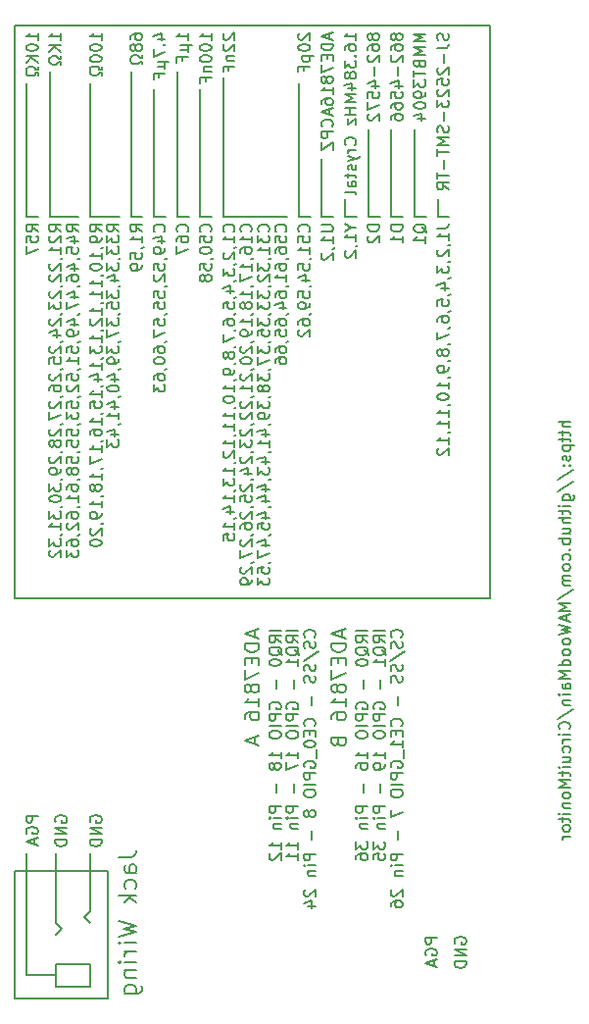
<source format=gbr>
G04 #@! TF.FileFunction,Legend,Bot*
%FSLAX46Y46*%
G04 Gerber Fmt 4.6, Leading zero omitted, Abs format (unit mm)*
G04 Created by KiCad (PCBNEW 4.0.7) date 09/09/18 14:05:58*
%MOMM*%
%LPD*%
G01*
G04 APERTURE LIST*
%ADD10C,0.100000*%
%ADD11C,0.150000*%
%ADD12C,0.200000*%
G04 APERTURE END LIST*
D10*
D11*
X83452381Y-75238095D02*
X82452381Y-75238095D01*
X83452381Y-75666667D02*
X82928571Y-75666667D01*
X82833333Y-75619048D01*
X82785714Y-75523810D01*
X82785714Y-75380952D01*
X82833333Y-75285714D01*
X82880952Y-75238095D01*
X82785714Y-76000000D02*
X82785714Y-76380952D01*
X82452381Y-76142857D02*
X83309524Y-76142857D01*
X83404762Y-76190476D01*
X83452381Y-76285714D01*
X83452381Y-76380952D01*
X82785714Y-76571429D02*
X82785714Y-76952381D01*
X82452381Y-76714286D02*
X83309524Y-76714286D01*
X83404762Y-76761905D01*
X83452381Y-76857143D01*
X83452381Y-76952381D01*
X82785714Y-77285715D02*
X83785714Y-77285715D01*
X82833333Y-77285715D02*
X82785714Y-77380953D01*
X82785714Y-77571430D01*
X82833333Y-77666668D01*
X82880952Y-77714287D01*
X82976190Y-77761906D01*
X83261905Y-77761906D01*
X83357143Y-77714287D01*
X83404762Y-77666668D01*
X83452381Y-77571430D01*
X83452381Y-77380953D01*
X83404762Y-77285715D01*
X83404762Y-78142858D02*
X83452381Y-78238096D01*
X83452381Y-78428572D01*
X83404762Y-78523811D01*
X83309524Y-78571430D01*
X83261905Y-78571430D01*
X83166667Y-78523811D01*
X83119048Y-78428572D01*
X83119048Y-78285715D01*
X83071429Y-78190477D01*
X82976190Y-78142858D01*
X82928571Y-78142858D01*
X82833333Y-78190477D01*
X82785714Y-78285715D01*
X82785714Y-78428572D01*
X82833333Y-78523811D01*
X83357143Y-79000001D02*
X83404762Y-79047620D01*
X83452381Y-79000001D01*
X83404762Y-78952382D01*
X83357143Y-79000001D01*
X83452381Y-79000001D01*
X82833333Y-79000001D02*
X82880952Y-79047620D01*
X82928571Y-79000001D01*
X82880952Y-78952382D01*
X82833333Y-79000001D01*
X82928571Y-79000001D01*
X82404762Y-80190477D02*
X83690476Y-79333334D01*
X82404762Y-81238096D02*
X83690476Y-80380953D01*
X82785714Y-82000001D02*
X83595238Y-82000001D01*
X83690476Y-81952382D01*
X83738095Y-81904763D01*
X83785714Y-81809524D01*
X83785714Y-81666667D01*
X83738095Y-81571429D01*
X83404762Y-82000001D02*
X83452381Y-81904763D01*
X83452381Y-81714286D01*
X83404762Y-81619048D01*
X83357143Y-81571429D01*
X83261905Y-81523810D01*
X82976190Y-81523810D01*
X82880952Y-81571429D01*
X82833333Y-81619048D01*
X82785714Y-81714286D01*
X82785714Y-81904763D01*
X82833333Y-82000001D01*
X83452381Y-82476191D02*
X82785714Y-82476191D01*
X82452381Y-82476191D02*
X82500000Y-82428572D01*
X82547619Y-82476191D01*
X82500000Y-82523810D01*
X82452381Y-82476191D01*
X82547619Y-82476191D01*
X82785714Y-82809524D02*
X82785714Y-83190476D01*
X82452381Y-82952381D02*
X83309524Y-82952381D01*
X83404762Y-83000000D01*
X83452381Y-83095238D01*
X83452381Y-83190476D01*
X83452381Y-83523810D02*
X82452381Y-83523810D01*
X83452381Y-83952382D02*
X82928571Y-83952382D01*
X82833333Y-83904763D01*
X82785714Y-83809525D01*
X82785714Y-83666667D01*
X82833333Y-83571429D01*
X82880952Y-83523810D01*
X82785714Y-84857144D02*
X83452381Y-84857144D01*
X82785714Y-84428572D02*
X83309524Y-84428572D01*
X83404762Y-84476191D01*
X83452381Y-84571429D01*
X83452381Y-84714287D01*
X83404762Y-84809525D01*
X83357143Y-84857144D01*
X83452381Y-85333334D02*
X82452381Y-85333334D01*
X82833333Y-85333334D02*
X82785714Y-85428572D01*
X82785714Y-85619049D01*
X82833333Y-85714287D01*
X82880952Y-85761906D01*
X82976190Y-85809525D01*
X83261905Y-85809525D01*
X83357143Y-85761906D01*
X83404762Y-85714287D01*
X83452381Y-85619049D01*
X83452381Y-85428572D01*
X83404762Y-85333334D01*
X83357143Y-86238096D02*
X83404762Y-86285715D01*
X83452381Y-86238096D01*
X83404762Y-86190477D01*
X83357143Y-86238096D01*
X83452381Y-86238096D01*
X83404762Y-87142858D02*
X83452381Y-87047620D01*
X83452381Y-86857143D01*
X83404762Y-86761905D01*
X83357143Y-86714286D01*
X83261905Y-86666667D01*
X82976190Y-86666667D01*
X82880952Y-86714286D01*
X82833333Y-86761905D01*
X82785714Y-86857143D01*
X82785714Y-87047620D01*
X82833333Y-87142858D01*
X83452381Y-87714286D02*
X83404762Y-87619048D01*
X83357143Y-87571429D01*
X83261905Y-87523810D01*
X82976190Y-87523810D01*
X82880952Y-87571429D01*
X82833333Y-87619048D01*
X82785714Y-87714286D01*
X82785714Y-87857144D01*
X82833333Y-87952382D01*
X82880952Y-88000001D01*
X82976190Y-88047620D01*
X83261905Y-88047620D01*
X83357143Y-88000001D01*
X83404762Y-87952382D01*
X83452381Y-87857144D01*
X83452381Y-87714286D01*
X83452381Y-88476191D02*
X82785714Y-88476191D01*
X82880952Y-88476191D02*
X82833333Y-88523810D01*
X82785714Y-88619048D01*
X82785714Y-88761906D01*
X82833333Y-88857144D01*
X82928571Y-88904763D01*
X83452381Y-88904763D01*
X82928571Y-88904763D02*
X82833333Y-88952382D01*
X82785714Y-89047620D01*
X82785714Y-89190477D01*
X82833333Y-89285715D01*
X82928571Y-89333334D01*
X83452381Y-89333334D01*
X82404762Y-90523810D02*
X83690476Y-89666667D01*
X83452381Y-90857143D02*
X82452381Y-90857143D01*
X83166667Y-91190477D01*
X82452381Y-91523810D01*
X83452381Y-91523810D01*
X83166667Y-91952381D02*
X83166667Y-92428572D01*
X83452381Y-91857143D02*
X82452381Y-92190476D01*
X83452381Y-92523810D01*
X82452381Y-92761905D02*
X83452381Y-93000000D01*
X82738095Y-93190477D01*
X83452381Y-93380953D01*
X82452381Y-93619048D01*
X83452381Y-94142857D02*
X83404762Y-94047619D01*
X83357143Y-94000000D01*
X83261905Y-93952381D01*
X82976190Y-93952381D01*
X82880952Y-94000000D01*
X82833333Y-94047619D01*
X82785714Y-94142857D01*
X82785714Y-94285715D01*
X82833333Y-94380953D01*
X82880952Y-94428572D01*
X82976190Y-94476191D01*
X83261905Y-94476191D01*
X83357143Y-94428572D01*
X83404762Y-94380953D01*
X83452381Y-94285715D01*
X83452381Y-94142857D01*
X83452381Y-95047619D02*
X83404762Y-94952381D01*
X83357143Y-94904762D01*
X83261905Y-94857143D01*
X82976190Y-94857143D01*
X82880952Y-94904762D01*
X82833333Y-94952381D01*
X82785714Y-95047619D01*
X82785714Y-95190477D01*
X82833333Y-95285715D01*
X82880952Y-95333334D01*
X82976190Y-95380953D01*
X83261905Y-95380953D01*
X83357143Y-95333334D01*
X83404762Y-95285715D01*
X83452381Y-95190477D01*
X83452381Y-95047619D01*
X83452381Y-96238096D02*
X82452381Y-96238096D01*
X83404762Y-96238096D02*
X83452381Y-96142858D01*
X83452381Y-95952381D01*
X83404762Y-95857143D01*
X83357143Y-95809524D01*
X83261905Y-95761905D01*
X82976190Y-95761905D01*
X82880952Y-95809524D01*
X82833333Y-95857143D01*
X82785714Y-95952381D01*
X82785714Y-96142858D01*
X82833333Y-96238096D01*
X83452381Y-96714286D02*
X82452381Y-96714286D01*
X83166667Y-97047620D01*
X82452381Y-97380953D01*
X83452381Y-97380953D01*
X83452381Y-98285715D02*
X82928571Y-98285715D01*
X82833333Y-98238096D01*
X82785714Y-98142858D01*
X82785714Y-97952381D01*
X82833333Y-97857143D01*
X83404762Y-98285715D02*
X83452381Y-98190477D01*
X83452381Y-97952381D01*
X83404762Y-97857143D01*
X83309524Y-97809524D01*
X83214286Y-97809524D01*
X83119048Y-97857143D01*
X83071429Y-97952381D01*
X83071429Y-98190477D01*
X83023810Y-98285715D01*
X83452381Y-98761905D02*
X82785714Y-98761905D01*
X82452381Y-98761905D02*
X82500000Y-98714286D01*
X82547619Y-98761905D01*
X82500000Y-98809524D01*
X82452381Y-98761905D01*
X82547619Y-98761905D01*
X82785714Y-99238095D02*
X83452381Y-99238095D01*
X82880952Y-99238095D02*
X82833333Y-99285714D01*
X82785714Y-99380952D01*
X82785714Y-99523810D01*
X82833333Y-99619048D01*
X82928571Y-99666667D01*
X83452381Y-99666667D01*
X82404762Y-100857143D02*
X83690476Y-100000000D01*
X83357143Y-101761905D02*
X83404762Y-101714286D01*
X83452381Y-101571429D01*
X83452381Y-101476191D01*
X83404762Y-101333333D01*
X83309524Y-101238095D01*
X83214286Y-101190476D01*
X83023810Y-101142857D01*
X82880952Y-101142857D01*
X82690476Y-101190476D01*
X82595238Y-101238095D01*
X82500000Y-101333333D01*
X82452381Y-101476191D01*
X82452381Y-101571429D01*
X82500000Y-101714286D01*
X82547619Y-101761905D01*
X83452381Y-102190476D02*
X82785714Y-102190476D01*
X82452381Y-102190476D02*
X82500000Y-102142857D01*
X82547619Y-102190476D01*
X82500000Y-102238095D01*
X82452381Y-102190476D01*
X82547619Y-102190476D01*
X83452381Y-102666666D02*
X82785714Y-102666666D01*
X82976190Y-102666666D02*
X82880952Y-102714285D01*
X82833333Y-102761904D01*
X82785714Y-102857142D01*
X82785714Y-102952381D01*
X83404762Y-103714286D02*
X83452381Y-103619048D01*
X83452381Y-103428571D01*
X83404762Y-103333333D01*
X83357143Y-103285714D01*
X83261905Y-103238095D01*
X82976190Y-103238095D01*
X82880952Y-103285714D01*
X82833333Y-103333333D01*
X82785714Y-103428571D01*
X82785714Y-103619048D01*
X82833333Y-103714286D01*
X82785714Y-104571429D02*
X83452381Y-104571429D01*
X82785714Y-104142857D02*
X83309524Y-104142857D01*
X83404762Y-104190476D01*
X83452381Y-104285714D01*
X83452381Y-104428572D01*
X83404762Y-104523810D01*
X83357143Y-104571429D01*
X83452381Y-105047619D02*
X82785714Y-105047619D01*
X82452381Y-105047619D02*
X82500000Y-105000000D01*
X82547619Y-105047619D01*
X82500000Y-105095238D01*
X82452381Y-105047619D01*
X82547619Y-105047619D01*
X82785714Y-105380952D02*
X82785714Y-105761904D01*
X82452381Y-105523809D02*
X83309524Y-105523809D01*
X83404762Y-105571428D01*
X83452381Y-105666666D01*
X83452381Y-105761904D01*
X83452381Y-106095238D02*
X82452381Y-106095238D01*
X83166667Y-106428572D01*
X82452381Y-106761905D01*
X83452381Y-106761905D01*
X83452381Y-107380952D02*
X83404762Y-107285714D01*
X83357143Y-107238095D01*
X83261905Y-107190476D01*
X82976190Y-107190476D01*
X82880952Y-107238095D01*
X82833333Y-107285714D01*
X82785714Y-107380952D01*
X82785714Y-107523810D01*
X82833333Y-107619048D01*
X82880952Y-107666667D01*
X82976190Y-107714286D01*
X83261905Y-107714286D01*
X83357143Y-107666667D01*
X83404762Y-107619048D01*
X83452381Y-107523810D01*
X83452381Y-107380952D01*
X82785714Y-108142857D02*
X83452381Y-108142857D01*
X82880952Y-108142857D02*
X82833333Y-108190476D01*
X82785714Y-108285714D01*
X82785714Y-108428572D01*
X82833333Y-108523810D01*
X82928571Y-108571429D01*
X83452381Y-108571429D01*
X83452381Y-109047619D02*
X82785714Y-109047619D01*
X82452381Y-109047619D02*
X82500000Y-109000000D01*
X82547619Y-109047619D01*
X82500000Y-109095238D01*
X82452381Y-109047619D01*
X82547619Y-109047619D01*
X82785714Y-109380952D02*
X82785714Y-109761904D01*
X82452381Y-109523809D02*
X83309524Y-109523809D01*
X83404762Y-109571428D01*
X83452381Y-109666666D01*
X83452381Y-109761904D01*
X83452381Y-110238095D02*
X83404762Y-110142857D01*
X83357143Y-110095238D01*
X83261905Y-110047619D01*
X82976190Y-110047619D01*
X82880952Y-110095238D01*
X82833333Y-110142857D01*
X82785714Y-110238095D01*
X82785714Y-110380953D01*
X82833333Y-110476191D01*
X82880952Y-110523810D01*
X82976190Y-110571429D01*
X83261905Y-110571429D01*
X83357143Y-110523810D01*
X83404762Y-110476191D01*
X83452381Y-110380953D01*
X83452381Y-110238095D01*
X83452381Y-111000000D02*
X82785714Y-111000000D01*
X82976190Y-111000000D02*
X82880952Y-111047619D01*
X82833333Y-111095238D01*
X82785714Y-111190476D01*
X82785714Y-111285715D01*
X68857143Y-93809524D02*
X68904762Y-93761905D01*
X68952381Y-93619048D01*
X68952381Y-93523810D01*
X68904762Y-93380952D01*
X68809524Y-93285714D01*
X68714286Y-93238095D01*
X68523810Y-93190476D01*
X68380952Y-93190476D01*
X68190476Y-93238095D01*
X68095238Y-93285714D01*
X68000000Y-93380952D01*
X67952381Y-93523810D01*
X67952381Y-93619048D01*
X68000000Y-93761905D01*
X68047619Y-93809524D01*
X68904762Y-94190476D02*
X68952381Y-94333333D01*
X68952381Y-94571429D01*
X68904762Y-94666667D01*
X68857143Y-94714286D01*
X68761905Y-94761905D01*
X68666667Y-94761905D01*
X68571429Y-94714286D01*
X68523810Y-94666667D01*
X68476190Y-94571429D01*
X68428571Y-94380952D01*
X68380952Y-94285714D01*
X68333333Y-94238095D01*
X68238095Y-94190476D01*
X68142857Y-94190476D01*
X68047619Y-94238095D01*
X68000000Y-94285714D01*
X67952381Y-94380952D01*
X67952381Y-94619048D01*
X68000000Y-94761905D01*
X67904762Y-95904762D02*
X69190476Y-95047619D01*
X68904762Y-96190476D02*
X68952381Y-96333333D01*
X68952381Y-96571429D01*
X68904762Y-96666667D01*
X68857143Y-96714286D01*
X68761905Y-96761905D01*
X68666667Y-96761905D01*
X68571429Y-96714286D01*
X68523810Y-96666667D01*
X68476190Y-96571429D01*
X68428571Y-96380952D01*
X68380952Y-96285714D01*
X68333333Y-96238095D01*
X68238095Y-96190476D01*
X68142857Y-96190476D01*
X68047619Y-96238095D01*
X68000000Y-96285714D01*
X67952381Y-96380952D01*
X67952381Y-96619048D01*
X68000000Y-96761905D01*
X68904762Y-97142857D02*
X68952381Y-97285714D01*
X68952381Y-97523810D01*
X68904762Y-97619048D01*
X68857143Y-97666667D01*
X68761905Y-97714286D01*
X68666667Y-97714286D01*
X68571429Y-97666667D01*
X68523810Y-97619048D01*
X68476190Y-97523810D01*
X68428571Y-97333333D01*
X68380952Y-97238095D01*
X68333333Y-97190476D01*
X68238095Y-97142857D01*
X68142857Y-97142857D01*
X68047619Y-97190476D01*
X68000000Y-97238095D01*
X67952381Y-97333333D01*
X67952381Y-97571429D01*
X68000000Y-97714286D01*
X68571429Y-98904762D02*
X68571429Y-99666667D01*
X68857143Y-101476191D02*
X68904762Y-101428572D01*
X68952381Y-101285715D01*
X68952381Y-101190477D01*
X68904762Y-101047619D01*
X68809524Y-100952381D01*
X68714286Y-100904762D01*
X68523810Y-100857143D01*
X68380952Y-100857143D01*
X68190476Y-100904762D01*
X68095238Y-100952381D01*
X68000000Y-101047619D01*
X67952381Y-101190477D01*
X67952381Y-101285715D01*
X68000000Y-101428572D01*
X68047619Y-101476191D01*
X68428571Y-101904762D02*
X68428571Y-102238096D01*
X68952381Y-102380953D02*
X68952381Y-101904762D01*
X67952381Y-101904762D01*
X67952381Y-102380953D01*
X68952381Y-103333334D02*
X68952381Y-102761905D01*
X68952381Y-103047619D02*
X67952381Y-103047619D01*
X68095238Y-102952381D01*
X68190476Y-102857143D01*
X68238095Y-102761905D01*
X69047619Y-103523810D02*
X69047619Y-104285715D01*
X68000000Y-105047620D02*
X67952381Y-104952382D01*
X67952381Y-104809525D01*
X68000000Y-104666667D01*
X68095238Y-104571429D01*
X68190476Y-104523810D01*
X68380952Y-104476191D01*
X68523810Y-104476191D01*
X68714286Y-104523810D01*
X68809524Y-104571429D01*
X68904762Y-104666667D01*
X68952381Y-104809525D01*
X68952381Y-104904763D01*
X68904762Y-105047620D01*
X68857143Y-105095239D01*
X68523810Y-105095239D01*
X68523810Y-104904763D01*
X68952381Y-105523810D02*
X67952381Y-105523810D01*
X67952381Y-105904763D01*
X68000000Y-106000001D01*
X68047619Y-106047620D01*
X68142857Y-106095239D01*
X68285714Y-106095239D01*
X68380952Y-106047620D01*
X68428571Y-106000001D01*
X68476190Y-105904763D01*
X68476190Y-105523810D01*
X68952381Y-106523810D02*
X67952381Y-106523810D01*
X67952381Y-107190476D02*
X67952381Y-107380953D01*
X68000000Y-107476191D01*
X68095238Y-107571429D01*
X68285714Y-107619048D01*
X68619048Y-107619048D01*
X68809524Y-107571429D01*
X68904762Y-107476191D01*
X68952381Y-107380953D01*
X68952381Y-107190476D01*
X68904762Y-107095238D01*
X68809524Y-107000000D01*
X68619048Y-106952381D01*
X68285714Y-106952381D01*
X68095238Y-107000000D01*
X68000000Y-107095238D01*
X67952381Y-107190476D01*
X67952381Y-108714286D02*
X67952381Y-109380953D01*
X68952381Y-108952381D01*
X68571429Y-110523810D02*
X68571429Y-111285715D01*
X68952381Y-112523810D02*
X67952381Y-112523810D01*
X67952381Y-112904763D01*
X68000000Y-113000001D01*
X68047619Y-113047620D01*
X68142857Y-113095239D01*
X68285714Y-113095239D01*
X68380952Y-113047620D01*
X68428571Y-113000001D01*
X68476190Y-112904763D01*
X68476190Y-112523810D01*
X68952381Y-113523810D02*
X68285714Y-113523810D01*
X67952381Y-113523810D02*
X68000000Y-113476191D01*
X68047619Y-113523810D01*
X68000000Y-113571429D01*
X67952381Y-113523810D01*
X68047619Y-113523810D01*
X68285714Y-114000000D02*
X68952381Y-114000000D01*
X68380952Y-114000000D02*
X68333333Y-114047619D01*
X68285714Y-114142857D01*
X68285714Y-114285715D01*
X68333333Y-114380953D01*
X68428571Y-114428572D01*
X68952381Y-114428572D01*
X68047619Y-115619048D02*
X68000000Y-115666667D01*
X67952381Y-115761905D01*
X67952381Y-116000001D01*
X68000000Y-116095239D01*
X68047619Y-116142858D01*
X68142857Y-116190477D01*
X68238095Y-116190477D01*
X68380952Y-116142858D01*
X68952381Y-115571429D01*
X68952381Y-116190477D01*
X67952381Y-117047620D02*
X67952381Y-116857143D01*
X68000000Y-116761905D01*
X68047619Y-116714286D01*
X68190476Y-116619048D01*
X68380952Y-116571429D01*
X68761905Y-116571429D01*
X68857143Y-116619048D01*
X68904762Y-116666667D01*
X68952381Y-116761905D01*
X68952381Y-116952382D01*
X68904762Y-117047620D01*
X68857143Y-117095239D01*
X68761905Y-117142858D01*
X68523810Y-117142858D01*
X68428571Y-117095239D01*
X68380952Y-117047620D01*
X68333333Y-116952382D01*
X68333333Y-116761905D01*
X68380952Y-116666667D01*
X68428571Y-116619048D01*
X68523810Y-116571429D01*
X61357143Y-93809524D02*
X61404762Y-93761905D01*
X61452381Y-93619048D01*
X61452381Y-93523810D01*
X61404762Y-93380952D01*
X61309524Y-93285714D01*
X61214286Y-93238095D01*
X61023810Y-93190476D01*
X60880952Y-93190476D01*
X60690476Y-93238095D01*
X60595238Y-93285714D01*
X60500000Y-93380952D01*
X60452381Y-93523810D01*
X60452381Y-93619048D01*
X60500000Y-93761905D01*
X60547619Y-93809524D01*
X61404762Y-94190476D02*
X61452381Y-94333333D01*
X61452381Y-94571429D01*
X61404762Y-94666667D01*
X61357143Y-94714286D01*
X61261905Y-94761905D01*
X61166667Y-94761905D01*
X61071429Y-94714286D01*
X61023810Y-94666667D01*
X60976190Y-94571429D01*
X60928571Y-94380952D01*
X60880952Y-94285714D01*
X60833333Y-94238095D01*
X60738095Y-94190476D01*
X60642857Y-94190476D01*
X60547619Y-94238095D01*
X60500000Y-94285714D01*
X60452381Y-94380952D01*
X60452381Y-94619048D01*
X60500000Y-94761905D01*
X60404762Y-95904762D02*
X61690476Y-95047619D01*
X61404762Y-96190476D02*
X61452381Y-96333333D01*
X61452381Y-96571429D01*
X61404762Y-96666667D01*
X61357143Y-96714286D01*
X61261905Y-96761905D01*
X61166667Y-96761905D01*
X61071429Y-96714286D01*
X61023810Y-96666667D01*
X60976190Y-96571429D01*
X60928571Y-96380952D01*
X60880952Y-96285714D01*
X60833333Y-96238095D01*
X60738095Y-96190476D01*
X60642857Y-96190476D01*
X60547619Y-96238095D01*
X60500000Y-96285714D01*
X60452381Y-96380952D01*
X60452381Y-96619048D01*
X60500000Y-96761905D01*
X61404762Y-97142857D02*
X61452381Y-97285714D01*
X61452381Y-97523810D01*
X61404762Y-97619048D01*
X61357143Y-97666667D01*
X61261905Y-97714286D01*
X61166667Y-97714286D01*
X61071429Y-97666667D01*
X61023810Y-97619048D01*
X60976190Y-97523810D01*
X60928571Y-97333333D01*
X60880952Y-97238095D01*
X60833333Y-97190476D01*
X60738095Y-97142857D01*
X60642857Y-97142857D01*
X60547619Y-97190476D01*
X60500000Y-97238095D01*
X60452381Y-97333333D01*
X60452381Y-97571429D01*
X60500000Y-97714286D01*
X61071429Y-98904762D02*
X61071429Y-99666667D01*
X61357143Y-101476191D02*
X61404762Y-101428572D01*
X61452381Y-101285715D01*
X61452381Y-101190477D01*
X61404762Y-101047619D01*
X61309524Y-100952381D01*
X61214286Y-100904762D01*
X61023810Y-100857143D01*
X60880952Y-100857143D01*
X60690476Y-100904762D01*
X60595238Y-100952381D01*
X60500000Y-101047619D01*
X60452381Y-101190477D01*
X60452381Y-101285715D01*
X60500000Y-101428572D01*
X60547619Y-101476191D01*
X60928571Y-101904762D02*
X60928571Y-102238096D01*
X61452381Y-102380953D02*
X61452381Y-101904762D01*
X60452381Y-101904762D01*
X60452381Y-102380953D01*
X60452381Y-103000000D02*
X60452381Y-103095239D01*
X60500000Y-103190477D01*
X60547619Y-103238096D01*
X60642857Y-103285715D01*
X60833333Y-103333334D01*
X61071429Y-103333334D01*
X61261905Y-103285715D01*
X61357143Y-103238096D01*
X61404762Y-103190477D01*
X61452381Y-103095239D01*
X61452381Y-103000000D01*
X61404762Y-102904762D01*
X61357143Y-102857143D01*
X61261905Y-102809524D01*
X61071429Y-102761905D01*
X60833333Y-102761905D01*
X60642857Y-102809524D01*
X60547619Y-102857143D01*
X60500000Y-102904762D01*
X60452381Y-103000000D01*
X61547619Y-103523810D02*
X61547619Y-104285715D01*
X60500000Y-105047620D02*
X60452381Y-104952382D01*
X60452381Y-104809525D01*
X60500000Y-104666667D01*
X60595238Y-104571429D01*
X60690476Y-104523810D01*
X60880952Y-104476191D01*
X61023810Y-104476191D01*
X61214286Y-104523810D01*
X61309524Y-104571429D01*
X61404762Y-104666667D01*
X61452381Y-104809525D01*
X61452381Y-104904763D01*
X61404762Y-105047620D01*
X61357143Y-105095239D01*
X61023810Y-105095239D01*
X61023810Y-104904763D01*
X61452381Y-105523810D02*
X60452381Y-105523810D01*
X60452381Y-105904763D01*
X60500000Y-106000001D01*
X60547619Y-106047620D01*
X60642857Y-106095239D01*
X60785714Y-106095239D01*
X60880952Y-106047620D01*
X60928571Y-106000001D01*
X60976190Y-105904763D01*
X60976190Y-105523810D01*
X61452381Y-106523810D02*
X60452381Y-106523810D01*
X60452381Y-107190476D02*
X60452381Y-107380953D01*
X60500000Y-107476191D01*
X60595238Y-107571429D01*
X60785714Y-107619048D01*
X61119048Y-107619048D01*
X61309524Y-107571429D01*
X61404762Y-107476191D01*
X61452381Y-107380953D01*
X61452381Y-107190476D01*
X61404762Y-107095238D01*
X61309524Y-107000000D01*
X61119048Y-106952381D01*
X60785714Y-106952381D01*
X60595238Y-107000000D01*
X60500000Y-107095238D01*
X60452381Y-107190476D01*
X60880952Y-108952381D02*
X60833333Y-108857143D01*
X60785714Y-108809524D01*
X60690476Y-108761905D01*
X60642857Y-108761905D01*
X60547619Y-108809524D01*
X60500000Y-108857143D01*
X60452381Y-108952381D01*
X60452381Y-109142858D01*
X60500000Y-109238096D01*
X60547619Y-109285715D01*
X60642857Y-109333334D01*
X60690476Y-109333334D01*
X60785714Y-109285715D01*
X60833333Y-109238096D01*
X60880952Y-109142858D01*
X60880952Y-108952381D01*
X60928571Y-108857143D01*
X60976190Y-108809524D01*
X61071429Y-108761905D01*
X61261905Y-108761905D01*
X61357143Y-108809524D01*
X61404762Y-108857143D01*
X61452381Y-108952381D01*
X61452381Y-109142858D01*
X61404762Y-109238096D01*
X61357143Y-109285715D01*
X61261905Y-109333334D01*
X61071429Y-109333334D01*
X60976190Y-109285715D01*
X60928571Y-109238096D01*
X60880952Y-109142858D01*
X61071429Y-110523810D02*
X61071429Y-111285715D01*
X61452381Y-112523810D02*
X60452381Y-112523810D01*
X60452381Y-112904763D01*
X60500000Y-113000001D01*
X60547619Y-113047620D01*
X60642857Y-113095239D01*
X60785714Y-113095239D01*
X60880952Y-113047620D01*
X60928571Y-113000001D01*
X60976190Y-112904763D01*
X60976190Y-112523810D01*
X61452381Y-113523810D02*
X60785714Y-113523810D01*
X60452381Y-113523810D02*
X60500000Y-113476191D01*
X60547619Y-113523810D01*
X60500000Y-113571429D01*
X60452381Y-113523810D01*
X60547619Y-113523810D01*
X60785714Y-114000000D02*
X61452381Y-114000000D01*
X60880952Y-114000000D02*
X60833333Y-114047619D01*
X60785714Y-114142857D01*
X60785714Y-114285715D01*
X60833333Y-114380953D01*
X60928571Y-114428572D01*
X61452381Y-114428572D01*
X60547619Y-115619048D02*
X60500000Y-115666667D01*
X60452381Y-115761905D01*
X60452381Y-116000001D01*
X60500000Y-116095239D01*
X60547619Y-116142858D01*
X60642857Y-116190477D01*
X60738095Y-116190477D01*
X60880952Y-116142858D01*
X61452381Y-115571429D01*
X61452381Y-116190477D01*
X60785714Y-117047620D02*
X61452381Y-117047620D01*
X60404762Y-116809524D02*
X61119048Y-116571429D01*
X61119048Y-117190477D01*
X67452381Y-93238095D02*
X66452381Y-93238095D01*
X67452381Y-94285714D02*
X66976190Y-93952380D01*
X67452381Y-93714285D02*
X66452381Y-93714285D01*
X66452381Y-94095238D01*
X66500000Y-94190476D01*
X66547619Y-94238095D01*
X66642857Y-94285714D01*
X66785714Y-94285714D01*
X66880952Y-94238095D01*
X66928571Y-94190476D01*
X66976190Y-94095238D01*
X66976190Y-93714285D01*
X67547619Y-95380952D02*
X67500000Y-95285714D01*
X67404762Y-95190476D01*
X67261905Y-95047619D01*
X67214286Y-94952380D01*
X67214286Y-94857142D01*
X67452381Y-94904761D02*
X67404762Y-94809523D01*
X67309524Y-94714285D01*
X67119048Y-94666666D01*
X66785714Y-94666666D01*
X66595238Y-94714285D01*
X66500000Y-94809523D01*
X66452381Y-94904761D01*
X66452381Y-95095238D01*
X66500000Y-95190476D01*
X66595238Y-95285714D01*
X66785714Y-95333333D01*
X67119048Y-95333333D01*
X67309524Y-95285714D01*
X67404762Y-95190476D01*
X67452381Y-95095238D01*
X67452381Y-94904761D01*
X67452381Y-96285714D02*
X67452381Y-95714285D01*
X67452381Y-95999999D02*
X66452381Y-95999999D01*
X66595238Y-95904761D01*
X66690476Y-95809523D01*
X66738095Y-95714285D01*
X67071429Y-97476190D02*
X67071429Y-98238095D01*
X66500000Y-100000000D02*
X66452381Y-99904762D01*
X66452381Y-99761905D01*
X66500000Y-99619047D01*
X66595238Y-99523809D01*
X66690476Y-99476190D01*
X66880952Y-99428571D01*
X67023810Y-99428571D01*
X67214286Y-99476190D01*
X67309524Y-99523809D01*
X67404762Y-99619047D01*
X67452381Y-99761905D01*
X67452381Y-99857143D01*
X67404762Y-100000000D01*
X67357143Y-100047619D01*
X67023810Y-100047619D01*
X67023810Y-99857143D01*
X67452381Y-100476190D02*
X66452381Y-100476190D01*
X66452381Y-100857143D01*
X66500000Y-100952381D01*
X66547619Y-101000000D01*
X66642857Y-101047619D01*
X66785714Y-101047619D01*
X66880952Y-101000000D01*
X66928571Y-100952381D01*
X66976190Y-100857143D01*
X66976190Y-100476190D01*
X67452381Y-101476190D02*
X66452381Y-101476190D01*
X66452381Y-102142856D02*
X66452381Y-102333333D01*
X66500000Y-102428571D01*
X66595238Y-102523809D01*
X66785714Y-102571428D01*
X67119048Y-102571428D01*
X67309524Y-102523809D01*
X67404762Y-102428571D01*
X67452381Y-102333333D01*
X67452381Y-102142856D01*
X67404762Y-102047618D01*
X67309524Y-101952380D01*
X67119048Y-101904761D01*
X66785714Y-101904761D01*
X66595238Y-101952380D01*
X66500000Y-102047618D01*
X66452381Y-102142856D01*
X67452381Y-104285714D02*
X67452381Y-103714285D01*
X67452381Y-103999999D02*
X66452381Y-103999999D01*
X66595238Y-103904761D01*
X66690476Y-103809523D01*
X66738095Y-103714285D01*
X67452381Y-104761904D02*
X67452381Y-104952380D01*
X67404762Y-105047619D01*
X67357143Y-105095238D01*
X67214286Y-105190476D01*
X67023810Y-105238095D01*
X66642857Y-105238095D01*
X66547619Y-105190476D01*
X66500000Y-105142857D01*
X66452381Y-105047619D01*
X66452381Y-104857142D01*
X66500000Y-104761904D01*
X66547619Y-104714285D01*
X66642857Y-104666666D01*
X66880952Y-104666666D01*
X66976190Y-104714285D01*
X67023810Y-104761904D01*
X67071429Y-104857142D01*
X67071429Y-105047619D01*
X67023810Y-105142857D01*
X66976190Y-105190476D01*
X66880952Y-105238095D01*
X67071429Y-106428571D02*
X67071429Y-107190476D01*
X67452381Y-108428571D02*
X66452381Y-108428571D01*
X66452381Y-108809524D01*
X66500000Y-108904762D01*
X66547619Y-108952381D01*
X66642857Y-109000000D01*
X66785714Y-109000000D01*
X66880952Y-108952381D01*
X66928571Y-108904762D01*
X66976190Y-108809524D01*
X66976190Y-108428571D01*
X67452381Y-109428571D02*
X66785714Y-109428571D01*
X66452381Y-109428571D02*
X66500000Y-109380952D01*
X66547619Y-109428571D01*
X66500000Y-109476190D01*
X66452381Y-109428571D01*
X66547619Y-109428571D01*
X66785714Y-109904761D02*
X67452381Y-109904761D01*
X66880952Y-109904761D02*
X66833333Y-109952380D01*
X66785714Y-110047618D01*
X66785714Y-110190476D01*
X66833333Y-110285714D01*
X66928571Y-110333333D01*
X67452381Y-110333333D01*
X66452381Y-111476190D02*
X66452381Y-112095238D01*
X66833333Y-111761904D01*
X66833333Y-111904762D01*
X66880952Y-112000000D01*
X66928571Y-112047619D01*
X67023810Y-112095238D01*
X67261905Y-112095238D01*
X67357143Y-112047619D01*
X67404762Y-112000000D01*
X67452381Y-111904762D01*
X67452381Y-111619047D01*
X67404762Y-111523809D01*
X67357143Y-111476190D01*
X66452381Y-113000000D02*
X66452381Y-112523809D01*
X66928571Y-112476190D01*
X66880952Y-112523809D01*
X66833333Y-112619047D01*
X66833333Y-112857143D01*
X66880952Y-112952381D01*
X66928571Y-113000000D01*
X67023810Y-113047619D01*
X67261905Y-113047619D01*
X67357143Y-113000000D01*
X67404762Y-112952381D01*
X67452381Y-112857143D01*
X67452381Y-112619047D01*
X67404762Y-112523809D01*
X67357143Y-112476190D01*
X65952381Y-93238095D02*
X64952381Y-93238095D01*
X65952381Y-94285714D02*
X65476190Y-93952380D01*
X65952381Y-93714285D02*
X64952381Y-93714285D01*
X64952381Y-94095238D01*
X65000000Y-94190476D01*
X65047619Y-94238095D01*
X65142857Y-94285714D01*
X65285714Y-94285714D01*
X65380952Y-94238095D01*
X65428571Y-94190476D01*
X65476190Y-94095238D01*
X65476190Y-93714285D01*
X66047619Y-95380952D02*
X66000000Y-95285714D01*
X65904762Y-95190476D01*
X65761905Y-95047619D01*
X65714286Y-94952380D01*
X65714286Y-94857142D01*
X65952381Y-94904761D02*
X65904762Y-94809523D01*
X65809524Y-94714285D01*
X65619048Y-94666666D01*
X65285714Y-94666666D01*
X65095238Y-94714285D01*
X65000000Y-94809523D01*
X64952381Y-94904761D01*
X64952381Y-95095238D01*
X65000000Y-95190476D01*
X65095238Y-95285714D01*
X65285714Y-95333333D01*
X65619048Y-95333333D01*
X65809524Y-95285714D01*
X65904762Y-95190476D01*
X65952381Y-95095238D01*
X65952381Y-94904761D01*
X64952381Y-95952380D02*
X64952381Y-96047619D01*
X65000000Y-96142857D01*
X65047619Y-96190476D01*
X65142857Y-96238095D01*
X65333333Y-96285714D01*
X65571429Y-96285714D01*
X65761905Y-96238095D01*
X65857143Y-96190476D01*
X65904762Y-96142857D01*
X65952381Y-96047619D01*
X65952381Y-95952380D01*
X65904762Y-95857142D01*
X65857143Y-95809523D01*
X65761905Y-95761904D01*
X65571429Y-95714285D01*
X65333333Y-95714285D01*
X65142857Y-95761904D01*
X65047619Y-95809523D01*
X65000000Y-95857142D01*
X64952381Y-95952380D01*
X65571429Y-97476190D02*
X65571429Y-98238095D01*
X65000000Y-100000000D02*
X64952381Y-99904762D01*
X64952381Y-99761905D01*
X65000000Y-99619047D01*
X65095238Y-99523809D01*
X65190476Y-99476190D01*
X65380952Y-99428571D01*
X65523810Y-99428571D01*
X65714286Y-99476190D01*
X65809524Y-99523809D01*
X65904762Y-99619047D01*
X65952381Y-99761905D01*
X65952381Y-99857143D01*
X65904762Y-100000000D01*
X65857143Y-100047619D01*
X65523810Y-100047619D01*
X65523810Y-99857143D01*
X65952381Y-100476190D02*
X64952381Y-100476190D01*
X64952381Y-100857143D01*
X65000000Y-100952381D01*
X65047619Y-101000000D01*
X65142857Y-101047619D01*
X65285714Y-101047619D01*
X65380952Y-101000000D01*
X65428571Y-100952381D01*
X65476190Y-100857143D01*
X65476190Y-100476190D01*
X65952381Y-101476190D02*
X64952381Y-101476190D01*
X64952381Y-102142856D02*
X64952381Y-102333333D01*
X65000000Y-102428571D01*
X65095238Y-102523809D01*
X65285714Y-102571428D01*
X65619048Y-102571428D01*
X65809524Y-102523809D01*
X65904762Y-102428571D01*
X65952381Y-102333333D01*
X65952381Y-102142856D01*
X65904762Y-102047618D01*
X65809524Y-101952380D01*
X65619048Y-101904761D01*
X65285714Y-101904761D01*
X65095238Y-101952380D01*
X65000000Y-102047618D01*
X64952381Y-102142856D01*
X65952381Y-104285714D02*
X65952381Y-103714285D01*
X65952381Y-103999999D02*
X64952381Y-103999999D01*
X65095238Y-103904761D01*
X65190476Y-103809523D01*
X65238095Y-103714285D01*
X64952381Y-105142857D02*
X64952381Y-104952380D01*
X65000000Y-104857142D01*
X65047619Y-104809523D01*
X65190476Y-104714285D01*
X65380952Y-104666666D01*
X65761905Y-104666666D01*
X65857143Y-104714285D01*
X65904762Y-104761904D01*
X65952381Y-104857142D01*
X65952381Y-105047619D01*
X65904762Y-105142857D01*
X65857143Y-105190476D01*
X65761905Y-105238095D01*
X65523810Y-105238095D01*
X65428571Y-105190476D01*
X65380952Y-105142857D01*
X65333333Y-105047619D01*
X65333333Y-104857142D01*
X65380952Y-104761904D01*
X65428571Y-104714285D01*
X65523810Y-104666666D01*
X65571429Y-106428571D02*
X65571429Y-107190476D01*
X65952381Y-108428571D02*
X64952381Y-108428571D01*
X64952381Y-108809524D01*
X65000000Y-108904762D01*
X65047619Y-108952381D01*
X65142857Y-109000000D01*
X65285714Y-109000000D01*
X65380952Y-108952381D01*
X65428571Y-108904762D01*
X65476190Y-108809524D01*
X65476190Y-108428571D01*
X65952381Y-109428571D02*
X65285714Y-109428571D01*
X64952381Y-109428571D02*
X65000000Y-109380952D01*
X65047619Y-109428571D01*
X65000000Y-109476190D01*
X64952381Y-109428571D01*
X65047619Y-109428571D01*
X65285714Y-109904761D02*
X65952381Y-109904761D01*
X65380952Y-109904761D02*
X65333333Y-109952380D01*
X65285714Y-110047618D01*
X65285714Y-110190476D01*
X65333333Y-110285714D01*
X65428571Y-110333333D01*
X65952381Y-110333333D01*
X64952381Y-111476190D02*
X64952381Y-112095238D01*
X65333333Y-111761904D01*
X65333333Y-111904762D01*
X65380952Y-112000000D01*
X65428571Y-112047619D01*
X65523810Y-112095238D01*
X65761905Y-112095238D01*
X65857143Y-112047619D01*
X65904762Y-112000000D01*
X65952381Y-111904762D01*
X65952381Y-111619047D01*
X65904762Y-111523809D01*
X65857143Y-111476190D01*
X64952381Y-112952381D02*
X64952381Y-112761904D01*
X65000000Y-112666666D01*
X65047619Y-112619047D01*
X65190476Y-112523809D01*
X65380952Y-112476190D01*
X65761905Y-112476190D01*
X65857143Y-112523809D01*
X65904762Y-112571428D01*
X65952381Y-112666666D01*
X65952381Y-112857143D01*
X65904762Y-112952381D01*
X65857143Y-113000000D01*
X65761905Y-113047619D01*
X65523810Y-113047619D01*
X65428571Y-113000000D01*
X65380952Y-112952381D01*
X65333333Y-112857143D01*
X65333333Y-112666666D01*
X65380952Y-112571428D01*
X65428571Y-112523809D01*
X65523810Y-112476190D01*
D12*
X63708333Y-93238095D02*
X63708333Y-93833333D01*
X64065476Y-93119048D02*
X62815476Y-93535714D01*
X64065476Y-93952381D01*
X64065476Y-94369048D02*
X62815476Y-94369048D01*
X62815476Y-94666667D01*
X62875000Y-94845239D01*
X62994048Y-94964286D01*
X63113095Y-95023810D01*
X63351190Y-95083334D01*
X63529762Y-95083334D01*
X63767857Y-95023810D01*
X63886905Y-94964286D01*
X64005952Y-94845239D01*
X64065476Y-94666667D01*
X64065476Y-94369048D01*
X63410714Y-95619048D02*
X63410714Y-96035715D01*
X64065476Y-96214286D02*
X64065476Y-95619048D01*
X62815476Y-95619048D01*
X62815476Y-96214286D01*
X62815476Y-96630952D02*
X62815476Y-97464286D01*
X64065476Y-96928571D01*
X63351190Y-98119047D02*
X63291667Y-98000000D01*
X63232143Y-97940476D01*
X63113095Y-97880952D01*
X63053571Y-97880952D01*
X62934524Y-97940476D01*
X62875000Y-98000000D01*
X62815476Y-98119047D01*
X62815476Y-98357143D01*
X62875000Y-98476190D01*
X62934524Y-98535714D01*
X63053571Y-98595238D01*
X63113095Y-98595238D01*
X63232143Y-98535714D01*
X63291667Y-98476190D01*
X63351190Y-98357143D01*
X63351190Y-98119047D01*
X63410714Y-98000000D01*
X63470238Y-97940476D01*
X63589286Y-97880952D01*
X63827381Y-97880952D01*
X63946429Y-97940476D01*
X64005952Y-98000000D01*
X64065476Y-98119047D01*
X64065476Y-98357143D01*
X64005952Y-98476190D01*
X63946429Y-98535714D01*
X63827381Y-98595238D01*
X63589286Y-98595238D01*
X63470238Y-98535714D01*
X63410714Y-98476190D01*
X63351190Y-98357143D01*
X64065476Y-99785714D02*
X64065476Y-99071428D01*
X64065476Y-99428571D02*
X62815476Y-99428571D01*
X62994048Y-99309523D01*
X63113095Y-99190476D01*
X63172619Y-99071428D01*
X62815476Y-100857142D02*
X62815476Y-100619047D01*
X62875000Y-100499999D01*
X62934524Y-100440476D01*
X63113095Y-100321428D01*
X63351190Y-100261904D01*
X63827381Y-100261904D01*
X63946429Y-100321428D01*
X64005952Y-100380952D01*
X64065476Y-100499999D01*
X64065476Y-100738095D01*
X64005952Y-100857142D01*
X63946429Y-100916666D01*
X63827381Y-100976190D01*
X63529762Y-100976190D01*
X63410714Y-100916666D01*
X63351190Y-100857142D01*
X63291667Y-100738095D01*
X63291667Y-100499999D01*
X63351190Y-100380952D01*
X63410714Y-100321428D01*
X63529762Y-100261904D01*
X63410714Y-102880952D02*
X63470238Y-103059523D01*
X63529762Y-103119047D01*
X63648810Y-103178571D01*
X63827381Y-103178571D01*
X63946429Y-103119047D01*
X64005952Y-103059523D01*
X64065476Y-102940476D01*
X64065476Y-102464285D01*
X62815476Y-102464285D01*
X62815476Y-102880952D01*
X62875000Y-102999999D01*
X62934524Y-103059523D01*
X63053571Y-103119047D01*
X63172619Y-103119047D01*
X63291667Y-103059523D01*
X63351190Y-102999999D01*
X63410714Y-102880952D01*
X63410714Y-102464285D01*
D11*
X59952381Y-93238095D02*
X58952381Y-93238095D01*
X59952381Y-94285714D02*
X59476190Y-93952380D01*
X59952381Y-93714285D02*
X58952381Y-93714285D01*
X58952381Y-94095238D01*
X59000000Y-94190476D01*
X59047619Y-94238095D01*
X59142857Y-94285714D01*
X59285714Y-94285714D01*
X59380952Y-94238095D01*
X59428571Y-94190476D01*
X59476190Y-94095238D01*
X59476190Y-93714285D01*
X60047619Y-95380952D02*
X60000000Y-95285714D01*
X59904762Y-95190476D01*
X59761905Y-95047619D01*
X59714286Y-94952380D01*
X59714286Y-94857142D01*
X59952381Y-94904761D02*
X59904762Y-94809523D01*
X59809524Y-94714285D01*
X59619048Y-94666666D01*
X59285714Y-94666666D01*
X59095238Y-94714285D01*
X59000000Y-94809523D01*
X58952381Y-94904761D01*
X58952381Y-95095238D01*
X59000000Y-95190476D01*
X59095238Y-95285714D01*
X59285714Y-95333333D01*
X59619048Y-95333333D01*
X59809524Y-95285714D01*
X59904762Y-95190476D01*
X59952381Y-95095238D01*
X59952381Y-94904761D01*
X59952381Y-96285714D02*
X59952381Y-95714285D01*
X59952381Y-95999999D02*
X58952381Y-95999999D01*
X59095238Y-95904761D01*
X59190476Y-95809523D01*
X59238095Y-95714285D01*
X59571429Y-97476190D02*
X59571429Y-98238095D01*
X59000000Y-100000000D02*
X58952381Y-99904762D01*
X58952381Y-99761905D01*
X59000000Y-99619047D01*
X59095238Y-99523809D01*
X59190476Y-99476190D01*
X59380952Y-99428571D01*
X59523810Y-99428571D01*
X59714286Y-99476190D01*
X59809524Y-99523809D01*
X59904762Y-99619047D01*
X59952381Y-99761905D01*
X59952381Y-99857143D01*
X59904762Y-100000000D01*
X59857143Y-100047619D01*
X59523810Y-100047619D01*
X59523810Y-99857143D01*
X59952381Y-100476190D02*
X58952381Y-100476190D01*
X58952381Y-100857143D01*
X59000000Y-100952381D01*
X59047619Y-101000000D01*
X59142857Y-101047619D01*
X59285714Y-101047619D01*
X59380952Y-101000000D01*
X59428571Y-100952381D01*
X59476190Y-100857143D01*
X59476190Y-100476190D01*
X59952381Y-101476190D02*
X58952381Y-101476190D01*
X58952381Y-102142856D02*
X58952381Y-102333333D01*
X59000000Y-102428571D01*
X59095238Y-102523809D01*
X59285714Y-102571428D01*
X59619048Y-102571428D01*
X59809524Y-102523809D01*
X59904762Y-102428571D01*
X59952381Y-102333333D01*
X59952381Y-102142856D01*
X59904762Y-102047618D01*
X59809524Y-101952380D01*
X59619048Y-101904761D01*
X59285714Y-101904761D01*
X59095238Y-101952380D01*
X59000000Y-102047618D01*
X58952381Y-102142856D01*
X59952381Y-104285714D02*
X59952381Y-103714285D01*
X59952381Y-103999999D02*
X58952381Y-103999999D01*
X59095238Y-103904761D01*
X59190476Y-103809523D01*
X59238095Y-103714285D01*
X58952381Y-104619047D02*
X58952381Y-105285714D01*
X59952381Y-104857142D01*
X59571429Y-106428571D02*
X59571429Y-107190476D01*
X59952381Y-108428571D02*
X58952381Y-108428571D01*
X58952381Y-108809524D01*
X59000000Y-108904762D01*
X59047619Y-108952381D01*
X59142857Y-109000000D01*
X59285714Y-109000000D01*
X59380952Y-108952381D01*
X59428571Y-108904762D01*
X59476190Y-108809524D01*
X59476190Y-108428571D01*
X59952381Y-109428571D02*
X59285714Y-109428571D01*
X58952381Y-109428571D02*
X59000000Y-109380952D01*
X59047619Y-109428571D01*
X59000000Y-109476190D01*
X58952381Y-109428571D01*
X59047619Y-109428571D01*
X59285714Y-109904761D02*
X59952381Y-109904761D01*
X59380952Y-109904761D02*
X59333333Y-109952380D01*
X59285714Y-110047618D01*
X59285714Y-110190476D01*
X59333333Y-110285714D01*
X59428571Y-110333333D01*
X59952381Y-110333333D01*
X59952381Y-112095238D02*
X59952381Y-111523809D01*
X59952381Y-111809523D02*
X58952381Y-111809523D01*
X59095238Y-111714285D01*
X59190476Y-111619047D01*
X59238095Y-111523809D01*
X59952381Y-113047619D02*
X59952381Y-112476190D01*
X59952381Y-112761904D02*
X58952381Y-112761904D01*
X59095238Y-112666666D01*
X59190476Y-112571428D01*
X59238095Y-112476190D01*
X58452381Y-93238095D02*
X57452381Y-93238095D01*
X58452381Y-94285714D02*
X57976190Y-93952380D01*
X58452381Y-93714285D02*
X57452381Y-93714285D01*
X57452381Y-94095238D01*
X57500000Y-94190476D01*
X57547619Y-94238095D01*
X57642857Y-94285714D01*
X57785714Y-94285714D01*
X57880952Y-94238095D01*
X57928571Y-94190476D01*
X57976190Y-94095238D01*
X57976190Y-93714285D01*
X58547619Y-95380952D02*
X58500000Y-95285714D01*
X58404762Y-95190476D01*
X58261905Y-95047619D01*
X58214286Y-94952380D01*
X58214286Y-94857142D01*
X58452381Y-94904761D02*
X58404762Y-94809523D01*
X58309524Y-94714285D01*
X58119048Y-94666666D01*
X57785714Y-94666666D01*
X57595238Y-94714285D01*
X57500000Y-94809523D01*
X57452381Y-94904761D01*
X57452381Y-95095238D01*
X57500000Y-95190476D01*
X57595238Y-95285714D01*
X57785714Y-95333333D01*
X58119048Y-95333333D01*
X58309524Y-95285714D01*
X58404762Y-95190476D01*
X58452381Y-95095238D01*
X58452381Y-94904761D01*
X57452381Y-95952380D02*
X57452381Y-96047619D01*
X57500000Y-96142857D01*
X57547619Y-96190476D01*
X57642857Y-96238095D01*
X57833333Y-96285714D01*
X58071429Y-96285714D01*
X58261905Y-96238095D01*
X58357143Y-96190476D01*
X58404762Y-96142857D01*
X58452381Y-96047619D01*
X58452381Y-95952380D01*
X58404762Y-95857142D01*
X58357143Y-95809523D01*
X58261905Y-95761904D01*
X58071429Y-95714285D01*
X57833333Y-95714285D01*
X57642857Y-95761904D01*
X57547619Y-95809523D01*
X57500000Y-95857142D01*
X57452381Y-95952380D01*
X58071429Y-97476190D02*
X58071429Y-98238095D01*
X57500000Y-100000000D02*
X57452381Y-99904762D01*
X57452381Y-99761905D01*
X57500000Y-99619047D01*
X57595238Y-99523809D01*
X57690476Y-99476190D01*
X57880952Y-99428571D01*
X58023810Y-99428571D01*
X58214286Y-99476190D01*
X58309524Y-99523809D01*
X58404762Y-99619047D01*
X58452381Y-99761905D01*
X58452381Y-99857143D01*
X58404762Y-100000000D01*
X58357143Y-100047619D01*
X58023810Y-100047619D01*
X58023810Y-99857143D01*
X58452381Y-100476190D02*
X57452381Y-100476190D01*
X57452381Y-100857143D01*
X57500000Y-100952381D01*
X57547619Y-101000000D01*
X57642857Y-101047619D01*
X57785714Y-101047619D01*
X57880952Y-101000000D01*
X57928571Y-100952381D01*
X57976190Y-100857143D01*
X57976190Y-100476190D01*
X58452381Y-101476190D02*
X57452381Y-101476190D01*
X57452381Y-102142856D02*
X57452381Y-102333333D01*
X57500000Y-102428571D01*
X57595238Y-102523809D01*
X57785714Y-102571428D01*
X58119048Y-102571428D01*
X58309524Y-102523809D01*
X58404762Y-102428571D01*
X58452381Y-102333333D01*
X58452381Y-102142856D01*
X58404762Y-102047618D01*
X58309524Y-101952380D01*
X58119048Y-101904761D01*
X57785714Y-101904761D01*
X57595238Y-101952380D01*
X57500000Y-102047618D01*
X57452381Y-102142856D01*
X58452381Y-104285714D02*
X58452381Y-103714285D01*
X58452381Y-103999999D02*
X57452381Y-103999999D01*
X57595238Y-103904761D01*
X57690476Y-103809523D01*
X57738095Y-103714285D01*
X57880952Y-104857142D02*
X57833333Y-104761904D01*
X57785714Y-104714285D01*
X57690476Y-104666666D01*
X57642857Y-104666666D01*
X57547619Y-104714285D01*
X57500000Y-104761904D01*
X57452381Y-104857142D01*
X57452381Y-105047619D01*
X57500000Y-105142857D01*
X57547619Y-105190476D01*
X57642857Y-105238095D01*
X57690476Y-105238095D01*
X57785714Y-105190476D01*
X57833333Y-105142857D01*
X57880952Y-105047619D01*
X57880952Y-104857142D01*
X57928571Y-104761904D01*
X57976190Y-104714285D01*
X58071429Y-104666666D01*
X58261905Y-104666666D01*
X58357143Y-104714285D01*
X58404762Y-104761904D01*
X58452381Y-104857142D01*
X58452381Y-105047619D01*
X58404762Y-105142857D01*
X58357143Y-105190476D01*
X58261905Y-105238095D01*
X58071429Y-105238095D01*
X57976190Y-105190476D01*
X57928571Y-105142857D01*
X57880952Y-105047619D01*
X58071429Y-106428571D02*
X58071429Y-107190476D01*
X58452381Y-108428571D02*
X57452381Y-108428571D01*
X57452381Y-108809524D01*
X57500000Y-108904762D01*
X57547619Y-108952381D01*
X57642857Y-109000000D01*
X57785714Y-109000000D01*
X57880952Y-108952381D01*
X57928571Y-108904762D01*
X57976190Y-108809524D01*
X57976190Y-108428571D01*
X58452381Y-109428571D02*
X57785714Y-109428571D01*
X57452381Y-109428571D02*
X57500000Y-109380952D01*
X57547619Y-109428571D01*
X57500000Y-109476190D01*
X57452381Y-109428571D01*
X57547619Y-109428571D01*
X57785714Y-109904761D02*
X58452381Y-109904761D01*
X57880952Y-109904761D02*
X57833333Y-109952380D01*
X57785714Y-110047618D01*
X57785714Y-110190476D01*
X57833333Y-110285714D01*
X57928571Y-110333333D01*
X58452381Y-110333333D01*
X58452381Y-112095238D02*
X58452381Y-111523809D01*
X58452381Y-111809523D02*
X57452381Y-111809523D01*
X57595238Y-111714285D01*
X57690476Y-111619047D01*
X57738095Y-111523809D01*
X57547619Y-112476190D02*
X57500000Y-112523809D01*
X57452381Y-112619047D01*
X57452381Y-112857143D01*
X57500000Y-112952381D01*
X57547619Y-113000000D01*
X57642857Y-113047619D01*
X57738095Y-113047619D01*
X57880952Y-113000000D01*
X58452381Y-112428571D01*
X58452381Y-113047619D01*
D12*
X56208333Y-93238095D02*
X56208333Y-93833333D01*
X56565476Y-93119048D02*
X55315476Y-93535714D01*
X56565476Y-93952381D01*
X56565476Y-94369048D02*
X55315476Y-94369048D01*
X55315476Y-94666667D01*
X55375000Y-94845239D01*
X55494048Y-94964286D01*
X55613095Y-95023810D01*
X55851190Y-95083334D01*
X56029762Y-95083334D01*
X56267857Y-95023810D01*
X56386905Y-94964286D01*
X56505952Y-94845239D01*
X56565476Y-94666667D01*
X56565476Y-94369048D01*
X55910714Y-95619048D02*
X55910714Y-96035715D01*
X56565476Y-96214286D02*
X56565476Y-95619048D01*
X55315476Y-95619048D01*
X55315476Y-96214286D01*
X55315476Y-96630952D02*
X55315476Y-97464286D01*
X56565476Y-96928571D01*
X55851190Y-98119047D02*
X55791667Y-98000000D01*
X55732143Y-97940476D01*
X55613095Y-97880952D01*
X55553571Y-97880952D01*
X55434524Y-97940476D01*
X55375000Y-98000000D01*
X55315476Y-98119047D01*
X55315476Y-98357143D01*
X55375000Y-98476190D01*
X55434524Y-98535714D01*
X55553571Y-98595238D01*
X55613095Y-98595238D01*
X55732143Y-98535714D01*
X55791667Y-98476190D01*
X55851190Y-98357143D01*
X55851190Y-98119047D01*
X55910714Y-98000000D01*
X55970238Y-97940476D01*
X56089286Y-97880952D01*
X56327381Y-97880952D01*
X56446429Y-97940476D01*
X56505952Y-98000000D01*
X56565476Y-98119047D01*
X56565476Y-98357143D01*
X56505952Y-98476190D01*
X56446429Y-98535714D01*
X56327381Y-98595238D01*
X56089286Y-98595238D01*
X55970238Y-98535714D01*
X55910714Y-98476190D01*
X55851190Y-98357143D01*
X56565476Y-99785714D02*
X56565476Y-99071428D01*
X56565476Y-99428571D02*
X55315476Y-99428571D01*
X55494048Y-99309523D01*
X55613095Y-99190476D01*
X55672619Y-99071428D01*
X55315476Y-100857142D02*
X55315476Y-100619047D01*
X55375000Y-100499999D01*
X55434524Y-100440476D01*
X55613095Y-100321428D01*
X55851190Y-100261904D01*
X56327381Y-100261904D01*
X56446429Y-100321428D01*
X56505952Y-100380952D01*
X56565476Y-100499999D01*
X56565476Y-100738095D01*
X56505952Y-100857142D01*
X56446429Y-100916666D01*
X56327381Y-100976190D01*
X56029762Y-100976190D01*
X55910714Y-100916666D01*
X55851190Y-100857142D01*
X55791667Y-100738095D01*
X55791667Y-100499999D01*
X55851190Y-100380952D01*
X55910714Y-100321428D01*
X56029762Y-100261904D01*
X56208333Y-102404761D02*
X56208333Y-102999999D01*
X56565476Y-102285714D02*
X55315476Y-102702380D01*
X56565476Y-103119047D01*
D11*
X71952381Y-119738095D02*
X70952381Y-119738095D01*
X70952381Y-120119048D01*
X71000000Y-120214286D01*
X71047619Y-120261905D01*
X71142857Y-120309524D01*
X71285714Y-120309524D01*
X71380952Y-120261905D01*
X71428571Y-120214286D01*
X71476190Y-120119048D01*
X71476190Y-119738095D01*
X71000000Y-121261905D02*
X70952381Y-121166667D01*
X70952381Y-121023810D01*
X71000000Y-120880952D01*
X71095238Y-120785714D01*
X71190476Y-120738095D01*
X71380952Y-120690476D01*
X71523810Y-120690476D01*
X71714286Y-120738095D01*
X71809524Y-120785714D01*
X71904762Y-120880952D01*
X71952381Y-121023810D01*
X71952381Y-121119048D01*
X71904762Y-121261905D01*
X71857143Y-121309524D01*
X71523810Y-121309524D01*
X71523810Y-121119048D01*
X71666667Y-121690476D02*
X71666667Y-122166667D01*
X71952381Y-121595238D02*
X70952381Y-121928571D01*
X71952381Y-122261905D01*
X73500000Y-120261905D02*
X73452381Y-120166667D01*
X73452381Y-120023810D01*
X73500000Y-119880952D01*
X73595238Y-119785714D01*
X73690476Y-119738095D01*
X73880952Y-119690476D01*
X74023810Y-119690476D01*
X74214286Y-119738095D01*
X74309524Y-119785714D01*
X74404762Y-119880952D01*
X74452381Y-120023810D01*
X74452381Y-120119048D01*
X74404762Y-120261905D01*
X74357143Y-120309524D01*
X74023810Y-120309524D01*
X74023810Y-120119048D01*
X74452381Y-120738095D02*
X73452381Y-120738095D01*
X74452381Y-121309524D01*
X73452381Y-121309524D01*
X74452381Y-121785714D02*
X73452381Y-121785714D01*
X73452381Y-122023809D01*
X73500000Y-122166667D01*
X73595238Y-122261905D01*
X73690476Y-122309524D01*
X73880952Y-122357143D01*
X74023810Y-122357143D01*
X74214286Y-122309524D01*
X74309524Y-122261905D01*
X74404762Y-122166667D01*
X74452381Y-122023809D01*
X74452381Y-121785714D01*
D12*
X44428571Y-112785714D02*
X45500000Y-112785714D01*
X45714286Y-112714286D01*
X45857143Y-112571429D01*
X45928571Y-112357143D01*
X45928571Y-112214286D01*
X45928571Y-114142857D02*
X45142857Y-114142857D01*
X45000000Y-114071428D01*
X44928571Y-113928571D01*
X44928571Y-113642857D01*
X45000000Y-113500000D01*
X45857143Y-114142857D02*
X45928571Y-114000000D01*
X45928571Y-113642857D01*
X45857143Y-113500000D01*
X45714286Y-113428571D01*
X45571429Y-113428571D01*
X45428571Y-113500000D01*
X45357143Y-113642857D01*
X45357143Y-114000000D01*
X45285714Y-114142857D01*
X45857143Y-115500000D02*
X45928571Y-115357143D01*
X45928571Y-115071429D01*
X45857143Y-114928571D01*
X45785714Y-114857143D01*
X45642857Y-114785714D01*
X45214286Y-114785714D01*
X45071429Y-114857143D01*
X45000000Y-114928571D01*
X44928571Y-115071429D01*
X44928571Y-115357143D01*
X45000000Y-115500000D01*
X45928571Y-116142857D02*
X44428571Y-116142857D01*
X45357143Y-116285714D02*
X45928571Y-116714285D01*
X44928571Y-116714285D02*
X45500000Y-116142857D01*
X44428571Y-118357143D02*
X45928571Y-118714286D01*
X44857143Y-119000000D01*
X45928571Y-119285714D01*
X44428571Y-119642857D01*
X45928571Y-120214286D02*
X44928571Y-120214286D01*
X44428571Y-120214286D02*
X44500000Y-120142857D01*
X44571429Y-120214286D01*
X44500000Y-120285714D01*
X44428571Y-120214286D01*
X44571429Y-120214286D01*
X45928571Y-120928572D02*
X44928571Y-120928572D01*
X45214286Y-120928572D02*
X45071429Y-121000000D01*
X45000000Y-121071429D01*
X44928571Y-121214286D01*
X44928571Y-121357143D01*
X45928571Y-121857143D02*
X44928571Y-121857143D01*
X44428571Y-121857143D02*
X44500000Y-121785714D01*
X44571429Y-121857143D01*
X44500000Y-121928571D01*
X44428571Y-121857143D01*
X44571429Y-121857143D01*
X44928571Y-122571429D02*
X45928571Y-122571429D01*
X45071429Y-122571429D02*
X45000000Y-122642857D01*
X44928571Y-122785715D01*
X44928571Y-123000000D01*
X45000000Y-123142857D01*
X45142857Y-123214286D01*
X45928571Y-123214286D01*
X44928571Y-124571429D02*
X46142857Y-124571429D01*
X46285714Y-124500000D01*
X46357143Y-124428572D01*
X46428571Y-124285715D01*
X46428571Y-124071429D01*
X46357143Y-123928572D01*
X45857143Y-124571429D02*
X45928571Y-124428572D01*
X45928571Y-124142858D01*
X45857143Y-124000000D01*
X45785714Y-123928572D01*
X45642857Y-123857143D01*
X45214286Y-123857143D01*
X45071429Y-123928572D01*
X45000000Y-124000000D01*
X44928571Y-124142858D01*
X44928571Y-124428572D01*
X45000000Y-124571429D01*
X39000000Y-119500000D02*
X39500000Y-119000000D01*
D11*
X42000000Y-109761905D02*
X41952381Y-109666667D01*
X41952381Y-109523810D01*
X42000000Y-109380952D01*
X42095238Y-109285714D01*
X42190476Y-109238095D01*
X42380952Y-109190476D01*
X42523810Y-109190476D01*
X42714286Y-109238095D01*
X42809524Y-109285714D01*
X42904762Y-109380952D01*
X42952381Y-109523810D01*
X42952381Y-109619048D01*
X42904762Y-109761905D01*
X42857143Y-109809524D01*
X42523810Y-109809524D01*
X42523810Y-109619048D01*
X42952381Y-110238095D02*
X41952381Y-110238095D01*
X42952381Y-110809524D01*
X41952381Y-110809524D01*
X42952381Y-111285714D02*
X41952381Y-111285714D01*
X41952381Y-111523809D01*
X42000000Y-111666667D01*
X42095238Y-111761905D01*
X42190476Y-111809524D01*
X42380952Y-111857143D01*
X42523810Y-111857143D01*
X42714286Y-111809524D01*
X42809524Y-111761905D01*
X42904762Y-111666667D01*
X42952381Y-111523809D01*
X42952381Y-111285714D01*
X39000000Y-109761905D02*
X38952381Y-109666667D01*
X38952381Y-109523810D01*
X39000000Y-109380952D01*
X39095238Y-109285714D01*
X39190476Y-109238095D01*
X39380952Y-109190476D01*
X39523810Y-109190476D01*
X39714286Y-109238095D01*
X39809524Y-109285714D01*
X39904762Y-109380952D01*
X39952381Y-109523810D01*
X39952381Y-109619048D01*
X39904762Y-109761905D01*
X39857143Y-109809524D01*
X39523810Y-109809524D01*
X39523810Y-109619048D01*
X39952381Y-110238095D02*
X38952381Y-110238095D01*
X39952381Y-110809524D01*
X38952381Y-110809524D01*
X39952381Y-111285714D02*
X38952381Y-111285714D01*
X38952381Y-111523809D01*
X39000000Y-111666667D01*
X39095238Y-111761905D01*
X39190476Y-111809524D01*
X39380952Y-111857143D01*
X39523810Y-111857143D01*
X39714286Y-111809524D01*
X39809524Y-111761905D01*
X39904762Y-111666667D01*
X39952381Y-111523809D01*
X39952381Y-111285714D01*
X37452381Y-109238095D02*
X36452381Y-109238095D01*
X36452381Y-109619048D01*
X36500000Y-109714286D01*
X36547619Y-109761905D01*
X36642857Y-109809524D01*
X36785714Y-109809524D01*
X36880952Y-109761905D01*
X36928571Y-109714286D01*
X36976190Y-109619048D01*
X36976190Y-109238095D01*
X36500000Y-110761905D02*
X36452381Y-110666667D01*
X36452381Y-110523810D01*
X36500000Y-110380952D01*
X36595238Y-110285714D01*
X36690476Y-110238095D01*
X36880952Y-110190476D01*
X37023810Y-110190476D01*
X37214286Y-110238095D01*
X37309524Y-110285714D01*
X37404762Y-110380952D01*
X37452381Y-110523810D01*
X37452381Y-110619048D01*
X37404762Y-110761905D01*
X37357143Y-110809524D01*
X37023810Y-110809524D01*
X37023810Y-110619048D01*
X37166667Y-111190476D02*
X37166667Y-111666667D01*
X37452381Y-111095238D02*
X36452381Y-111428571D01*
X37452381Y-111761905D01*
D12*
X43500000Y-125000000D02*
X43500000Y-124500000D01*
X35500000Y-125000000D02*
X43500000Y-125000000D01*
X35500000Y-114000000D02*
X35500000Y-125000000D01*
X36000000Y-114000000D02*
X35500000Y-114000000D01*
X43500000Y-114000000D02*
X36000000Y-114000000D01*
X43500000Y-124500000D02*
X43500000Y-114000000D01*
X36500000Y-123000000D02*
X36500000Y-112500000D01*
X37500000Y-123000000D02*
X36500000Y-123000000D01*
X39000000Y-123000000D02*
X37500000Y-123000000D01*
X42000000Y-117500000D02*
X42000000Y-112500000D01*
X41500000Y-118000000D02*
X42000000Y-117500000D01*
X42000000Y-118500000D02*
X41500000Y-118000000D01*
X39000000Y-118500000D02*
X39000000Y-112500000D01*
X39500000Y-119000000D02*
X39000000Y-118500000D01*
X39000000Y-122000000D02*
X39000000Y-123000000D01*
X42000000Y-122000000D02*
X39000000Y-122000000D01*
X42000000Y-124000000D02*
X42000000Y-122000000D01*
X39000000Y-124000000D02*
X42000000Y-124000000D01*
X39000000Y-123000000D02*
X39000000Y-124000000D01*
X72000000Y-57500000D02*
X73000000Y-57500000D01*
X72000000Y-56000000D02*
X72000000Y-57500000D01*
X70000000Y-57500000D02*
X71000000Y-57500000D01*
X70000000Y-50000000D02*
X70000000Y-57500000D01*
X68000000Y-57500000D02*
X69000000Y-57500000D01*
X68000000Y-50000000D02*
X68000000Y-57500000D01*
X66000000Y-57500000D02*
X67000000Y-57500000D01*
X66000000Y-50000000D02*
X66000000Y-57500000D01*
D11*
X70952381Y-41738095D02*
X69952381Y-41738095D01*
X70666667Y-42071429D01*
X69952381Y-42404762D01*
X70952381Y-42404762D01*
X70952381Y-42880952D02*
X69952381Y-42880952D01*
X70666667Y-43214286D01*
X69952381Y-43547619D01*
X70952381Y-43547619D01*
X70428571Y-44357143D02*
X70476190Y-44500000D01*
X70523810Y-44547619D01*
X70619048Y-44595238D01*
X70761905Y-44595238D01*
X70857143Y-44547619D01*
X70904762Y-44500000D01*
X70952381Y-44404762D01*
X70952381Y-44023809D01*
X69952381Y-44023809D01*
X69952381Y-44357143D01*
X70000000Y-44452381D01*
X70047619Y-44500000D01*
X70142857Y-44547619D01*
X70238095Y-44547619D01*
X70333333Y-44500000D01*
X70380952Y-44452381D01*
X70428571Y-44357143D01*
X70428571Y-44023809D01*
X69952381Y-44880952D02*
X69952381Y-45452381D01*
X70952381Y-45166666D02*
X69952381Y-45166666D01*
X69952381Y-45690476D02*
X69952381Y-46309524D01*
X70333333Y-45976190D01*
X70333333Y-46119048D01*
X70380952Y-46214286D01*
X70428571Y-46261905D01*
X70523810Y-46309524D01*
X70761905Y-46309524D01*
X70857143Y-46261905D01*
X70904762Y-46214286D01*
X70952381Y-46119048D01*
X70952381Y-45833333D01*
X70904762Y-45738095D01*
X70857143Y-45690476D01*
X70952381Y-46785714D02*
X70952381Y-46976190D01*
X70904762Y-47071429D01*
X70857143Y-47119048D01*
X70714286Y-47214286D01*
X70523810Y-47261905D01*
X70142857Y-47261905D01*
X70047619Y-47214286D01*
X70000000Y-47166667D01*
X69952381Y-47071429D01*
X69952381Y-46880952D01*
X70000000Y-46785714D01*
X70047619Y-46738095D01*
X70142857Y-46690476D01*
X70380952Y-46690476D01*
X70476190Y-46738095D01*
X70523810Y-46785714D01*
X70571429Y-46880952D01*
X70571429Y-47071429D01*
X70523810Y-47166667D01*
X70476190Y-47214286D01*
X70380952Y-47261905D01*
X69952381Y-47880952D02*
X69952381Y-47976191D01*
X70000000Y-48071429D01*
X70047619Y-48119048D01*
X70142857Y-48166667D01*
X70333333Y-48214286D01*
X70571429Y-48214286D01*
X70761905Y-48166667D01*
X70857143Y-48119048D01*
X70904762Y-48071429D01*
X70952381Y-47976191D01*
X70952381Y-47880952D01*
X70904762Y-47785714D01*
X70857143Y-47738095D01*
X70761905Y-47690476D01*
X70571429Y-47642857D01*
X70333333Y-47642857D01*
X70142857Y-47690476D01*
X70047619Y-47738095D01*
X70000000Y-47785714D01*
X69952381Y-47880952D01*
X70285714Y-49071429D02*
X70952381Y-49071429D01*
X69904762Y-48833333D02*
X70619048Y-48595238D01*
X70619048Y-49214286D01*
D12*
X36500000Y-57500000D02*
X36500000Y-46000000D01*
X37500000Y-57500000D02*
X36500000Y-57500000D01*
X38500000Y-57500000D02*
X38500000Y-45000000D01*
X41000000Y-57500000D02*
X38500000Y-57500000D01*
X42000000Y-57500000D02*
X44500000Y-57500000D01*
X42000000Y-46000000D02*
X42000000Y-57500000D01*
X45500000Y-50000000D02*
X45500000Y-45000000D01*
X45500000Y-50000000D02*
X45500000Y-57500000D01*
X45500000Y-57500000D02*
X46500000Y-57500000D01*
X76500000Y-41000000D02*
X35500000Y-41000000D01*
X76500000Y-90500000D02*
X76500000Y-41000000D01*
X35500000Y-90500000D02*
X76500000Y-90500000D01*
X35500000Y-41000000D02*
X35500000Y-90500000D01*
X47500000Y-46500000D02*
X47500000Y-57500000D01*
X49500000Y-57500000D02*
X50500000Y-57500000D01*
X49500000Y-45000000D02*
X49500000Y-57500000D01*
X60000000Y-57500000D02*
X61000000Y-57500000D01*
X60000000Y-46000000D02*
X60000000Y-57500000D01*
D11*
X50357143Y-58809524D02*
X50404762Y-58761905D01*
X50452381Y-58619048D01*
X50452381Y-58523810D01*
X50404762Y-58380952D01*
X50309524Y-58285714D01*
X50214286Y-58238095D01*
X50023810Y-58190476D01*
X49880952Y-58190476D01*
X49690476Y-58238095D01*
X49595238Y-58285714D01*
X49500000Y-58380952D01*
X49452381Y-58523810D01*
X49452381Y-58619048D01*
X49500000Y-58761905D01*
X49547619Y-58809524D01*
X49452381Y-59666667D02*
X49452381Y-59476190D01*
X49500000Y-59380952D01*
X49547619Y-59333333D01*
X49690476Y-59238095D01*
X49880952Y-59190476D01*
X50261905Y-59190476D01*
X50357143Y-59238095D01*
X50404762Y-59285714D01*
X50452381Y-59380952D01*
X50452381Y-59571429D01*
X50404762Y-59666667D01*
X50357143Y-59714286D01*
X50261905Y-59761905D01*
X50023810Y-59761905D01*
X49928571Y-59714286D01*
X49880952Y-59666667D01*
X49833333Y-59571429D01*
X49833333Y-59380952D01*
X49880952Y-59285714D01*
X49928571Y-59238095D01*
X50023810Y-59190476D01*
X49452381Y-60095238D02*
X49452381Y-60761905D01*
X50452381Y-60333333D01*
X50452381Y-42261905D02*
X50452381Y-41690476D01*
X50452381Y-41976190D02*
X49452381Y-41976190D01*
X49595238Y-41880952D01*
X49690476Y-41785714D01*
X49738095Y-41690476D01*
X49785714Y-42690476D02*
X50785714Y-42690476D01*
X50309524Y-43166667D02*
X50404762Y-43214286D01*
X50452381Y-43309524D01*
X50309524Y-42690476D02*
X50404762Y-42738095D01*
X50452381Y-42833333D01*
X50452381Y-43023810D01*
X50404762Y-43119048D01*
X50309524Y-43166667D01*
X49785714Y-43166667D01*
X49928571Y-44071429D02*
X49928571Y-43738095D01*
X50452381Y-43738095D02*
X49452381Y-43738095D01*
X49452381Y-44214286D01*
X64476190Y-58428571D02*
X64952381Y-58428571D01*
X63952381Y-58095238D02*
X64476190Y-58428571D01*
X63952381Y-58761905D01*
X64952381Y-59619048D02*
X64952381Y-59047619D01*
X64952381Y-59333333D02*
X63952381Y-59333333D01*
X64095238Y-59238095D01*
X64190476Y-59142857D01*
X64238095Y-59047619D01*
X64904762Y-60095238D02*
X64952381Y-60095238D01*
X65047619Y-60047619D01*
X65095238Y-60000000D01*
X64047619Y-60476190D02*
X64000000Y-60523809D01*
X63952381Y-60619047D01*
X63952381Y-60857143D01*
X64000000Y-60952381D01*
X64047619Y-61000000D01*
X64142857Y-61047619D01*
X64238095Y-61047619D01*
X64380952Y-61000000D01*
X64952381Y-60428571D01*
X64952381Y-61047619D01*
D12*
X64000000Y-57500000D02*
X65000000Y-57500000D01*
X64000000Y-56000000D02*
X64000000Y-57500000D01*
D11*
X64952381Y-42261905D02*
X64952381Y-41690476D01*
X64952381Y-41976190D02*
X63952381Y-41976190D01*
X64095238Y-41880952D01*
X64190476Y-41785714D01*
X64238095Y-41690476D01*
X63952381Y-43119048D02*
X63952381Y-42928571D01*
X64000000Y-42833333D01*
X64047619Y-42785714D01*
X64190476Y-42690476D01*
X64380952Y-42642857D01*
X64761905Y-42642857D01*
X64857143Y-42690476D01*
X64904762Y-42738095D01*
X64952381Y-42833333D01*
X64952381Y-43023810D01*
X64904762Y-43119048D01*
X64857143Y-43166667D01*
X64761905Y-43214286D01*
X64523810Y-43214286D01*
X64428571Y-43166667D01*
X64380952Y-43119048D01*
X64333333Y-43023810D01*
X64333333Y-42833333D01*
X64380952Y-42738095D01*
X64428571Y-42690476D01*
X64523810Y-42642857D01*
X64857143Y-43642857D02*
X64904762Y-43690476D01*
X64952381Y-43642857D01*
X64904762Y-43595238D01*
X64857143Y-43642857D01*
X64952381Y-43642857D01*
X63952381Y-44023809D02*
X63952381Y-44642857D01*
X64333333Y-44309523D01*
X64333333Y-44452381D01*
X64380952Y-44547619D01*
X64428571Y-44595238D01*
X64523810Y-44642857D01*
X64761905Y-44642857D01*
X64857143Y-44595238D01*
X64904762Y-44547619D01*
X64952381Y-44452381D01*
X64952381Y-44166666D01*
X64904762Y-44071428D01*
X64857143Y-44023809D01*
X64380952Y-45214285D02*
X64333333Y-45119047D01*
X64285714Y-45071428D01*
X64190476Y-45023809D01*
X64142857Y-45023809D01*
X64047619Y-45071428D01*
X64000000Y-45119047D01*
X63952381Y-45214285D01*
X63952381Y-45404762D01*
X64000000Y-45500000D01*
X64047619Y-45547619D01*
X64142857Y-45595238D01*
X64190476Y-45595238D01*
X64285714Y-45547619D01*
X64333333Y-45500000D01*
X64380952Y-45404762D01*
X64380952Y-45214285D01*
X64428571Y-45119047D01*
X64476190Y-45071428D01*
X64571429Y-45023809D01*
X64761905Y-45023809D01*
X64857143Y-45071428D01*
X64904762Y-45119047D01*
X64952381Y-45214285D01*
X64952381Y-45404762D01*
X64904762Y-45500000D01*
X64857143Y-45547619D01*
X64761905Y-45595238D01*
X64571429Y-45595238D01*
X64476190Y-45547619D01*
X64428571Y-45500000D01*
X64380952Y-45404762D01*
X64285714Y-46452381D02*
X64952381Y-46452381D01*
X63904762Y-46214285D02*
X64619048Y-45976190D01*
X64619048Y-46595238D01*
X64952381Y-46976190D02*
X63952381Y-46976190D01*
X64666667Y-47309524D01*
X63952381Y-47642857D01*
X64952381Y-47642857D01*
X64952381Y-48119047D02*
X63952381Y-48119047D01*
X64428571Y-48119047D02*
X64428571Y-48690476D01*
X64952381Y-48690476D02*
X63952381Y-48690476D01*
X64285714Y-49071428D02*
X64285714Y-49595238D01*
X64952381Y-49071428D01*
X64952381Y-49595238D01*
X64857143Y-51309524D02*
X64904762Y-51261905D01*
X64952381Y-51119048D01*
X64952381Y-51023810D01*
X64904762Y-50880952D01*
X64809524Y-50785714D01*
X64714286Y-50738095D01*
X64523810Y-50690476D01*
X64380952Y-50690476D01*
X64190476Y-50738095D01*
X64095238Y-50785714D01*
X64000000Y-50880952D01*
X63952381Y-51023810D01*
X63952381Y-51119048D01*
X64000000Y-51261905D01*
X64047619Y-51309524D01*
X64952381Y-51738095D02*
X64285714Y-51738095D01*
X64476190Y-51738095D02*
X64380952Y-51785714D01*
X64333333Y-51833333D01*
X64285714Y-51928571D01*
X64285714Y-52023810D01*
X64285714Y-52261905D02*
X64952381Y-52500000D01*
X64285714Y-52738096D02*
X64952381Y-52500000D01*
X65190476Y-52404762D01*
X65238095Y-52357143D01*
X65285714Y-52261905D01*
X64904762Y-53071429D02*
X64952381Y-53166667D01*
X64952381Y-53357143D01*
X64904762Y-53452382D01*
X64809524Y-53500001D01*
X64761905Y-53500001D01*
X64666667Y-53452382D01*
X64619048Y-53357143D01*
X64619048Y-53214286D01*
X64571429Y-53119048D01*
X64476190Y-53071429D01*
X64428571Y-53071429D01*
X64333333Y-53119048D01*
X64285714Y-53214286D01*
X64285714Y-53357143D01*
X64333333Y-53452382D01*
X64285714Y-53785715D02*
X64285714Y-54166667D01*
X63952381Y-53928572D02*
X64809524Y-53928572D01*
X64904762Y-53976191D01*
X64952381Y-54071429D01*
X64952381Y-54166667D01*
X64952381Y-54928573D02*
X64428571Y-54928573D01*
X64333333Y-54880954D01*
X64285714Y-54785716D01*
X64285714Y-54595239D01*
X64333333Y-54500001D01*
X64904762Y-54928573D02*
X64952381Y-54833335D01*
X64952381Y-54595239D01*
X64904762Y-54500001D01*
X64809524Y-54452382D01*
X64714286Y-54452382D01*
X64619048Y-54500001D01*
X64571429Y-54595239D01*
X64571429Y-54833335D01*
X64523810Y-54928573D01*
X64952381Y-55547620D02*
X64904762Y-55452382D01*
X64809524Y-55404763D01*
X63952381Y-55404763D01*
D12*
X62000000Y-57500000D02*
X63000000Y-57500000D01*
X62000000Y-52500000D02*
X62000000Y-57500000D01*
D11*
X62666667Y-41690476D02*
X62666667Y-42166667D01*
X62952381Y-41595238D02*
X61952381Y-41928571D01*
X62952381Y-42261905D01*
X62952381Y-42595238D02*
X61952381Y-42595238D01*
X61952381Y-42833333D01*
X62000000Y-42976191D01*
X62095238Y-43071429D01*
X62190476Y-43119048D01*
X62380952Y-43166667D01*
X62523810Y-43166667D01*
X62714286Y-43119048D01*
X62809524Y-43071429D01*
X62904762Y-42976191D01*
X62952381Y-42833333D01*
X62952381Y-42595238D01*
X62428571Y-43595238D02*
X62428571Y-43928572D01*
X62952381Y-44071429D02*
X62952381Y-43595238D01*
X61952381Y-43595238D01*
X61952381Y-44071429D01*
X61952381Y-44404762D02*
X61952381Y-45071429D01*
X62952381Y-44642857D01*
X62380952Y-45595238D02*
X62333333Y-45500000D01*
X62285714Y-45452381D01*
X62190476Y-45404762D01*
X62142857Y-45404762D01*
X62047619Y-45452381D01*
X62000000Y-45500000D01*
X61952381Y-45595238D01*
X61952381Y-45785715D01*
X62000000Y-45880953D01*
X62047619Y-45928572D01*
X62142857Y-45976191D01*
X62190476Y-45976191D01*
X62285714Y-45928572D01*
X62333333Y-45880953D01*
X62380952Y-45785715D01*
X62380952Y-45595238D01*
X62428571Y-45500000D01*
X62476190Y-45452381D01*
X62571429Y-45404762D01*
X62761905Y-45404762D01*
X62857143Y-45452381D01*
X62904762Y-45500000D01*
X62952381Y-45595238D01*
X62952381Y-45785715D01*
X62904762Y-45880953D01*
X62857143Y-45928572D01*
X62761905Y-45976191D01*
X62571429Y-45976191D01*
X62476190Y-45928572D01*
X62428571Y-45880953D01*
X62380952Y-45785715D01*
X62952381Y-46928572D02*
X62952381Y-46357143D01*
X62952381Y-46642857D02*
X61952381Y-46642857D01*
X62095238Y-46547619D01*
X62190476Y-46452381D01*
X62238095Y-46357143D01*
X61952381Y-47785715D02*
X61952381Y-47595238D01*
X62000000Y-47500000D01*
X62047619Y-47452381D01*
X62190476Y-47357143D01*
X62380952Y-47309524D01*
X62761905Y-47309524D01*
X62857143Y-47357143D01*
X62904762Y-47404762D01*
X62952381Y-47500000D01*
X62952381Y-47690477D01*
X62904762Y-47785715D01*
X62857143Y-47833334D01*
X62761905Y-47880953D01*
X62523810Y-47880953D01*
X62428571Y-47833334D01*
X62380952Y-47785715D01*
X62333333Y-47690477D01*
X62333333Y-47500000D01*
X62380952Y-47404762D01*
X62428571Y-47357143D01*
X62523810Y-47309524D01*
X62666667Y-48261905D02*
X62666667Y-48738096D01*
X62952381Y-48166667D02*
X61952381Y-48500000D01*
X62952381Y-48833334D01*
X62857143Y-49738096D02*
X62904762Y-49690477D01*
X62952381Y-49547620D01*
X62952381Y-49452382D01*
X62904762Y-49309524D01*
X62809524Y-49214286D01*
X62714286Y-49166667D01*
X62523810Y-49119048D01*
X62380952Y-49119048D01*
X62190476Y-49166667D01*
X62095238Y-49214286D01*
X62000000Y-49309524D01*
X61952381Y-49452382D01*
X61952381Y-49547620D01*
X62000000Y-49690477D01*
X62047619Y-49738096D01*
X62952381Y-50166667D02*
X61952381Y-50166667D01*
X61952381Y-50547620D01*
X62000000Y-50642858D01*
X62047619Y-50690477D01*
X62142857Y-50738096D01*
X62285714Y-50738096D01*
X62380952Y-50690477D01*
X62428571Y-50642858D01*
X62476190Y-50547620D01*
X62476190Y-50166667D01*
X61952381Y-51071429D02*
X61952381Y-51738096D01*
X62952381Y-51071429D01*
X62952381Y-51738096D01*
X61952381Y-58238095D02*
X62761905Y-58238095D01*
X62857143Y-58285714D01*
X62904762Y-58333333D01*
X62952381Y-58428571D01*
X62952381Y-58619048D01*
X62904762Y-58714286D01*
X62857143Y-58761905D01*
X62761905Y-58809524D01*
X61952381Y-58809524D01*
X62952381Y-59809524D02*
X62952381Y-59238095D01*
X62952381Y-59523809D02*
X61952381Y-59523809D01*
X62095238Y-59428571D01*
X62190476Y-59333333D01*
X62238095Y-59238095D01*
X62904762Y-60285714D02*
X62952381Y-60285714D01*
X63047619Y-60238095D01*
X63095238Y-60190476D01*
X62047619Y-60666666D02*
X62000000Y-60714285D01*
X61952381Y-60809523D01*
X61952381Y-61047619D01*
X62000000Y-61142857D01*
X62047619Y-61190476D01*
X62142857Y-61238095D01*
X62238095Y-61238095D01*
X62380952Y-61190476D01*
X62952381Y-60619047D01*
X62952381Y-61238095D01*
D12*
X53500000Y-57500000D02*
X59000000Y-57500000D01*
X53500000Y-45500000D02*
X53500000Y-57500000D01*
X51500000Y-57500000D02*
X52500000Y-57500000D01*
X51500000Y-46500000D02*
X51500000Y-57500000D01*
X47500000Y-57500000D02*
X48500000Y-57500000D01*
D11*
X37452381Y-58809524D02*
X36976190Y-58476190D01*
X37452381Y-58238095D02*
X36452381Y-58238095D01*
X36452381Y-58619048D01*
X36500000Y-58714286D01*
X36547619Y-58761905D01*
X36642857Y-58809524D01*
X36785714Y-58809524D01*
X36880952Y-58761905D01*
X36928571Y-58714286D01*
X36976190Y-58619048D01*
X36976190Y-58238095D01*
X36452381Y-59714286D02*
X36452381Y-59238095D01*
X36928571Y-59190476D01*
X36880952Y-59238095D01*
X36833333Y-59333333D01*
X36833333Y-59571429D01*
X36880952Y-59666667D01*
X36928571Y-59714286D01*
X37023810Y-59761905D01*
X37261905Y-59761905D01*
X37357143Y-59714286D01*
X37404762Y-59666667D01*
X37452381Y-59571429D01*
X37452381Y-59333333D01*
X37404762Y-59238095D01*
X37357143Y-59190476D01*
X36452381Y-60095238D02*
X36452381Y-60761905D01*
X37452381Y-60333333D01*
X39452381Y-58809524D02*
X38976190Y-58476190D01*
X39452381Y-58238095D02*
X38452381Y-58238095D01*
X38452381Y-58619048D01*
X38500000Y-58714286D01*
X38547619Y-58761905D01*
X38642857Y-58809524D01*
X38785714Y-58809524D01*
X38880952Y-58761905D01*
X38928571Y-58714286D01*
X38976190Y-58619048D01*
X38976190Y-58238095D01*
X38547619Y-59190476D02*
X38500000Y-59238095D01*
X38452381Y-59333333D01*
X38452381Y-59571429D01*
X38500000Y-59666667D01*
X38547619Y-59714286D01*
X38642857Y-59761905D01*
X38738095Y-59761905D01*
X38880952Y-59714286D01*
X39452381Y-59142857D01*
X39452381Y-59761905D01*
X39452381Y-60714286D02*
X39452381Y-60142857D01*
X39452381Y-60428571D02*
X38452381Y-60428571D01*
X38595238Y-60333333D01*
X38690476Y-60238095D01*
X38738095Y-60142857D01*
X39404762Y-61190476D02*
X39452381Y-61190476D01*
X39547619Y-61142857D01*
X39595238Y-61095238D01*
X38547619Y-61571428D02*
X38500000Y-61619047D01*
X38452381Y-61714285D01*
X38452381Y-61952381D01*
X38500000Y-62047619D01*
X38547619Y-62095238D01*
X38642857Y-62142857D01*
X38738095Y-62142857D01*
X38880952Y-62095238D01*
X39452381Y-61523809D01*
X39452381Y-62142857D01*
X38547619Y-62523809D02*
X38500000Y-62571428D01*
X38452381Y-62666666D01*
X38452381Y-62904762D01*
X38500000Y-63000000D01*
X38547619Y-63047619D01*
X38642857Y-63095238D01*
X38738095Y-63095238D01*
X38880952Y-63047619D01*
X39452381Y-62476190D01*
X39452381Y-63095238D01*
X39404762Y-63571428D02*
X39452381Y-63571428D01*
X39547619Y-63523809D01*
X39595238Y-63476190D01*
X38547619Y-63952380D02*
X38500000Y-63999999D01*
X38452381Y-64095237D01*
X38452381Y-64333333D01*
X38500000Y-64428571D01*
X38547619Y-64476190D01*
X38642857Y-64523809D01*
X38738095Y-64523809D01*
X38880952Y-64476190D01*
X39452381Y-63904761D01*
X39452381Y-64523809D01*
X38452381Y-64857142D02*
X38452381Y-65476190D01*
X38833333Y-65142856D01*
X38833333Y-65285714D01*
X38880952Y-65380952D01*
X38928571Y-65428571D01*
X39023810Y-65476190D01*
X39261905Y-65476190D01*
X39357143Y-65428571D01*
X39404762Y-65380952D01*
X39452381Y-65285714D01*
X39452381Y-64999999D01*
X39404762Y-64904761D01*
X39357143Y-64857142D01*
X39404762Y-65952380D02*
X39452381Y-65952380D01*
X39547619Y-65904761D01*
X39595238Y-65857142D01*
X38547619Y-66333332D02*
X38500000Y-66380951D01*
X38452381Y-66476189D01*
X38452381Y-66714285D01*
X38500000Y-66809523D01*
X38547619Y-66857142D01*
X38642857Y-66904761D01*
X38738095Y-66904761D01*
X38880952Y-66857142D01*
X39452381Y-66285713D01*
X39452381Y-66904761D01*
X38785714Y-67761904D02*
X39452381Y-67761904D01*
X38404762Y-67523808D02*
X39119048Y-67285713D01*
X39119048Y-67904761D01*
X39404762Y-68333332D02*
X39452381Y-68333332D01*
X39547619Y-68285713D01*
X39595238Y-68238094D01*
X38547619Y-68714284D02*
X38500000Y-68761903D01*
X38452381Y-68857141D01*
X38452381Y-69095237D01*
X38500000Y-69190475D01*
X38547619Y-69238094D01*
X38642857Y-69285713D01*
X38738095Y-69285713D01*
X38880952Y-69238094D01*
X39452381Y-68666665D01*
X39452381Y-69285713D01*
X38452381Y-70190475D02*
X38452381Y-69714284D01*
X38928571Y-69666665D01*
X38880952Y-69714284D01*
X38833333Y-69809522D01*
X38833333Y-70047618D01*
X38880952Y-70142856D01*
X38928571Y-70190475D01*
X39023810Y-70238094D01*
X39261905Y-70238094D01*
X39357143Y-70190475D01*
X39404762Y-70142856D01*
X39452381Y-70047618D01*
X39452381Y-69809522D01*
X39404762Y-69714284D01*
X39357143Y-69666665D01*
X39404762Y-70714284D02*
X39452381Y-70714284D01*
X39547619Y-70666665D01*
X39595238Y-70619046D01*
X38547619Y-71095236D02*
X38500000Y-71142855D01*
X38452381Y-71238093D01*
X38452381Y-71476189D01*
X38500000Y-71571427D01*
X38547619Y-71619046D01*
X38642857Y-71666665D01*
X38738095Y-71666665D01*
X38880952Y-71619046D01*
X39452381Y-71047617D01*
X39452381Y-71666665D01*
X38452381Y-72523808D02*
X38452381Y-72333331D01*
X38500000Y-72238093D01*
X38547619Y-72190474D01*
X38690476Y-72095236D01*
X38880952Y-72047617D01*
X39261905Y-72047617D01*
X39357143Y-72095236D01*
X39404762Y-72142855D01*
X39452381Y-72238093D01*
X39452381Y-72428570D01*
X39404762Y-72523808D01*
X39357143Y-72571427D01*
X39261905Y-72619046D01*
X39023810Y-72619046D01*
X38928571Y-72571427D01*
X38880952Y-72523808D01*
X38833333Y-72428570D01*
X38833333Y-72238093D01*
X38880952Y-72142855D01*
X38928571Y-72095236D01*
X39023810Y-72047617D01*
X39404762Y-73095236D02*
X39452381Y-73095236D01*
X39547619Y-73047617D01*
X39595238Y-72999998D01*
X38547619Y-73476188D02*
X38500000Y-73523807D01*
X38452381Y-73619045D01*
X38452381Y-73857141D01*
X38500000Y-73952379D01*
X38547619Y-73999998D01*
X38642857Y-74047617D01*
X38738095Y-74047617D01*
X38880952Y-73999998D01*
X39452381Y-73428569D01*
X39452381Y-74047617D01*
X38452381Y-74380950D02*
X38452381Y-75047617D01*
X39452381Y-74619045D01*
X39404762Y-75476188D02*
X39452381Y-75476188D01*
X39547619Y-75428569D01*
X39595238Y-75380950D01*
X38547619Y-75857140D02*
X38500000Y-75904759D01*
X38452381Y-75999997D01*
X38452381Y-76238093D01*
X38500000Y-76333331D01*
X38547619Y-76380950D01*
X38642857Y-76428569D01*
X38738095Y-76428569D01*
X38880952Y-76380950D01*
X39452381Y-75809521D01*
X39452381Y-76428569D01*
X38880952Y-76999997D02*
X38833333Y-76904759D01*
X38785714Y-76857140D01*
X38690476Y-76809521D01*
X38642857Y-76809521D01*
X38547619Y-76857140D01*
X38500000Y-76904759D01*
X38452381Y-76999997D01*
X38452381Y-77190474D01*
X38500000Y-77285712D01*
X38547619Y-77333331D01*
X38642857Y-77380950D01*
X38690476Y-77380950D01*
X38785714Y-77333331D01*
X38833333Y-77285712D01*
X38880952Y-77190474D01*
X38880952Y-76999997D01*
X38928571Y-76904759D01*
X38976190Y-76857140D01*
X39071429Y-76809521D01*
X39261905Y-76809521D01*
X39357143Y-76857140D01*
X39404762Y-76904759D01*
X39452381Y-76999997D01*
X39452381Y-77190474D01*
X39404762Y-77285712D01*
X39357143Y-77333331D01*
X39261905Y-77380950D01*
X39071429Y-77380950D01*
X38976190Y-77333331D01*
X38928571Y-77285712D01*
X38880952Y-77190474D01*
X39404762Y-77857140D02*
X39452381Y-77857140D01*
X39547619Y-77809521D01*
X39595238Y-77761902D01*
X38547619Y-78238092D02*
X38500000Y-78285711D01*
X38452381Y-78380949D01*
X38452381Y-78619045D01*
X38500000Y-78714283D01*
X38547619Y-78761902D01*
X38642857Y-78809521D01*
X38738095Y-78809521D01*
X38880952Y-78761902D01*
X39452381Y-78190473D01*
X39452381Y-78809521D01*
X39452381Y-79285711D02*
X39452381Y-79476187D01*
X39404762Y-79571426D01*
X39357143Y-79619045D01*
X39214286Y-79714283D01*
X39023810Y-79761902D01*
X38642857Y-79761902D01*
X38547619Y-79714283D01*
X38500000Y-79666664D01*
X38452381Y-79571426D01*
X38452381Y-79380949D01*
X38500000Y-79285711D01*
X38547619Y-79238092D01*
X38642857Y-79190473D01*
X38880952Y-79190473D01*
X38976190Y-79238092D01*
X39023810Y-79285711D01*
X39071429Y-79380949D01*
X39071429Y-79571426D01*
X39023810Y-79666664D01*
X38976190Y-79714283D01*
X38880952Y-79761902D01*
X39404762Y-80238092D02*
X39452381Y-80238092D01*
X39547619Y-80190473D01*
X39595238Y-80142854D01*
X38452381Y-80571425D02*
X38452381Y-81190473D01*
X38833333Y-80857139D01*
X38833333Y-80999997D01*
X38880952Y-81095235D01*
X38928571Y-81142854D01*
X39023810Y-81190473D01*
X39261905Y-81190473D01*
X39357143Y-81142854D01*
X39404762Y-81095235D01*
X39452381Y-80999997D01*
X39452381Y-80714282D01*
X39404762Y-80619044D01*
X39357143Y-80571425D01*
X38452381Y-81809520D02*
X38452381Y-81904759D01*
X38500000Y-81999997D01*
X38547619Y-82047616D01*
X38642857Y-82095235D01*
X38833333Y-82142854D01*
X39071429Y-82142854D01*
X39261905Y-82095235D01*
X39357143Y-82047616D01*
X39404762Y-81999997D01*
X39452381Y-81904759D01*
X39452381Y-81809520D01*
X39404762Y-81714282D01*
X39357143Y-81666663D01*
X39261905Y-81619044D01*
X39071429Y-81571425D01*
X38833333Y-81571425D01*
X38642857Y-81619044D01*
X38547619Y-81666663D01*
X38500000Y-81714282D01*
X38452381Y-81809520D01*
X39404762Y-82619044D02*
X39452381Y-82619044D01*
X39547619Y-82571425D01*
X39595238Y-82523806D01*
X38452381Y-82952377D02*
X38452381Y-83571425D01*
X38833333Y-83238091D01*
X38833333Y-83380949D01*
X38880952Y-83476187D01*
X38928571Y-83523806D01*
X39023810Y-83571425D01*
X39261905Y-83571425D01*
X39357143Y-83523806D01*
X39404762Y-83476187D01*
X39452381Y-83380949D01*
X39452381Y-83095234D01*
X39404762Y-82999996D01*
X39357143Y-82952377D01*
X39452381Y-84523806D02*
X39452381Y-83952377D01*
X39452381Y-84238091D02*
X38452381Y-84238091D01*
X38595238Y-84142853D01*
X38690476Y-84047615D01*
X38738095Y-83952377D01*
X39404762Y-84999996D02*
X39452381Y-84999996D01*
X39547619Y-84952377D01*
X39595238Y-84904758D01*
X38452381Y-85333329D02*
X38452381Y-85952377D01*
X38833333Y-85619043D01*
X38833333Y-85761901D01*
X38880952Y-85857139D01*
X38928571Y-85904758D01*
X39023810Y-85952377D01*
X39261905Y-85952377D01*
X39357143Y-85904758D01*
X39404762Y-85857139D01*
X39452381Y-85761901D01*
X39452381Y-85476186D01*
X39404762Y-85380948D01*
X39357143Y-85333329D01*
X38547619Y-86333329D02*
X38500000Y-86380948D01*
X38452381Y-86476186D01*
X38452381Y-86714282D01*
X38500000Y-86809520D01*
X38547619Y-86857139D01*
X38642857Y-86904758D01*
X38738095Y-86904758D01*
X38880952Y-86857139D01*
X39452381Y-86285710D01*
X39452381Y-86904758D01*
X40952381Y-58809524D02*
X40476190Y-58476190D01*
X40952381Y-58238095D02*
X39952381Y-58238095D01*
X39952381Y-58619048D01*
X40000000Y-58714286D01*
X40047619Y-58761905D01*
X40142857Y-58809524D01*
X40285714Y-58809524D01*
X40380952Y-58761905D01*
X40428571Y-58714286D01*
X40476190Y-58619048D01*
X40476190Y-58238095D01*
X40285714Y-59666667D02*
X40952381Y-59666667D01*
X39904762Y-59428571D02*
X40619048Y-59190476D01*
X40619048Y-59809524D01*
X39952381Y-60666667D02*
X39952381Y-60190476D01*
X40428571Y-60142857D01*
X40380952Y-60190476D01*
X40333333Y-60285714D01*
X40333333Y-60523810D01*
X40380952Y-60619048D01*
X40428571Y-60666667D01*
X40523810Y-60714286D01*
X40761905Y-60714286D01*
X40857143Y-60666667D01*
X40904762Y-60619048D01*
X40952381Y-60523810D01*
X40952381Y-60285714D01*
X40904762Y-60190476D01*
X40857143Y-60142857D01*
X40904762Y-61190476D02*
X40952381Y-61190476D01*
X41047619Y-61142857D01*
X41095238Y-61095238D01*
X40285714Y-62047619D02*
X40952381Y-62047619D01*
X39904762Y-61809523D02*
X40619048Y-61571428D01*
X40619048Y-62190476D01*
X39952381Y-63000000D02*
X39952381Y-62809523D01*
X40000000Y-62714285D01*
X40047619Y-62666666D01*
X40190476Y-62571428D01*
X40380952Y-62523809D01*
X40761905Y-62523809D01*
X40857143Y-62571428D01*
X40904762Y-62619047D01*
X40952381Y-62714285D01*
X40952381Y-62904762D01*
X40904762Y-63000000D01*
X40857143Y-63047619D01*
X40761905Y-63095238D01*
X40523810Y-63095238D01*
X40428571Y-63047619D01*
X40380952Y-63000000D01*
X40333333Y-62904762D01*
X40333333Y-62714285D01*
X40380952Y-62619047D01*
X40428571Y-62571428D01*
X40523810Y-62523809D01*
X40904762Y-63571428D02*
X40952381Y-63571428D01*
X41047619Y-63523809D01*
X41095238Y-63476190D01*
X40285714Y-64428571D02*
X40952381Y-64428571D01*
X39904762Y-64190475D02*
X40619048Y-63952380D01*
X40619048Y-64571428D01*
X39952381Y-64857142D02*
X39952381Y-65523809D01*
X40952381Y-65095237D01*
X40904762Y-65952380D02*
X40952381Y-65952380D01*
X41047619Y-65904761D01*
X41095238Y-65857142D01*
X40285714Y-66809523D02*
X40952381Y-66809523D01*
X39904762Y-66571427D02*
X40619048Y-66333332D01*
X40619048Y-66952380D01*
X40952381Y-67380951D02*
X40952381Y-67571427D01*
X40904762Y-67666666D01*
X40857143Y-67714285D01*
X40714286Y-67809523D01*
X40523810Y-67857142D01*
X40142857Y-67857142D01*
X40047619Y-67809523D01*
X40000000Y-67761904D01*
X39952381Y-67666666D01*
X39952381Y-67476189D01*
X40000000Y-67380951D01*
X40047619Y-67333332D01*
X40142857Y-67285713D01*
X40380952Y-67285713D01*
X40476190Y-67333332D01*
X40523810Y-67380951D01*
X40571429Y-67476189D01*
X40571429Y-67666666D01*
X40523810Y-67761904D01*
X40476190Y-67809523D01*
X40380952Y-67857142D01*
X40904762Y-68333332D02*
X40952381Y-68333332D01*
X41047619Y-68285713D01*
X41095238Y-68238094D01*
X39952381Y-69238094D02*
X39952381Y-68761903D01*
X40428571Y-68714284D01*
X40380952Y-68761903D01*
X40333333Y-68857141D01*
X40333333Y-69095237D01*
X40380952Y-69190475D01*
X40428571Y-69238094D01*
X40523810Y-69285713D01*
X40761905Y-69285713D01*
X40857143Y-69238094D01*
X40904762Y-69190475D01*
X40952381Y-69095237D01*
X40952381Y-68857141D01*
X40904762Y-68761903D01*
X40857143Y-68714284D01*
X40952381Y-70238094D02*
X40952381Y-69666665D01*
X40952381Y-69952379D02*
X39952381Y-69952379D01*
X40095238Y-69857141D01*
X40190476Y-69761903D01*
X40238095Y-69666665D01*
X40904762Y-70714284D02*
X40952381Y-70714284D01*
X41047619Y-70666665D01*
X41095238Y-70619046D01*
X39952381Y-71619046D02*
X39952381Y-71142855D01*
X40428571Y-71095236D01*
X40380952Y-71142855D01*
X40333333Y-71238093D01*
X40333333Y-71476189D01*
X40380952Y-71571427D01*
X40428571Y-71619046D01*
X40523810Y-71666665D01*
X40761905Y-71666665D01*
X40857143Y-71619046D01*
X40904762Y-71571427D01*
X40952381Y-71476189D01*
X40952381Y-71238093D01*
X40904762Y-71142855D01*
X40857143Y-71095236D01*
X40047619Y-72047617D02*
X40000000Y-72095236D01*
X39952381Y-72190474D01*
X39952381Y-72428570D01*
X40000000Y-72523808D01*
X40047619Y-72571427D01*
X40142857Y-72619046D01*
X40238095Y-72619046D01*
X40380952Y-72571427D01*
X40952381Y-71999998D01*
X40952381Y-72619046D01*
X40904762Y-73095236D02*
X40952381Y-73095236D01*
X41047619Y-73047617D01*
X41095238Y-72999998D01*
X39952381Y-73999998D02*
X39952381Y-73523807D01*
X40428571Y-73476188D01*
X40380952Y-73523807D01*
X40333333Y-73619045D01*
X40333333Y-73857141D01*
X40380952Y-73952379D01*
X40428571Y-73999998D01*
X40523810Y-74047617D01*
X40761905Y-74047617D01*
X40857143Y-73999998D01*
X40904762Y-73952379D01*
X40952381Y-73857141D01*
X40952381Y-73619045D01*
X40904762Y-73523807D01*
X40857143Y-73476188D01*
X39952381Y-74380950D02*
X39952381Y-74999998D01*
X40333333Y-74666664D01*
X40333333Y-74809522D01*
X40380952Y-74904760D01*
X40428571Y-74952379D01*
X40523810Y-74999998D01*
X40761905Y-74999998D01*
X40857143Y-74952379D01*
X40904762Y-74904760D01*
X40952381Y-74809522D01*
X40952381Y-74523807D01*
X40904762Y-74428569D01*
X40857143Y-74380950D01*
X40904762Y-75476188D02*
X40952381Y-75476188D01*
X41047619Y-75428569D01*
X41095238Y-75380950D01*
X39952381Y-76380950D02*
X39952381Y-75904759D01*
X40428571Y-75857140D01*
X40380952Y-75904759D01*
X40333333Y-75999997D01*
X40333333Y-76238093D01*
X40380952Y-76333331D01*
X40428571Y-76380950D01*
X40523810Y-76428569D01*
X40761905Y-76428569D01*
X40857143Y-76380950D01*
X40904762Y-76333331D01*
X40952381Y-76238093D01*
X40952381Y-75999997D01*
X40904762Y-75904759D01*
X40857143Y-75857140D01*
X39952381Y-77333331D02*
X39952381Y-76857140D01*
X40428571Y-76809521D01*
X40380952Y-76857140D01*
X40333333Y-76952378D01*
X40333333Y-77190474D01*
X40380952Y-77285712D01*
X40428571Y-77333331D01*
X40523810Y-77380950D01*
X40761905Y-77380950D01*
X40857143Y-77333331D01*
X40904762Y-77285712D01*
X40952381Y-77190474D01*
X40952381Y-76952378D01*
X40904762Y-76857140D01*
X40857143Y-76809521D01*
X40904762Y-77857140D02*
X40952381Y-77857140D01*
X41047619Y-77809521D01*
X41095238Y-77761902D01*
X39952381Y-78761902D02*
X39952381Y-78285711D01*
X40428571Y-78238092D01*
X40380952Y-78285711D01*
X40333333Y-78380949D01*
X40333333Y-78619045D01*
X40380952Y-78714283D01*
X40428571Y-78761902D01*
X40523810Y-78809521D01*
X40761905Y-78809521D01*
X40857143Y-78761902D01*
X40904762Y-78714283D01*
X40952381Y-78619045D01*
X40952381Y-78380949D01*
X40904762Y-78285711D01*
X40857143Y-78238092D01*
X40380952Y-79380949D02*
X40333333Y-79285711D01*
X40285714Y-79238092D01*
X40190476Y-79190473D01*
X40142857Y-79190473D01*
X40047619Y-79238092D01*
X40000000Y-79285711D01*
X39952381Y-79380949D01*
X39952381Y-79571426D01*
X40000000Y-79666664D01*
X40047619Y-79714283D01*
X40142857Y-79761902D01*
X40190476Y-79761902D01*
X40285714Y-79714283D01*
X40333333Y-79666664D01*
X40380952Y-79571426D01*
X40380952Y-79380949D01*
X40428571Y-79285711D01*
X40476190Y-79238092D01*
X40571429Y-79190473D01*
X40761905Y-79190473D01*
X40857143Y-79238092D01*
X40904762Y-79285711D01*
X40952381Y-79380949D01*
X40952381Y-79571426D01*
X40904762Y-79666664D01*
X40857143Y-79714283D01*
X40761905Y-79761902D01*
X40571429Y-79761902D01*
X40476190Y-79714283D01*
X40428571Y-79666664D01*
X40380952Y-79571426D01*
X40904762Y-80238092D02*
X40952381Y-80238092D01*
X41047619Y-80190473D01*
X41095238Y-80142854D01*
X39952381Y-81095235D02*
X39952381Y-80904758D01*
X40000000Y-80809520D01*
X40047619Y-80761901D01*
X40190476Y-80666663D01*
X40380952Y-80619044D01*
X40761905Y-80619044D01*
X40857143Y-80666663D01*
X40904762Y-80714282D01*
X40952381Y-80809520D01*
X40952381Y-80999997D01*
X40904762Y-81095235D01*
X40857143Y-81142854D01*
X40761905Y-81190473D01*
X40523810Y-81190473D01*
X40428571Y-81142854D01*
X40380952Y-81095235D01*
X40333333Y-80999997D01*
X40333333Y-80809520D01*
X40380952Y-80714282D01*
X40428571Y-80666663D01*
X40523810Y-80619044D01*
X40952381Y-82142854D02*
X40952381Y-81571425D01*
X40952381Y-81857139D02*
X39952381Y-81857139D01*
X40095238Y-81761901D01*
X40190476Y-81666663D01*
X40238095Y-81571425D01*
X40904762Y-82619044D02*
X40952381Y-82619044D01*
X41047619Y-82571425D01*
X41095238Y-82523806D01*
X39952381Y-83476187D02*
X39952381Y-83285710D01*
X40000000Y-83190472D01*
X40047619Y-83142853D01*
X40190476Y-83047615D01*
X40380952Y-82999996D01*
X40761905Y-82999996D01*
X40857143Y-83047615D01*
X40904762Y-83095234D01*
X40952381Y-83190472D01*
X40952381Y-83380949D01*
X40904762Y-83476187D01*
X40857143Y-83523806D01*
X40761905Y-83571425D01*
X40523810Y-83571425D01*
X40428571Y-83523806D01*
X40380952Y-83476187D01*
X40333333Y-83380949D01*
X40333333Y-83190472D01*
X40380952Y-83095234D01*
X40428571Y-83047615D01*
X40523810Y-82999996D01*
X40047619Y-83952377D02*
X40000000Y-83999996D01*
X39952381Y-84095234D01*
X39952381Y-84333330D01*
X40000000Y-84428568D01*
X40047619Y-84476187D01*
X40142857Y-84523806D01*
X40238095Y-84523806D01*
X40380952Y-84476187D01*
X40952381Y-83904758D01*
X40952381Y-84523806D01*
X40904762Y-84999996D02*
X40952381Y-84999996D01*
X41047619Y-84952377D01*
X41095238Y-84904758D01*
X39952381Y-85857139D02*
X39952381Y-85666662D01*
X40000000Y-85571424D01*
X40047619Y-85523805D01*
X40190476Y-85428567D01*
X40380952Y-85380948D01*
X40761905Y-85380948D01*
X40857143Y-85428567D01*
X40904762Y-85476186D01*
X40952381Y-85571424D01*
X40952381Y-85761901D01*
X40904762Y-85857139D01*
X40857143Y-85904758D01*
X40761905Y-85952377D01*
X40523810Y-85952377D01*
X40428571Y-85904758D01*
X40380952Y-85857139D01*
X40333333Y-85761901D01*
X40333333Y-85571424D01*
X40380952Y-85476186D01*
X40428571Y-85428567D01*
X40523810Y-85380948D01*
X39952381Y-86285710D02*
X39952381Y-86904758D01*
X40333333Y-86571424D01*
X40333333Y-86714282D01*
X40380952Y-86809520D01*
X40428571Y-86857139D01*
X40523810Y-86904758D01*
X40761905Y-86904758D01*
X40857143Y-86857139D01*
X40904762Y-86809520D01*
X40952381Y-86714282D01*
X40952381Y-86428567D01*
X40904762Y-86333329D01*
X40857143Y-86285710D01*
X42952381Y-58809524D02*
X42476190Y-58476190D01*
X42952381Y-58238095D02*
X41952381Y-58238095D01*
X41952381Y-58619048D01*
X42000000Y-58714286D01*
X42047619Y-58761905D01*
X42142857Y-58809524D01*
X42285714Y-58809524D01*
X42380952Y-58761905D01*
X42428571Y-58714286D01*
X42476190Y-58619048D01*
X42476190Y-58238095D01*
X42952381Y-59285714D02*
X42952381Y-59476190D01*
X42904762Y-59571429D01*
X42857143Y-59619048D01*
X42714286Y-59714286D01*
X42523810Y-59761905D01*
X42142857Y-59761905D01*
X42047619Y-59714286D01*
X42000000Y-59666667D01*
X41952381Y-59571429D01*
X41952381Y-59380952D01*
X42000000Y-59285714D01*
X42047619Y-59238095D01*
X42142857Y-59190476D01*
X42380952Y-59190476D01*
X42476190Y-59238095D01*
X42523810Y-59285714D01*
X42571429Y-59380952D01*
X42571429Y-59571429D01*
X42523810Y-59666667D01*
X42476190Y-59714286D01*
X42380952Y-59761905D01*
X42904762Y-60238095D02*
X42952381Y-60238095D01*
X43047619Y-60190476D01*
X43095238Y-60142857D01*
X42952381Y-61190476D02*
X42952381Y-60619047D01*
X42952381Y-60904761D02*
X41952381Y-60904761D01*
X42095238Y-60809523D01*
X42190476Y-60714285D01*
X42238095Y-60619047D01*
X41952381Y-61809523D02*
X41952381Y-61904762D01*
X42000000Y-62000000D01*
X42047619Y-62047619D01*
X42142857Y-62095238D01*
X42333333Y-62142857D01*
X42571429Y-62142857D01*
X42761905Y-62095238D01*
X42857143Y-62047619D01*
X42904762Y-62000000D01*
X42952381Y-61904762D01*
X42952381Y-61809523D01*
X42904762Y-61714285D01*
X42857143Y-61666666D01*
X42761905Y-61619047D01*
X42571429Y-61571428D01*
X42333333Y-61571428D01*
X42142857Y-61619047D01*
X42047619Y-61666666D01*
X42000000Y-61714285D01*
X41952381Y-61809523D01*
X42904762Y-62619047D02*
X42952381Y-62619047D01*
X43047619Y-62571428D01*
X43095238Y-62523809D01*
X42952381Y-63571428D02*
X42952381Y-62999999D01*
X42952381Y-63285713D02*
X41952381Y-63285713D01*
X42095238Y-63190475D01*
X42190476Y-63095237D01*
X42238095Y-62999999D01*
X42952381Y-64523809D02*
X42952381Y-63952380D01*
X42952381Y-64238094D02*
X41952381Y-64238094D01*
X42095238Y-64142856D01*
X42190476Y-64047618D01*
X42238095Y-63952380D01*
X42904762Y-64999999D02*
X42952381Y-64999999D01*
X43047619Y-64952380D01*
X43095238Y-64904761D01*
X42952381Y-65952380D02*
X42952381Y-65380951D01*
X42952381Y-65666665D02*
X41952381Y-65666665D01*
X42095238Y-65571427D01*
X42190476Y-65476189D01*
X42238095Y-65380951D01*
X42047619Y-66333332D02*
X42000000Y-66380951D01*
X41952381Y-66476189D01*
X41952381Y-66714285D01*
X42000000Y-66809523D01*
X42047619Y-66857142D01*
X42142857Y-66904761D01*
X42238095Y-66904761D01*
X42380952Y-66857142D01*
X42952381Y-66285713D01*
X42952381Y-66904761D01*
X42904762Y-67380951D02*
X42952381Y-67380951D01*
X43047619Y-67333332D01*
X43095238Y-67285713D01*
X42952381Y-68333332D02*
X42952381Y-67761903D01*
X42952381Y-68047617D02*
X41952381Y-68047617D01*
X42095238Y-67952379D01*
X42190476Y-67857141D01*
X42238095Y-67761903D01*
X41952381Y-68666665D02*
X41952381Y-69285713D01*
X42333333Y-68952379D01*
X42333333Y-69095237D01*
X42380952Y-69190475D01*
X42428571Y-69238094D01*
X42523810Y-69285713D01*
X42761905Y-69285713D01*
X42857143Y-69238094D01*
X42904762Y-69190475D01*
X42952381Y-69095237D01*
X42952381Y-68809522D01*
X42904762Y-68714284D01*
X42857143Y-68666665D01*
X42904762Y-69761903D02*
X42952381Y-69761903D01*
X43047619Y-69714284D01*
X43095238Y-69666665D01*
X42952381Y-70714284D02*
X42952381Y-70142855D01*
X42952381Y-70428569D02*
X41952381Y-70428569D01*
X42095238Y-70333331D01*
X42190476Y-70238093D01*
X42238095Y-70142855D01*
X42285714Y-71571427D02*
X42952381Y-71571427D01*
X41904762Y-71333331D02*
X42619048Y-71095236D01*
X42619048Y-71714284D01*
X42904762Y-72142855D02*
X42952381Y-72142855D01*
X43047619Y-72095236D01*
X43095238Y-72047617D01*
X42952381Y-73095236D02*
X42952381Y-72523807D01*
X42952381Y-72809521D02*
X41952381Y-72809521D01*
X42095238Y-72714283D01*
X42190476Y-72619045D01*
X42238095Y-72523807D01*
X41952381Y-73999998D02*
X41952381Y-73523807D01*
X42428571Y-73476188D01*
X42380952Y-73523807D01*
X42333333Y-73619045D01*
X42333333Y-73857141D01*
X42380952Y-73952379D01*
X42428571Y-73999998D01*
X42523810Y-74047617D01*
X42761905Y-74047617D01*
X42857143Y-73999998D01*
X42904762Y-73952379D01*
X42952381Y-73857141D01*
X42952381Y-73619045D01*
X42904762Y-73523807D01*
X42857143Y-73476188D01*
X42904762Y-74523807D02*
X42952381Y-74523807D01*
X43047619Y-74476188D01*
X43095238Y-74428569D01*
X42952381Y-75476188D02*
X42952381Y-74904759D01*
X42952381Y-75190473D02*
X41952381Y-75190473D01*
X42095238Y-75095235D01*
X42190476Y-74999997D01*
X42238095Y-74904759D01*
X41952381Y-76333331D02*
X41952381Y-76142854D01*
X42000000Y-76047616D01*
X42047619Y-75999997D01*
X42190476Y-75904759D01*
X42380952Y-75857140D01*
X42761905Y-75857140D01*
X42857143Y-75904759D01*
X42904762Y-75952378D01*
X42952381Y-76047616D01*
X42952381Y-76238093D01*
X42904762Y-76333331D01*
X42857143Y-76380950D01*
X42761905Y-76428569D01*
X42523810Y-76428569D01*
X42428571Y-76380950D01*
X42380952Y-76333331D01*
X42333333Y-76238093D01*
X42333333Y-76047616D01*
X42380952Y-75952378D01*
X42428571Y-75904759D01*
X42523810Y-75857140D01*
X42904762Y-76904759D02*
X42952381Y-76904759D01*
X43047619Y-76857140D01*
X43095238Y-76809521D01*
X42952381Y-77857140D02*
X42952381Y-77285711D01*
X42952381Y-77571425D02*
X41952381Y-77571425D01*
X42095238Y-77476187D01*
X42190476Y-77380949D01*
X42238095Y-77285711D01*
X41952381Y-78190473D02*
X41952381Y-78857140D01*
X42952381Y-78428568D01*
X42904762Y-79285711D02*
X42952381Y-79285711D01*
X43047619Y-79238092D01*
X43095238Y-79190473D01*
X42952381Y-80238092D02*
X42952381Y-79666663D01*
X42952381Y-79952377D02*
X41952381Y-79952377D01*
X42095238Y-79857139D01*
X42190476Y-79761901D01*
X42238095Y-79666663D01*
X42380952Y-80809520D02*
X42333333Y-80714282D01*
X42285714Y-80666663D01*
X42190476Y-80619044D01*
X42142857Y-80619044D01*
X42047619Y-80666663D01*
X42000000Y-80714282D01*
X41952381Y-80809520D01*
X41952381Y-80999997D01*
X42000000Y-81095235D01*
X42047619Y-81142854D01*
X42142857Y-81190473D01*
X42190476Y-81190473D01*
X42285714Y-81142854D01*
X42333333Y-81095235D01*
X42380952Y-80999997D01*
X42380952Y-80809520D01*
X42428571Y-80714282D01*
X42476190Y-80666663D01*
X42571429Y-80619044D01*
X42761905Y-80619044D01*
X42857143Y-80666663D01*
X42904762Y-80714282D01*
X42952381Y-80809520D01*
X42952381Y-80999997D01*
X42904762Y-81095235D01*
X42857143Y-81142854D01*
X42761905Y-81190473D01*
X42571429Y-81190473D01*
X42476190Y-81142854D01*
X42428571Y-81095235D01*
X42380952Y-80999997D01*
X42904762Y-81666663D02*
X42952381Y-81666663D01*
X43047619Y-81619044D01*
X43095238Y-81571425D01*
X42952381Y-82619044D02*
X42952381Y-82047615D01*
X42952381Y-82333329D02*
X41952381Y-82333329D01*
X42095238Y-82238091D01*
X42190476Y-82142853D01*
X42238095Y-82047615D01*
X42952381Y-83095234D02*
X42952381Y-83285710D01*
X42904762Y-83380949D01*
X42857143Y-83428568D01*
X42714286Y-83523806D01*
X42523810Y-83571425D01*
X42142857Y-83571425D01*
X42047619Y-83523806D01*
X42000000Y-83476187D01*
X41952381Y-83380949D01*
X41952381Y-83190472D01*
X42000000Y-83095234D01*
X42047619Y-83047615D01*
X42142857Y-82999996D01*
X42380952Y-82999996D01*
X42476190Y-83047615D01*
X42523810Y-83095234D01*
X42571429Y-83190472D01*
X42571429Y-83380949D01*
X42523810Y-83476187D01*
X42476190Y-83523806D01*
X42380952Y-83571425D01*
X42904762Y-84047615D02*
X42952381Y-84047615D01*
X43047619Y-83999996D01*
X43095238Y-83952377D01*
X42047619Y-84428567D02*
X42000000Y-84476186D01*
X41952381Y-84571424D01*
X41952381Y-84809520D01*
X42000000Y-84904758D01*
X42047619Y-84952377D01*
X42142857Y-84999996D01*
X42238095Y-84999996D01*
X42380952Y-84952377D01*
X42952381Y-84380948D01*
X42952381Y-84999996D01*
X41952381Y-85619043D02*
X41952381Y-85714282D01*
X42000000Y-85809520D01*
X42047619Y-85857139D01*
X42142857Y-85904758D01*
X42333333Y-85952377D01*
X42571429Y-85952377D01*
X42761905Y-85904758D01*
X42857143Y-85857139D01*
X42904762Y-85809520D01*
X42952381Y-85714282D01*
X42952381Y-85619043D01*
X42904762Y-85523805D01*
X42857143Y-85476186D01*
X42761905Y-85428567D01*
X42571429Y-85380948D01*
X42333333Y-85380948D01*
X42142857Y-85428567D01*
X42047619Y-85476186D01*
X42000000Y-85523805D01*
X41952381Y-85619043D01*
X44452381Y-58809524D02*
X43976190Y-58476190D01*
X44452381Y-58238095D02*
X43452381Y-58238095D01*
X43452381Y-58619048D01*
X43500000Y-58714286D01*
X43547619Y-58761905D01*
X43642857Y-58809524D01*
X43785714Y-58809524D01*
X43880952Y-58761905D01*
X43928571Y-58714286D01*
X43976190Y-58619048D01*
X43976190Y-58238095D01*
X43452381Y-59142857D02*
X43452381Y-59761905D01*
X43833333Y-59428571D01*
X43833333Y-59571429D01*
X43880952Y-59666667D01*
X43928571Y-59714286D01*
X44023810Y-59761905D01*
X44261905Y-59761905D01*
X44357143Y-59714286D01*
X44404762Y-59666667D01*
X44452381Y-59571429D01*
X44452381Y-59285714D01*
X44404762Y-59190476D01*
X44357143Y-59142857D01*
X43452381Y-60095238D02*
X43452381Y-60714286D01*
X43833333Y-60380952D01*
X43833333Y-60523810D01*
X43880952Y-60619048D01*
X43928571Y-60666667D01*
X44023810Y-60714286D01*
X44261905Y-60714286D01*
X44357143Y-60666667D01*
X44404762Y-60619048D01*
X44452381Y-60523810D01*
X44452381Y-60238095D01*
X44404762Y-60142857D01*
X44357143Y-60095238D01*
X44404762Y-61190476D02*
X44452381Y-61190476D01*
X44547619Y-61142857D01*
X44595238Y-61095238D01*
X43452381Y-61523809D02*
X43452381Y-62142857D01*
X43833333Y-61809523D01*
X43833333Y-61952381D01*
X43880952Y-62047619D01*
X43928571Y-62095238D01*
X44023810Y-62142857D01*
X44261905Y-62142857D01*
X44357143Y-62095238D01*
X44404762Y-62047619D01*
X44452381Y-61952381D01*
X44452381Y-61666666D01*
X44404762Y-61571428D01*
X44357143Y-61523809D01*
X43785714Y-63000000D02*
X44452381Y-63000000D01*
X43404762Y-62761904D02*
X44119048Y-62523809D01*
X44119048Y-63142857D01*
X44404762Y-63571428D02*
X44452381Y-63571428D01*
X44547619Y-63523809D01*
X44595238Y-63476190D01*
X43452381Y-63904761D02*
X43452381Y-64523809D01*
X43833333Y-64190475D01*
X43833333Y-64333333D01*
X43880952Y-64428571D01*
X43928571Y-64476190D01*
X44023810Y-64523809D01*
X44261905Y-64523809D01*
X44357143Y-64476190D01*
X44404762Y-64428571D01*
X44452381Y-64333333D01*
X44452381Y-64047618D01*
X44404762Y-63952380D01*
X44357143Y-63904761D01*
X43452381Y-65428571D02*
X43452381Y-64952380D01*
X43928571Y-64904761D01*
X43880952Y-64952380D01*
X43833333Y-65047618D01*
X43833333Y-65285714D01*
X43880952Y-65380952D01*
X43928571Y-65428571D01*
X44023810Y-65476190D01*
X44261905Y-65476190D01*
X44357143Y-65428571D01*
X44404762Y-65380952D01*
X44452381Y-65285714D01*
X44452381Y-65047618D01*
X44404762Y-64952380D01*
X44357143Y-64904761D01*
X44404762Y-65952380D02*
X44452381Y-65952380D01*
X44547619Y-65904761D01*
X44595238Y-65857142D01*
X43452381Y-66285713D02*
X43452381Y-66904761D01*
X43833333Y-66571427D01*
X43833333Y-66714285D01*
X43880952Y-66809523D01*
X43928571Y-66857142D01*
X44023810Y-66904761D01*
X44261905Y-66904761D01*
X44357143Y-66857142D01*
X44404762Y-66809523D01*
X44452381Y-66714285D01*
X44452381Y-66428570D01*
X44404762Y-66333332D01*
X44357143Y-66285713D01*
X43452381Y-67238094D02*
X43452381Y-67904761D01*
X44452381Y-67476189D01*
X44404762Y-68333332D02*
X44452381Y-68333332D01*
X44547619Y-68285713D01*
X44595238Y-68238094D01*
X43452381Y-68666665D02*
X43452381Y-69285713D01*
X43833333Y-68952379D01*
X43833333Y-69095237D01*
X43880952Y-69190475D01*
X43928571Y-69238094D01*
X44023810Y-69285713D01*
X44261905Y-69285713D01*
X44357143Y-69238094D01*
X44404762Y-69190475D01*
X44452381Y-69095237D01*
X44452381Y-68809522D01*
X44404762Y-68714284D01*
X44357143Y-68666665D01*
X44452381Y-69761903D02*
X44452381Y-69952379D01*
X44404762Y-70047618D01*
X44357143Y-70095237D01*
X44214286Y-70190475D01*
X44023810Y-70238094D01*
X43642857Y-70238094D01*
X43547619Y-70190475D01*
X43500000Y-70142856D01*
X43452381Y-70047618D01*
X43452381Y-69857141D01*
X43500000Y-69761903D01*
X43547619Y-69714284D01*
X43642857Y-69666665D01*
X43880952Y-69666665D01*
X43976190Y-69714284D01*
X44023810Y-69761903D01*
X44071429Y-69857141D01*
X44071429Y-70047618D01*
X44023810Y-70142856D01*
X43976190Y-70190475D01*
X43880952Y-70238094D01*
X44404762Y-70714284D02*
X44452381Y-70714284D01*
X44547619Y-70666665D01*
X44595238Y-70619046D01*
X43785714Y-71571427D02*
X44452381Y-71571427D01*
X43404762Y-71333331D02*
X44119048Y-71095236D01*
X44119048Y-71714284D01*
X43452381Y-72285712D02*
X43452381Y-72380951D01*
X43500000Y-72476189D01*
X43547619Y-72523808D01*
X43642857Y-72571427D01*
X43833333Y-72619046D01*
X44071429Y-72619046D01*
X44261905Y-72571427D01*
X44357143Y-72523808D01*
X44404762Y-72476189D01*
X44452381Y-72380951D01*
X44452381Y-72285712D01*
X44404762Y-72190474D01*
X44357143Y-72142855D01*
X44261905Y-72095236D01*
X44071429Y-72047617D01*
X43833333Y-72047617D01*
X43642857Y-72095236D01*
X43547619Y-72142855D01*
X43500000Y-72190474D01*
X43452381Y-72285712D01*
X44404762Y-73095236D02*
X44452381Y-73095236D01*
X44547619Y-73047617D01*
X44595238Y-72999998D01*
X43785714Y-73952379D02*
X44452381Y-73952379D01*
X43404762Y-73714283D02*
X44119048Y-73476188D01*
X44119048Y-74095236D01*
X44452381Y-74999998D02*
X44452381Y-74428569D01*
X44452381Y-74714283D02*
X43452381Y-74714283D01*
X43595238Y-74619045D01*
X43690476Y-74523807D01*
X43738095Y-74428569D01*
X44404762Y-75476188D02*
X44452381Y-75476188D01*
X44547619Y-75428569D01*
X44595238Y-75380950D01*
X43785714Y-76333331D02*
X44452381Y-76333331D01*
X43404762Y-76095235D02*
X44119048Y-75857140D01*
X44119048Y-76476188D01*
X43452381Y-76761902D02*
X43452381Y-77380950D01*
X43833333Y-77047616D01*
X43833333Y-77190474D01*
X43880952Y-77285712D01*
X43928571Y-77333331D01*
X44023810Y-77380950D01*
X44261905Y-77380950D01*
X44357143Y-77333331D01*
X44404762Y-77285712D01*
X44452381Y-77190474D01*
X44452381Y-76904759D01*
X44404762Y-76809521D01*
X44357143Y-76761902D01*
X46452381Y-58809524D02*
X45976190Y-58476190D01*
X46452381Y-58238095D02*
X45452381Y-58238095D01*
X45452381Y-58619048D01*
X45500000Y-58714286D01*
X45547619Y-58761905D01*
X45642857Y-58809524D01*
X45785714Y-58809524D01*
X45880952Y-58761905D01*
X45928571Y-58714286D01*
X45976190Y-58619048D01*
X45976190Y-58238095D01*
X46452381Y-59761905D02*
X46452381Y-59190476D01*
X46452381Y-59476190D02*
X45452381Y-59476190D01*
X45595238Y-59380952D01*
X45690476Y-59285714D01*
X45738095Y-59190476D01*
X46404762Y-60238095D02*
X46452381Y-60238095D01*
X46547619Y-60190476D01*
X46595238Y-60142857D01*
X45452381Y-61142857D02*
X45452381Y-60666666D01*
X45928571Y-60619047D01*
X45880952Y-60666666D01*
X45833333Y-60761904D01*
X45833333Y-61000000D01*
X45880952Y-61095238D01*
X45928571Y-61142857D01*
X46023810Y-61190476D01*
X46261905Y-61190476D01*
X46357143Y-61142857D01*
X46404762Y-61095238D01*
X46452381Y-61000000D01*
X46452381Y-60761904D01*
X46404762Y-60666666D01*
X46357143Y-60619047D01*
X46452381Y-61666666D02*
X46452381Y-61857142D01*
X46404762Y-61952381D01*
X46357143Y-62000000D01*
X46214286Y-62095238D01*
X46023810Y-62142857D01*
X45642857Y-62142857D01*
X45547619Y-62095238D01*
X45500000Y-62047619D01*
X45452381Y-61952381D01*
X45452381Y-61761904D01*
X45500000Y-61666666D01*
X45547619Y-61619047D01*
X45642857Y-61571428D01*
X45880952Y-61571428D01*
X45976190Y-61619047D01*
X46023810Y-61666666D01*
X46071429Y-61761904D01*
X46071429Y-61952381D01*
X46023810Y-62047619D01*
X45976190Y-62095238D01*
X45880952Y-62142857D01*
X37452381Y-42261905D02*
X37452381Y-41690476D01*
X37452381Y-41976190D02*
X36452381Y-41976190D01*
X36595238Y-41880952D01*
X36690476Y-41785714D01*
X36738095Y-41690476D01*
X36452381Y-42880952D02*
X36452381Y-42976191D01*
X36500000Y-43071429D01*
X36547619Y-43119048D01*
X36642857Y-43166667D01*
X36833333Y-43214286D01*
X37071429Y-43214286D01*
X37261905Y-43166667D01*
X37357143Y-43119048D01*
X37404762Y-43071429D01*
X37452381Y-42976191D01*
X37452381Y-42880952D01*
X37404762Y-42785714D01*
X37357143Y-42738095D01*
X37261905Y-42690476D01*
X37071429Y-42642857D01*
X36833333Y-42642857D01*
X36642857Y-42690476D01*
X36547619Y-42738095D01*
X36500000Y-42785714D01*
X36452381Y-42880952D01*
X37452381Y-43642857D02*
X36452381Y-43642857D01*
X37452381Y-44214286D02*
X36880952Y-43785714D01*
X36452381Y-44214286D02*
X37023810Y-43642857D01*
X37452381Y-44595238D02*
X37452381Y-44833333D01*
X37261905Y-44833333D01*
X37214286Y-44738095D01*
X37119048Y-44642857D01*
X36976190Y-44595238D01*
X36738095Y-44595238D01*
X36595238Y-44642857D01*
X36500000Y-44738095D01*
X36452381Y-44880952D01*
X36452381Y-45071429D01*
X36500000Y-45214286D01*
X36595238Y-45309524D01*
X36738095Y-45357143D01*
X36976190Y-45357143D01*
X37119048Y-45309524D01*
X37214286Y-45214286D01*
X37261905Y-45119048D01*
X37452381Y-45119048D01*
X37452381Y-45357143D01*
X39452381Y-42261905D02*
X39452381Y-41690476D01*
X39452381Y-41976190D02*
X38452381Y-41976190D01*
X38595238Y-41880952D01*
X38690476Y-41785714D01*
X38738095Y-41690476D01*
X39452381Y-42690476D02*
X38452381Y-42690476D01*
X39452381Y-43261905D02*
X38880952Y-42833333D01*
X38452381Y-43261905D02*
X39023810Y-42690476D01*
X39452381Y-43642857D02*
X39452381Y-43880952D01*
X39261905Y-43880952D01*
X39214286Y-43785714D01*
X39119048Y-43690476D01*
X38976190Y-43642857D01*
X38738095Y-43642857D01*
X38595238Y-43690476D01*
X38500000Y-43785714D01*
X38452381Y-43928571D01*
X38452381Y-44119048D01*
X38500000Y-44261905D01*
X38595238Y-44357143D01*
X38738095Y-44404762D01*
X38976190Y-44404762D01*
X39119048Y-44357143D01*
X39214286Y-44261905D01*
X39261905Y-44166667D01*
X39452381Y-44166667D01*
X39452381Y-44404762D01*
X42952381Y-42261905D02*
X42952381Y-41690476D01*
X42952381Y-41976190D02*
X41952381Y-41976190D01*
X42095238Y-41880952D01*
X42190476Y-41785714D01*
X42238095Y-41690476D01*
X41952381Y-42880952D02*
X41952381Y-42976191D01*
X42000000Y-43071429D01*
X42047619Y-43119048D01*
X42142857Y-43166667D01*
X42333333Y-43214286D01*
X42571429Y-43214286D01*
X42761905Y-43166667D01*
X42857143Y-43119048D01*
X42904762Y-43071429D01*
X42952381Y-42976191D01*
X42952381Y-42880952D01*
X42904762Y-42785714D01*
X42857143Y-42738095D01*
X42761905Y-42690476D01*
X42571429Y-42642857D01*
X42333333Y-42642857D01*
X42142857Y-42690476D01*
X42047619Y-42738095D01*
X42000000Y-42785714D01*
X41952381Y-42880952D01*
X41952381Y-43833333D02*
X41952381Y-43928572D01*
X42000000Y-44023810D01*
X42047619Y-44071429D01*
X42142857Y-44119048D01*
X42333333Y-44166667D01*
X42571429Y-44166667D01*
X42761905Y-44119048D01*
X42857143Y-44071429D01*
X42904762Y-44023810D01*
X42952381Y-43928572D01*
X42952381Y-43833333D01*
X42904762Y-43738095D01*
X42857143Y-43690476D01*
X42761905Y-43642857D01*
X42571429Y-43595238D01*
X42333333Y-43595238D01*
X42142857Y-43642857D01*
X42047619Y-43690476D01*
X42000000Y-43738095D01*
X41952381Y-43833333D01*
X42952381Y-44547619D02*
X42952381Y-44785714D01*
X42761905Y-44785714D01*
X42714286Y-44690476D01*
X42619048Y-44595238D01*
X42476190Y-44547619D01*
X42238095Y-44547619D01*
X42095238Y-44595238D01*
X42000000Y-44690476D01*
X41952381Y-44833333D01*
X41952381Y-45023810D01*
X42000000Y-45166667D01*
X42095238Y-45261905D01*
X42238095Y-45309524D01*
X42476190Y-45309524D01*
X42619048Y-45261905D01*
X42714286Y-45166667D01*
X42761905Y-45071429D01*
X42952381Y-45071429D01*
X42952381Y-45309524D01*
X45452381Y-42166667D02*
X45452381Y-41976190D01*
X45500000Y-41880952D01*
X45547619Y-41833333D01*
X45690476Y-41738095D01*
X45880952Y-41690476D01*
X46261905Y-41690476D01*
X46357143Y-41738095D01*
X46404762Y-41785714D01*
X46452381Y-41880952D01*
X46452381Y-42071429D01*
X46404762Y-42166667D01*
X46357143Y-42214286D01*
X46261905Y-42261905D01*
X46023810Y-42261905D01*
X45928571Y-42214286D01*
X45880952Y-42166667D01*
X45833333Y-42071429D01*
X45833333Y-41880952D01*
X45880952Y-41785714D01*
X45928571Y-41738095D01*
X46023810Y-41690476D01*
X45880952Y-42833333D02*
X45833333Y-42738095D01*
X45785714Y-42690476D01*
X45690476Y-42642857D01*
X45642857Y-42642857D01*
X45547619Y-42690476D01*
X45500000Y-42738095D01*
X45452381Y-42833333D01*
X45452381Y-43023810D01*
X45500000Y-43119048D01*
X45547619Y-43166667D01*
X45642857Y-43214286D01*
X45690476Y-43214286D01*
X45785714Y-43166667D01*
X45833333Y-43119048D01*
X45880952Y-43023810D01*
X45880952Y-42833333D01*
X45928571Y-42738095D01*
X45976190Y-42690476D01*
X46071429Y-42642857D01*
X46261905Y-42642857D01*
X46357143Y-42690476D01*
X46404762Y-42738095D01*
X46452381Y-42833333D01*
X46452381Y-43023810D01*
X46404762Y-43119048D01*
X46357143Y-43166667D01*
X46261905Y-43214286D01*
X46071429Y-43214286D01*
X45976190Y-43166667D01*
X45928571Y-43119048D01*
X45880952Y-43023810D01*
X46452381Y-43595238D02*
X46452381Y-43833333D01*
X46261905Y-43833333D01*
X46214286Y-43738095D01*
X46119048Y-43642857D01*
X45976190Y-43595238D01*
X45738095Y-43595238D01*
X45595238Y-43642857D01*
X45500000Y-43738095D01*
X45452381Y-43880952D01*
X45452381Y-44071429D01*
X45500000Y-44214286D01*
X45595238Y-44309524D01*
X45738095Y-44357143D01*
X45976190Y-44357143D01*
X46119048Y-44309524D01*
X46214286Y-44214286D01*
X46261905Y-44119048D01*
X46452381Y-44119048D01*
X46452381Y-44357143D01*
X71047619Y-58904762D02*
X71000000Y-58809524D01*
X70904762Y-58714286D01*
X70761905Y-58571429D01*
X70714286Y-58476190D01*
X70714286Y-58380952D01*
X70952381Y-58428571D02*
X70904762Y-58333333D01*
X70809524Y-58238095D01*
X70619048Y-58190476D01*
X70285714Y-58190476D01*
X70095238Y-58238095D01*
X70000000Y-58333333D01*
X69952381Y-58428571D01*
X69952381Y-58619048D01*
X70000000Y-58714286D01*
X70095238Y-58809524D01*
X70285714Y-58857143D01*
X70619048Y-58857143D01*
X70809524Y-58809524D01*
X70904762Y-58714286D01*
X70952381Y-58619048D01*
X70952381Y-58428571D01*
X70952381Y-59809524D02*
X70952381Y-59238095D01*
X70952381Y-59523809D02*
X69952381Y-59523809D01*
X70095238Y-59428571D01*
X70190476Y-59333333D01*
X70238095Y-59238095D01*
X71952381Y-58523810D02*
X72666667Y-58523810D01*
X72809524Y-58476190D01*
X72904762Y-58380952D01*
X72952381Y-58238095D01*
X72952381Y-58142857D01*
X72952381Y-59523810D02*
X72952381Y-58952381D01*
X72952381Y-59238095D02*
X71952381Y-59238095D01*
X72095238Y-59142857D01*
X72190476Y-59047619D01*
X72238095Y-58952381D01*
X72904762Y-60000000D02*
X72952381Y-60000000D01*
X73047619Y-59952381D01*
X73095238Y-59904762D01*
X72047619Y-60380952D02*
X72000000Y-60428571D01*
X71952381Y-60523809D01*
X71952381Y-60761905D01*
X72000000Y-60857143D01*
X72047619Y-60904762D01*
X72142857Y-60952381D01*
X72238095Y-60952381D01*
X72380952Y-60904762D01*
X72952381Y-60333333D01*
X72952381Y-60952381D01*
X72904762Y-61428571D02*
X72952381Y-61428571D01*
X73047619Y-61380952D01*
X73095238Y-61333333D01*
X71952381Y-61761904D02*
X71952381Y-62380952D01*
X72333333Y-62047618D01*
X72333333Y-62190476D01*
X72380952Y-62285714D01*
X72428571Y-62333333D01*
X72523810Y-62380952D01*
X72761905Y-62380952D01*
X72857143Y-62333333D01*
X72904762Y-62285714D01*
X72952381Y-62190476D01*
X72952381Y-61904761D01*
X72904762Y-61809523D01*
X72857143Y-61761904D01*
X72904762Y-62857142D02*
X72952381Y-62857142D01*
X73047619Y-62809523D01*
X73095238Y-62761904D01*
X72285714Y-63714285D02*
X72952381Y-63714285D01*
X71904762Y-63476189D02*
X72619048Y-63238094D01*
X72619048Y-63857142D01*
X72904762Y-64285713D02*
X72952381Y-64285713D01*
X73047619Y-64238094D01*
X73095238Y-64190475D01*
X71952381Y-65190475D02*
X71952381Y-64714284D01*
X72428571Y-64666665D01*
X72380952Y-64714284D01*
X72333333Y-64809522D01*
X72333333Y-65047618D01*
X72380952Y-65142856D01*
X72428571Y-65190475D01*
X72523810Y-65238094D01*
X72761905Y-65238094D01*
X72857143Y-65190475D01*
X72904762Y-65142856D01*
X72952381Y-65047618D01*
X72952381Y-64809522D01*
X72904762Y-64714284D01*
X72857143Y-64666665D01*
X72904762Y-65714284D02*
X72952381Y-65714284D01*
X73047619Y-65666665D01*
X73095238Y-65619046D01*
X71952381Y-66571427D02*
X71952381Y-66380950D01*
X72000000Y-66285712D01*
X72047619Y-66238093D01*
X72190476Y-66142855D01*
X72380952Y-66095236D01*
X72761905Y-66095236D01*
X72857143Y-66142855D01*
X72904762Y-66190474D01*
X72952381Y-66285712D01*
X72952381Y-66476189D01*
X72904762Y-66571427D01*
X72857143Y-66619046D01*
X72761905Y-66666665D01*
X72523810Y-66666665D01*
X72428571Y-66619046D01*
X72380952Y-66571427D01*
X72333333Y-66476189D01*
X72333333Y-66285712D01*
X72380952Y-66190474D01*
X72428571Y-66142855D01*
X72523810Y-66095236D01*
X72904762Y-67142855D02*
X72952381Y-67142855D01*
X73047619Y-67095236D01*
X73095238Y-67047617D01*
X71952381Y-67476188D02*
X71952381Y-68142855D01*
X72952381Y-67714283D01*
X72904762Y-68571426D02*
X72952381Y-68571426D01*
X73047619Y-68523807D01*
X73095238Y-68476188D01*
X72380952Y-69142854D02*
X72333333Y-69047616D01*
X72285714Y-68999997D01*
X72190476Y-68952378D01*
X72142857Y-68952378D01*
X72047619Y-68999997D01*
X72000000Y-69047616D01*
X71952381Y-69142854D01*
X71952381Y-69333331D01*
X72000000Y-69428569D01*
X72047619Y-69476188D01*
X72142857Y-69523807D01*
X72190476Y-69523807D01*
X72285714Y-69476188D01*
X72333333Y-69428569D01*
X72380952Y-69333331D01*
X72380952Y-69142854D01*
X72428571Y-69047616D01*
X72476190Y-68999997D01*
X72571429Y-68952378D01*
X72761905Y-68952378D01*
X72857143Y-68999997D01*
X72904762Y-69047616D01*
X72952381Y-69142854D01*
X72952381Y-69333331D01*
X72904762Y-69428569D01*
X72857143Y-69476188D01*
X72761905Y-69523807D01*
X72571429Y-69523807D01*
X72476190Y-69476188D01*
X72428571Y-69428569D01*
X72380952Y-69333331D01*
X72904762Y-69999997D02*
X72952381Y-69999997D01*
X73047619Y-69952378D01*
X73095238Y-69904759D01*
X72952381Y-70476187D02*
X72952381Y-70666663D01*
X72904762Y-70761902D01*
X72857143Y-70809521D01*
X72714286Y-70904759D01*
X72523810Y-70952378D01*
X72142857Y-70952378D01*
X72047619Y-70904759D01*
X72000000Y-70857140D01*
X71952381Y-70761902D01*
X71952381Y-70571425D01*
X72000000Y-70476187D01*
X72047619Y-70428568D01*
X72142857Y-70380949D01*
X72380952Y-70380949D01*
X72476190Y-70428568D01*
X72523810Y-70476187D01*
X72571429Y-70571425D01*
X72571429Y-70761902D01*
X72523810Y-70857140D01*
X72476190Y-70904759D01*
X72380952Y-70952378D01*
X72904762Y-71428568D02*
X72952381Y-71428568D01*
X73047619Y-71380949D01*
X73095238Y-71333330D01*
X72952381Y-72380949D02*
X72952381Y-71809520D01*
X72952381Y-72095234D02*
X71952381Y-72095234D01*
X72095238Y-71999996D01*
X72190476Y-71904758D01*
X72238095Y-71809520D01*
X71952381Y-72999996D02*
X71952381Y-73095235D01*
X72000000Y-73190473D01*
X72047619Y-73238092D01*
X72142857Y-73285711D01*
X72333333Y-73333330D01*
X72571429Y-73333330D01*
X72761905Y-73285711D01*
X72857143Y-73238092D01*
X72904762Y-73190473D01*
X72952381Y-73095235D01*
X72952381Y-72999996D01*
X72904762Y-72904758D01*
X72857143Y-72857139D01*
X72761905Y-72809520D01*
X72571429Y-72761901D01*
X72333333Y-72761901D01*
X72142857Y-72809520D01*
X72047619Y-72857139D01*
X72000000Y-72904758D01*
X71952381Y-72999996D01*
X72904762Y-73809520D02*
X72952381Y-73809520D01*
X73047619Y-73761901D01*
X73095238Y-73714282D01*
X72952381Y-74761901D02*
X72952381Y-74190472D01*
X72952381Y-74476186D02*
X71952381Y-74476186D01*
X72095238Y-74380948D01*
X72190476Y-74285710D01*
X72238095Y-74190472D01*
X72952381Y-75714282D02*
X72952381Y-75142853D01*
X72952381Y-75428567D02*
X71952381Y-75428567D01*
X72095238Y-75333329D01*
X72190476Y-75238091D01*
X72238095Y-75142853D01*
X72904762Y-76190472D02*
X72952381Y-76190472D01*
X73047619Y-76142853D01*
X73095238Y-76095234D01*
X72952381Y-77142853D02*
X72952381Y-76571424D01*
X72952381Y-76857138D02*
X71952381Y-76857138D01*
X72095238Y-76761900D01*
X72190476Y-76666662D01*
X72238095Y-76571424D01*
X72047619Y-77523805D02*
X72000000Y-77571424D01*
X71952381Y-77666662D01*
X71952381Y-77904758D01*
X72000000Y-77999996D01*
X72047619Y-78047615D01*
X72142857Y-78095234D01*
X72238095Y-78095234D01*
X72380952Y-78047615D01*
X72952381Y-77476186D01*
X72952381Y-78095234D01*
X72904762Y-41690476D02*
X72952381Y-41833333D01*
X72952381Y-42071429D01*
X72904762Y-42166667D01*
X72857143Y-42214286D01*
X72761905Y-42261905D01*
X72666667Y-42261905D01*
X72571429Y-42214286D01*
X72523810Y-42166667D01*
X72476190Y-42071429D01*
X72428571Y-41880952D01*
X72380952Y-41785714D01*
X72333333Y-41738095D01*
X72238095Y-41690476D01*
X72142857Y-41690476D01*
X72047619Y-41738095D01*
X72000000Y-41785714D01*
X71952381Y-41880952D01*
X71952381Y-42119048D01*
X72000000Y-42261905D01*
X71952381Y-42976191D02*
X72666667Y-42976191D01*
X72809524Y-42928571D01*
X72904762Y-42833333D01*
X72952381Y-42690476D01*
X72952381Y-42595238D01*
X72571429Y-43452381D02*
X72571429Y-44214286D01*
X72047619Y-44642857D02*
X72000000Y-44690476D01*
X71952381Y-44785714D01*
X71952381Y-45023810D01*
X72000000Y-45119048D01*
X72047619Y-45166667D01*
X72142857Y-45214286D01*
X72238095Y-45214286D01*
X72380952Y-45166667D01*
X72952381Y-44595238D01*
X72952381Y-45214286D01*
X71952381Y-46119048D02*
X71952381Y-45642857D01*
X72428571Y-45595238D01*
X72380952Y-45642857D01*
X72333333Y-45738095D01*
X72333333Y-45976191D01*
X72380952Y-46071429D01*
X72428571Y-46119048D01*
X72523810Y-46166667D01*
X72761905Y-46166667D01*
X72857143Y-46119048D01*
X72904762Y-46071429D01*
X72952381Y-45976191D01*
X72952381Y-45738095D01*
X72904762Y-45642857D01*
X72857143Y-45595238D01*
X72047619Y-46547619D02*
X72000000Y-46595238D01*
X71952381Y-46690476D01*
X71952381Y-46928572D01*
X72000000Y-47023810D01*
X72047619Y-47071429D01*
X72142857Y-47119048D01*
X72238095Y-47119048D01*
X72380952Y-47071429D01*
X72952381Y-46500000D01*
X72952381Y-47119048D01*
X71952381Y-47452381D02*
X71952381Y-48071429D01*
X72333333Y-47738095D01*
X72333333Y-47880953D01*
X72380952Y-47976191D01*
X72428571Y-48023810D01*
X72523810Y-48071429D01*
X72761905Y-48071429D01*
X72857143Y-48023810D01*
X72904762Y-47976191D01*
X72952381Y-47880953D01*
X72952381Y-47595238D01*
X72904762Y-47500000D01*
X72857143Y-47452381D01*
X72571429Y-48500000D02*
X72571429Y-49261905D01*
X72904762Y-49690476D02*
X72952381Y-49833333D01*
X72952381Y-50071429D01*
X72904762Y-50166667D01*
X72857143Y-50214286D01*
X72761905Y-50261905D01*
X72666667Y-50261905D01*
X72571429Y-50214286D01*
X72523810Y-50166667D01*
X72476190Y-50071429D01*
X72428571Y-49880952D01*
X72380952Y-49785714D01*
X72333333Y-49738095D01*
X72238095Y-49690476D01*
X72142857Y-49690476D01*
X72047619Y-49738095D01*
X72000000Y-49785714D01*
X71952381Y-49880952D01*
X71952381Y-50119048D01*
X72000000Y-50261905D01*
X72952381Y-50690476D02*
X71952381Y-50690476D01*
X72666667Y-51023810D01*
X71952381Y-51357143D01*
X72952381Y-51357143D01*
X71952381Y-51690476D02*
X71952381Y-52261905D01*
X72952381Y-51976190D02*
X71952381Y-51976190D01*
X72571429Y-52595238D02*
X72571429Y-53357143D01*
X71952381Y-53690476D02*
X71952381Y-54261905D01*
X72952381Y-53976190D02*
X71952381Y-53976190D01*
X72952381Y-55166667D02*
X72476190Y-54833333D01*
X72952381Y-54595238D02*
X71952381Y-54595238D01*
X71952381Y-54976191D01*
X72000000Y-55071429D01*
X72047619Y-55119048D01*
X72142857Y-55166667D01*
X72285714Y-55166667D01*
X72380952Y-55119048D01*
X72428571Y-55071429D01*
X72476190Y-54976191D01*
X72476190Y-54595238D01*
X66952381Y-58238095D02*
X65952381Y-58238095D01*
X65952381Y-58476190D01*
X66000000Y-58619048D01*
X66095238Y-58714286D01*
X66190476Y-58761905D01*
X66380952Y-58809524D01*
X66523810Y-58809524D01*
X66714286Y-58761905D01*
X66809524Y-58714286D01*
X66904762Y-58619048D01*
X66952381Y-58476190D01*
X66952381Y-58238095D01*
X66047619Y-59190476D02*
X66000000Y-59238095D01*
X65952381Y-59333333D01*
X65952381Y-59571429D01*
X66000000Y-59666667D01*
X66047619Y-59714286D01*
X66142857Y-59761905D01*
X66238095Y-59761905D01*
X66380952Y-59714286D01*
X66952381Y-59142857D01*
X66952381Y-59761905D01*
X68952381Y-58238095D02*
X67952381Y-58238095D01*
X67952381Y-58476190D01*
X68000000Y-58619048D01*
X68095238Y-58714286D01*
X68190476Y-58761905D01*
X68380952Y-58809524D01*
X68523810Y-58809524D01*
X68714286Y-58761905D01*
X68809524Y-58714286D01*
X68904762Y-58619048D01*
X68952381Y-58476190D01*
X68952381Y-58238095D01*
X68952381Y-59761905D02*
X68952381Y-59190476D01*
X68952381Y-59476190D02*
X67952381Y-59476190D01*
X68095238Y-59380952D01*
X68190476Y-59285714D01*
X68238095Y-59190476D01*
X60857143Y-58809524D02*
X60904762Y-58761905D01*
X60952381Y-58619048D01*
X60952381Y-58523810D01*
X60904762Y-58380952D01*
X60809524Y-58285714D01*
X60714286Y-58238095D01*
X60523810Y-58190476D01*
X60380952Y-58190476D01*
X60190476Y-58238095D01*
X60095238Y-58285714D01*
X60000000Y-58380952D01*
X59952381Y-58523810D01*
X59952381Y-58619048D01*
X60000000Y-58761905D01*
X60047619Y-58809524D01*
X59952381Y-59714286D02*
X59952381Y-59238095D01*
X60428571Y-59190476D01*
X60380952Y-59238095D01*
X60333333Y-59333333D01*
X60333333Y-59571429D01*
X60380952Y-59666667D01*
X60428571Y-59714286D01*
X60523810Y-59761905D01*
X60761905Y-59761905D01*
X60857143Y-59714286D01*
X60904762Y-59666667D01*
X60952381Y-59571429D01*
X60952381Y-59333333D01*
X60904762Y-59238095D01*
X60857143Y-59190476D01*
X60952381Y-60714286D02*
X60952381Y-60142857D01*
X60952381Y-60428571D02*
X59952381Y-60428571D01*
X60095238Y-60333333D01*
X60190476Y-60238095D01*
X60238095Y-60142857D01*
X60904762Y-61190476D02*
X60952381Y-61190476D01*
X61047619Y-61142857D01*
X61095238Y-61095238D01*
X59952381Y-62095238D02*
X59952381Y-61619047D01*
X60428571Y-61571428D01*
X60380952Y-61619047D01*
X60333333Y-61714285D01*
X60333333Y-61952381D01*
X60380952Y-62047619D01*
X60428571Y-62095238D01*
X60523810Y-62142857D01*
X60761905Y-62142857D01*
X60857143Y-62095238D01*
X60904762Y-62047619D01*
X60952381Y-61952381D01*
X60952381Y-61714285D01*
X60904762Y-61619047D01*
X60857143Y-61571428D01*
X60285714Y-63000000D02*
X60952381Y-63000000D01*
X59904762Y-62761904D02*
X60619048Y-62523809D01*
X60619048Y-63142857D01*
X60904762Y-63571428D02*
X60952381Y-63571428D01*
X61047619Y-63523809D01*
X61095238Y-63476190D01*
X59952381Y-64476190D02*
X59952381Y-63999999D01*
X60428571Y-63952380D01*
X60380952Y-63999999D01*
X60333333Y-64095237D01*
X60333333Y-64333333D01*
X60380952Y-64428571D01*
X60428571Y-64476190D01*
X60523810Y-64523809D01*
X60761905Y-64523809D01*
X60857143Y-64476190D01*
X60904762Y-64428571D01*
X60952381Y-64333333D01*
X60952381Y-64095237D01*
X60904762Y-63999999D01*
X60857143Y-63952380D01*
X60952381Y-64999999D02*
X60952381Y-65190475D01*
X60904762Y-65285714D01*
X60857143Y-65333333D01*
X60714286Y-65428571D01*
X60523810Y-65476190D01*
X60142857Y-65476190D01*
X60047619Y-65428571D01*
X60000000Y-65380952D01*
X59952381Y-65285714D01*
X59952381Y-65095237D01*
X60000000Y-64999999D01*
X60047619Y-64952380D01*
X60142857Y-64904761D01*
X60380952Y-64904761D01*
X60476190Y-64952380D01*
X60523810Y-64999999D01*
X60571429Y-65095237D01*
X60571429Y-65285714D01*
X60523810Y-65380952D01*
X60476190Y-65428571D01*
X60380952Y-65476190D01*
X60904762Y-65952380D02*
X60952381Y-65952380D01*
X61047619Y-65904761D01*
X61095238Y-65857142D01*
X59952381Y-66809523D02*
X59952381Y-66619046D01*
X60000000Y-66523808D01*
X60047619Y-66476189D01*
X60190476Y-66380951D01*
X60380952Y-66333332D01*
X60761905Y-66333332D01*
X60857143Y-66380951D01*
X60904762Y-66428570D01*
X60952381Y-66523808D01*
X60952381Y-66714285D01*
X60904762Y-66809523D01*
X60857143Y-66857142D01*
X60761905Y-66904761D01*
X60523810Y-66904761D01*
X60428571Y-66857142D01*
X60380952Y-66809523D01*
X60333333Y-66714285D01*
X60333333Y-66523808D01*
X60380952Y-66428570D01*
X60428571Y-66380951D01*
X60523810Y-66333332D01*
X60047619Y-67285713D02*
X60000000Y-67333332D01*
X59952381Y-67428570D01*
X59952381Y-67666666D01*
X60000000Y-67761904D01*
X60047619Y-67809523D01*
X60142857Y-67857142D01*
X60238095Y-67857142D01*
X60380952Y-67809523D01*
X60952381Y-67238094D01*
X60952381Y-67857142D01*
X66380952Y-41880952D02*
X66333333Y-41785714D01*
X66285714Y-41738095D01*
X66190476Y-41690476D01*
X66142857Y-41690476D01*
X66047619Y-41738095D01*
X66000000Y-41785714D01*
X65952381Y-41880952D01*
X65952381Y-42071429D01*
X66000000Y-42166667D01*
X66047619Y-42214286D01*
X66142857Y-42261905D01*
X66190476Y-42261905D01*
X66285714Y-42214286D01*
X66333333Y-42166667D01*
X66380952Y-42071429D01*
X66380952Y-41880952D01*
X66428571Y-41785714D01*
X66476190Y-41738095D01*
X66571429Y-41690476D01*
X66761905Y-41690476D01*
X66857143Y-41738095D01*
X66904762Y-41785714D01*
X66952381Y-41880952D01*
X66952381Y-42071429D01*
X66904762Y-42166667D01*
X66857143Y-42214286D01*
X66761905Y-42261905D01*
X66571429Y-42261905D01*
X66476190Y-42214286D01*
X66428571Y-42166667D01*
X66380952Y-42071429D01*
X65952381Y-43119048D02*
X65952381Y-42928571D01*
X66000000Y-42833333D01*
X66047619Y-42785714D01*
X66190476Y-42690476D01*
X66380952Y-42642857D01*
X66761905Y-42642857D01*
X66857143Y-42690476D01*
X66904762Y-42738095D01*
X66952381Y-42833333D01*
X66952381Y-43023810D01*
X66904762Y-43119048D01*
X66857143Y-43166667D01*
X66761905Y-43214286D01*
X66523810Y-43214286D01*
X66428571Y-43166667D01*
X66380952Y-43119048D01*
X66333333Y-43023810D01*
X66333333Y-42833333D01*
X66380952Y-42738095D01*
X66428571Y-42690476D01*
X66523810Y-42642857D01*
X66047619Y-43595238D02*
X66000000Y-43642857D01*
X65952381Y-43738095D01*
X65952381Y-43976191D01*
X66000000Y-44071429D01*
X66047619Y-44119048D01*
X66142857Y-44166667D01*
X66238095Y-44166667D01*
X66380952Y-44119048D01*
X66952381Y-43547619D01*
X66952381Y-44166667D01*
X66571429Y-44595238D02*
X66571429Y-45357143D01*
X66285714Y-46261905D02*
X66952381Y-46261905D01*
X65904762Y-46023809D02*
X66619048Y-45785714D01*
X66619048Y-46404762D01*
X65952381Y-47261905D02*
X65952381Y-46785714D01*
X66428571Y-46738095D01*
X66380952Y-46785714D01*
X66333333Y-46880952D01*
X66333333Y-47119048D01*
X66380952Y-47214286D01*
X66428571Y-47261905D01*
X66523810Y-47309524D01*
X66761905Y-47309524D01*
X66857143Y-47261905D01*
X66904762Y-47214286D01*
X66952381Y-47119048D01*
X66952381Y-46880952D01*
X66904762Y-46785714D01*
X66857143Y-46738095D01*
X65952381Y-47642857D02*
X65952381Y-48309524D01*
X66952381Y-47880952D01*
X66047619Y-48642857D02*
X66000000Y-48690476D01*
X65952381Y-48785714D01*
X65952381Y-49023810D01*
X66000000Y-49119048D01*
X66047619Y-49166667D01*
X66142857Y-49214286D01*
X66238095Y-49214286D01*
X66380952Y-49166667D01*
X66952381Y-48595238D01*
X66952381Y-49214286D01*
X68380952Y-41880952D02*
X68333333Y-41785714D01*
X68285714Y-41738095D01*
X68190476Y-41690476D01*
X68142857Y-41690476D01*
X68047619Y-41738095D01*
X68000000Y-41785714D01*
X67952381Y-41880952D01*
X67952381Y-42071429D01*
X68000000Y-42166667D01*
X68047619Y-42214286D01*
X68142857Y-42261905D01*
X68190476Y-42261905D01*
X68285714Y-42214286D01*
X68333333Y-42166667D01*
X68380952Y-42071429D01*
X68380952Y-41880952D01*
X68428571Y-41785714D01*
X68476190Y-41738095D01*
X68571429Y-41690476D01*
X68761905Y-41690476D01*
X68857143Y-41738095D01*
X68904762Y-41785714D01*
X68952381Y-41880952D01*
X68952381Y-42071429D01*
X68904762Y-42166667D01*
X68857143Y-42214286D01*
X68761905Y-42261905D01*
X68571429Y-42261905D01*
X68476190Y-42214286D01*
X68428571Y-42166667D01*
X68380952Y-42071429D01*
X67952381Y-43119048D02*
X67952381Y-42928571D01*
X68000000Y-42833333D01*
X68047619Y-42785714D01*
X68190476Y-42690476D01*
X68380952Y-42642857D01*
X68761905Y-42642857D01*
X68857143Y-42690476D01*
X68904762Y-42738095D01*
X68952381Y-42833333D01*
X68952381Y-43023810D01*
X68904762Y-43119048D01*
X68857143Y-43166667D01*
X68761905Y-43214286D01*
X68523810Y-43214286D01*
X68428571Y-43166667D01*
X68380952Y-43119048D01*
X68333333Y-43023810D01*
X68333333Y-42833333D01*
X68380952Y-42738095D01*
X68428571Y-42690476D01*
X68523810Y-42642857D01*
X68047619Y-43595238D02*
X68000000Y-43642857D01*
X67952381Y-43738095D01*
X67952381Y-43976191D01*
X68000000Y-44071429D01*
X68047619Y-44119048D01*
X68142857Y-44166667D01*
X68238095Y-44166667D01*
X68380952Y-44119048D01*
X68952381Y-43547619D01*
X68952381Y-44166667D01*
X68571429Y-44595238D02*
X68571429Y-45357143D01*
X68285714Y-46261905D02*
X68952381Y-46261905D01*
X67904762Y-46023809D02*
X68619048Y-45785714D01*
X68619048Y-46404762D01*
X67952381Y-47261905D02*
X67952381Y-46785714D01*
X68428571Y-46738095D01*
X68380952Y-46785714D01*
X68333333Y-46880952D01*
X68333333Y-47119048D01*
X68380952Y-47214286D01*
X68428571Y-47261905D01*
X68523810Y-47309524D01*
X68761905Y-47309524D01*
X68857143Y-47261905D01*
X68904762Y-47214286D01*
X68952381Y-47119048D01*
X68952381Y-46880952D01*
X68904762Y-46785714D01*
X68857143Y-46738095D01*
X67952381Y-48166667D02*
X67952381Y-47976190D01*
X68000000Y-47880952D01*
X68047619Y-47833333D01*
X68190476Y-47738095D01*
X68380952Y-47690476D01*
X68761905Y-47690476D01*
X68857143Y-47738095D01*
X68904762Y-47785714D01*
X68952381Y-47880952D01*
X68952381Y-48071429D01*
X68904762Y-48166667D01*
X68857143Y-48214286D01*
X68761905Y-48261905D01*
X68523810Y-48261905D01*
X68428571Y-48214286D01*
X68380952Y-48166667D01*
X68333333Y-48071429D01*
X68333333Y-47880952D01*
X68380952Y-47785714D01*
X68428571Y-47738095D01*
X68523810Y-47690476D01*
X67952381Y-49119048D02*
X67952381Y-48928571D01*
X68000000Y-48833333D01*
X68047619Y-48785714D01*
X68190476Y-48690476D01*
X68380952Y-48642857D01*
X68761905Y-48642857D01*
X68857143Y-48690476D01*
X68904762Y-48738095D01*
X68952381Y-48833333D01*
X68952381Y-49023810D01*
X68904762Y-49119048D01*
X68857143Y-49166667D01*
X68761905Y-49214286D01*
X68523810Y-49214286D01*
X68428571Y-49166667D01*
X68380952Y-49119048D01*
X68333333Y-49023810D01*
X68333333Y-48833333D01*
X68380952Y-48738095D01*
X68428571Y-48690476D01*
X68523810Y-48642857D01*
X60047619Y-41690476D02*
X60000000Y-41738095D01*
X59952381Y-41833333D01*
X59952381Y-42071429D01*
X60000000Y-42166667D01*
X60047619Y-42214286D01*
X60142857Y-42261905D01*
X60238095Y-42261905D01*
X60380952Y-42214286D01*
X60952381Y-41642857D01*
X60952381Y-42261905D01*
X59952381Y-42880952D02*
X59952381Y-42976191D01*
X60000000Y-43071429D01*
X60047619Y-43119048D01*
X60142857Y-43166667D01*
X60333333Y-43214286D01*
X60571429Y-43214286D01*
X60761905Y-43166667D01*
X60857143Y-43119048D01*
X60904762Y-43071429D01*
X60952381Y-42976191D01*
X60952381Y-42880952D01*
X60904762Y-42785714D01*
X60857143Y-42738095D01*
X60761905Y-42690476D01*
X60571429Y-42642857D01*
X60333333Y-42642857D01*
X60142857Y-42690476D01*
X60047619Y-42738095D01*
X60000000Y-42785714D01*
X59952381Y-42880952D01*
X60285714Y-43642857D02*
X61285714Y-43642857D01*
X60333333Y-43642857D02*
X60285714Y-43738095D01*
X60285714Y-43928572D01*
X60333333Y-44023810D01*
X60380952Y-44071429D01*
X60476190Y-44119048D01*
X60761905Y-44119048D01*
X60857143Y-44071429D01*
X60904762Y-44023810D01*
X60952381Y-43928572D01*
X60952381Y-43738095D01*
X60904762Y-43642857D01*
X60428571Y-44880953D02*
X60428571Y-44547619D01*
X60952381Y-44547619D02*
X59952381Y-44547619D01*
X59952381Y-45023810D01*
X48357143Y-58809524D02*
X48404762Y-58761905D01*
X48452381Y-58619048D01*
X48452381Y-58523810D01*
X48404762Y-58380952D01*
X48309524Y-58285714D01*
X48214286Y-58238095D01*
X48023810Y-58190476D01*
X47880952Y-58190476D01*
X47690476Y-58238095D01*
X47595238Y-58285714D01*
X47500000Y-58380952D01*
X47452381Y-58523810D01*
X47452381Y-58619048D01*
X47500000Y-58761905D01*
X47547619Y-58809524D01*
X47785714Y-59666667D02*
X48452381Y-59666667D01*
X47404762Y-59428571D02*
X48119048Y-59190476D01*
X48119048Y-59809524D01*
X48452381Y-60238095D02*
X48452381Y-60428571D01*
X48404762Y-60523810D01*
X48357143Y-60571429D01*
X48214286Y-60666667D01*
X48023810Y-60714286D01*
X47642857Y-60714286D01*
X47547619Y-60666667D01*
X47500000Y-60619048D01*
X47452381Y-60523810D01*
X47452381Y-60333333D01*
X47500000Y-60238095D01*
X47547619Y-60190476D01*
X47642857Y-60142857D01*
X47880952Y-60142857D01*
X47976190Y-60190476D01*
X48023810Y-60238095D01*
X48071429Y-60333333D01*
X48071429Y-60523810D01*
X48023810Y-60619048D01*
X47976190Y-60666667D01*
X47880952Y-60714286D01*
X48404762Y-61190476D02*
X48452381Y-61190476D01*
X48547619Y-61142857D01*
X48595238Y-61095238D01*
X47452381Y-62095238D02*
X47452381Y-61619047D01*
X47928571Y-61571428D01*
X47880952Y-61619047D01*
X47833333Y-61714285D01*
X47833333Y-61952381D01*
X47880952Y-62047619D01*
X47928571Y-62095238D01*
X48023810Y-62142857D01*
X48261905Y-62142857D01*
X48357143Y-62095238D01*
X48404762Y-62047619D01*
X48452381Y-61952381D01*
X48452381Y-61714285D01*
X48404762Y-61619047D01*
X48357143Y-61571428D01*
X47547619Y-62523809D02*
X47500000Y-62571428D01*
X47452381Y-62666666D01*
X47452381Y-62904762D01*
X47500000Y-63000000D01*
X47547619Y-63047619D01*
X47642857Y-63095238D01*
X47738095Y-63095238D01*
X47880952Y-63047619D01*
X48452381Y-62476190D01*
X48452381Y-63095238D01*
X48404762Y-63571428D02*
X48452381Y-63571428D01*
X48547619Y-63523809D01*
X48595238Y-63476190D01*
X47452381Y-64476190D02*
X47452381Y-63999999D01*
X47928571Y-63952380D01*
X47880952Y-63999999D01*
X47833333Y-64095237D01*
X47833333Y-64333333D01*
X47880952Y-64428571D01*
X47928571Y-64476190D01*
X48023810Y-64523809D01*
X48261905Y-64523809D01*
X48357143Y-64476190D01*
X48404762Y-64428571D01*
X48452381Y-64333333D01*
X48452381Y-64095237D01*
X48404762Y-63999999D01*
X48357143Y-63952380D01*
X47452381Y-65428571D02*
X47452381Y-64952380D01*
X47928571Y-64904761D01*
X47880952Y-64952380D01*
X47833333Y-65047618D01*
X47833333Y-65285714D01*
X47880952Y-65380952D01*
X47928571Y-65428571D01*
X48023810Y-65476190D01*
X48261905Y-65476190D01*
X48357143Y-65428571D01*
X48404762Y-65380952D01*
X48452381Y-65285714D01*
X48452381Y-65047618D01*
X48404762Y-64952380D01*
X48357143Y-64904761D01*
X48404762Y-65952380D02*
X48452381Y-65952380D01*
X48547619Y-65904761D01*
X48595238Y-65857142D01*
X47452381Y-66857142D02*
X47452381Y-66380951D01*
X47928571Y-66333332D01*
X47880952Y-66380951D01*
X47833333Y-66476189D01*
X47833333Y-66714285D01*
X47880952Y-66809523D01*
X47928571Y-66857142D01*
X48023810Y-66904761D01*
X48261905Y-66904761D01*
X48357143Y-66857142D01*
X48404762Y-66809523D01*
X48452381Y-66714285D01*
X48452381Y-66476189D01*
X48404762Y-66380951D01*
X48357143Y-66333332D01*
X47452381Y-67238094D02*
X47452381Y-67904761D01*
X48452381Y-67476189D01*
X48404762Y-68333332D02*
X48452381Y-68333332D01*
X48547619Y-68285713D01*
X48595238Y-68238094D01*
X47452381Y-69190475D02*
X47452381Y-68999998D01*
X47500000Y-68904760D01*
X47547619Y-68857141D01*
X47690476Y-68761903D01*
X47880952Y-68714284D01*
X48261905Y-68714284D01*
X48357143Y-68761903D01*
X48404762Y-68809522D01*
X48452381Y-68904760D01*
X48452381Y-69095237D01*
X48404762Y-69190475D01*
X48357143Y-69238094D01*
X48261905Y-69285713D01*
X48023810Y-69285713D01*
X47928571Y-69238094D01*
X47880952Y-69190475D01*
X47833333Y-69095237D01*
X47833333Y-68904760D01*
X47880952Y-68809522D01*
X47928571Y-68761903D01*
X48023810Y-68714284D01*
X47452381Y-69904760D02*
X47452381Y-69999999D01*
X47500000Y-70095237D01*
X47547619Y-70142856D01*
X47642857Y-70190475D01*
X47833333Y-70238094D01*
X48071429Y-70238094D01*
X48261905Y-70190475D01*
X48357143Y-70142856D01*
X48404762Y-70095237D01*
X48452381Y-69999999D01*
X48452381Y-69904760D01*
X48404762Y-69809522D01*
X48357143Y-69761903D01*
X48261905Y-69714284D01*
X48071429Y-69666665D01*
X47833333Y-69666665D01*
X47642857Y-69714284D01*
X47547619Y-69761903D01*
X47500000Y-69809522D01*
X47452381Y-69904760D01*
X48404762Y-70714284D02*
X48452381Y-70714284D01*
X48547619Y-70666665D01*
X48595238Y-70619046D01*
X47452381Y-71571427D02*
X47452381Y-71380950D01*
X47500000Y-71285712D01*
X47547619Y-71238093D01*
X47690476Y-71142855D01*
X47880952Y-71095236D01*
X48261905Y-71095236D01*
X48357143Y-71142855D01*
X48404762Y-71190474D01*
X48452381Y-71285712D01*
X48452381Y-71476189D01*
X48404762Y-71571427D01*
X48357143Y-71619046D01*
X48261905Y-71666665D01*
X48023810Y-71666665D01*
X47928571Y-71619046D01*
X47880952Y-71571427D01*
X47833333Y-71476189D01*
X47833333Y-71285712D01*
X47880952Y-71190474D01*
X47928571Y-71142855D01*
X48023810Y-71095236D01*
X47452381Y-71999998D02*
X47452381Y-72619046D01*
X47833333Y-72285712D01*
X47833333Y-72428570D01*
X47880952Y-72523808D01*
X47928571Y-72571427D01*
X48023810Y-72619046D01*
X48261905Y-72619046D01*
X48357143Y-72571427D01*
X48404762Y-72523808D01*
X48452381Y-72428570D01*
X48452381Y-72142855D01*
X48404762Y-72047617D01*
X48357143Y-71999998D01*
X47785714Y-42166667D02*
X48452381Y-42166667D01*
X47404762Y-41928571D02*
X48119048Y-41690476D01*
X48119048Y-42309524D01*
X48357143Y-42690476D02*
X48404762Y-42738095D01*
X48452381Y-42690476D01*
X48404762Y-42642857D01*
X48357143Y-42690476D01*
X48452381Y-42690476D01*
X47452381Y-43071428D02*
X47452381Y-43738095D01*
X48452381Y-43309523D01*
X47785714Y-44119047D02*
X48785714Y-44119047D01*
X48309524Y-44595238D02*
X48404762Y-44642857D01*
X48452381Y-44738095D01*
X48309524Y-44119047D02*
X48404762Y-44166666D01*
X48452381Y-44261904D01*
X48452381Y-44452381D01*
X48404762Y-44547619D01*
X48309524Y-44595238D01*
X47785714Y-44595238D01*
X47928571Y-45500000D02*
X47928571Y-45166666D01*
X48452381Y-45166666D02*
X47452381Y-45166666D01*
X47452381Y-45642857D01*
X58857143Y-58809524D02*
X58904762Y-58761905D01*
X58952381Y-58619048D01*
X58952381Y-58523810D01*
X58904762Y-58380952D01*
X58809524Y-58285714D01*
X58714286Y-58238095D01*
X58523810Y-58190476D01*
X58380952Y-58190476D01*
X58190476Y-58238095D01*
X58095238Y-58285714D01*
X58000000Y-58380952D01*
X57952381Y-58523810D01*
X57952381Y-58619048D01*
X58000000Y-58761905D01*
X58047619Y-58809524D01*
X57952381Y-59714286D02*
X57952381Y-59238095D01*
X58428571Y-59190476D01*
X58380952Y-59238095D01*
X58333333Y-59333333D01*
X58333333Y-59571429D01*
X58380952Y-59666667D01*
X58428571Y-59714286D01*
X58523810Y-59761905D01*
X58761905Y-59761905D01*
X58857143Y-59714286D01*
X58904762Y-59666667D01*
X58952381Y-59571429D01*
X58952381Y-59333333D01*
X58904762Y-59238095D01*
X58857143Y-59190476D01*
X57952381Y-60619048D02*
X57952381Y-60428571D01*
X58000000Y-60333333D01*
X58047619Y-60285714D01*
X58190476Y-60190476D01*
X58380952Y-60142857D01*
X58761905Y-60142857D01*
X58857143Y-60190476D01*
X58904762Y-60238095D01*
X58952381Y-60333333D01*
X58952381Y-60523810D01*
X58904762Y-60619048D01*
X58857143Y-60666667D01*
X58761905Y-60714286D01*
X58523810Y-60714286D01*
X58428571Y-60666667D01*
X58380952Y-60619048D01*
X58333333Y-60523810D01*
X58333333Y-60333333D01*
X58380952Y-60238095D01*
X58428571Y-60190476D01*
X58523810Y-60142857D01*
X58904762Y-61190476D02*
X58952381Y-61190476D01*
X59047619Y-61142857D01*
X59095238Y-61095238D01*
X57952381Y-62047619D02*
X57952381Y-61857142D01*
X58000000Y-61761904D01*
X58047619Y-61714285D01*
X58190476Y-61619047D01*
X58380952Y-61571428D01*
X58761905Y-61571428D01*
X58857143Y-61619047D01*
X58904762Y-61666666D01*
X58952381Y-61761904D01*
X58952381Y-61952381D01*
X58904762Y-62047619D01*
X58857143Y-62095238D01*
X58761905Y-62142857D01*
X58523810Y-62142857D01*
X58428571Y-62095238D01*
X58380952Y-62047619D01*
X58333333Y-61952381D01*
X58333333Y-61761904D01*
X58380952Y-61666666D01*
X58428571Y-61619047D01*
X58523810Y-61571428D01*
X58952381Y-63095238D02*
X58952381Y-62523809D01*
X58952381Y-62809523D02*
X57952381Y-62809523D01*
X58095238Y-62714285D01*
X58190476Y-62619047D01*
X58238095Y-62523809D01*
X58904762Y-63571428D02*
X58952381Y-63571428D01*
X59047619Y-63523809D01*
X59095238Y-63476190D01*
X57952381Y-64428571D02*
X57952381Y-64238094D01*
X58000000Y-64142856D01*
X58047619Y-64095237D01*
X58190476Y-63999999D01*
X58380952Y-63952380D01*
X58761905Y-63952380D01*
X58857143Y-63999999D01*
X58904762Y-64047618D01*
X58952381Y-64142856D01*
X58952381Y-64333333D01*
X58904762Y-64428571D01*
X58857143Y-64476190D01*
X58761905Y-64523809D01*
X58523810Y-64523809D01*
X58428571Y-64476190D01*
X58380952Y-64428571D01*
X58333333Y-64333333D01*
X58333333Y-64142856D01*
X58380952Y-64047618D01*
X58428571Y-63999999D01*
X58523810Y-63952380D01*
X58285714Y-65380952D02*
X58952381Y-65380952D01*
X57904762Y-65142856D02*
X58619048Y-64904761D01*
X58619048Y-65523809D01*
X58904762Y-65952380D02*
X58952381Y-65952380D01*
X59047619Y-65904761D01*
X59095238Y-65857142D01*
X57952381Y-66809523D02*
X57952381Y-66619046D01*
X58000000Y-66523808D01*
X58047619Y-66476189D01*
X58190476Y-66380951D01*
X58380952Y-66333332D01*
X58761905Y-66333332D01*
X58857143Y-66380951D01*
X58904762Y-66428570D01*
X58952381Y-66523808D01*
X58952381Y-66714285D01*
X58904762Y-66809523D01*
X58857143Y-66857142D01*
X58761905Y-66904761D01*
X58523810Y-66904761D01*
X58428571Y-66857142D01*
X58380952Y-66809523D01*
X58333333Y-66714285D01*
X58333333Y-66523808D01*
X58380952Y-66428570D01*
X58428571Y-66380951D01*
X58523810Y-66333332D01*
X57952381Y-67809523D02*
X57952381Y-67333332D01*
X58428571Y-67285713D01*
X58380952Y-67333332D01*
X58333333Y-67428570D01*
X58333333Y-67666666D01*
X58380952Y-67761904D01*
X58428571Y-67809523D01*
X58523810Y-67857142D01*
X58761905Y-67857142D01*
X58857143Y-67809523D01*
X58904762Y-67761904D01*
X58952381Y-67666666D01*
X58952381Y-67428570D01*
X58904762Y-67333332D01*
X58857143Y-67285713D01*
X58904762Y-68333332D02*
X58952381Y-68333332D01*
X59047619Y-68285713D01*
X59095238Y-68238094D01*
X57952381Y-69190475D02*
X57952381Y-68999998D01*
X58000000Y-68904760D01*
X58047619Y-68857141D01*
X58190476Y-68761903D01*
X58380952Y-68714284D01*
X58761905Y-68714284D01*
X58857143Y-68761903D01*
X58904762Y-68809522D01*
X58952381Y-68904760D01*
X58952381Y-69095237D01*
X58904762Y-69190475D01*
X58857143Y-69238094D01*
X58761905Y-69285713D01*
X58523810Y-69285713D01*
X58428571Y-69238094D01*
X58380952Y-69190475D01*
X58333333Y-69095237D01*
X58333333Y-68904760D01*
X58380952Y-68809522D01*
X58428571Y-68761903D01*
X58523810Y-68714284D01*
X57952381Y-70142856D02*
X57952381Y-69952379D01*
X58000000Y-69857141D01*
X58047619Y-69809522D01*
X58190476Y-69714284D01*
X58380952Y-69666665D01*
X58761905Y-69666665D01*
X58857143Y-69714284D01*
X58904762Y-69761903D01*
X58952381Y-69857141D01*
X58952381Y-70047618D01*
X58904762Y-70142856D01*
X58857143Y-70190475D01*
X58761905Y-70238094D01*
X58523810Y-70238094D01*
X58428571Y-70190475D01*
X58380952Y-70142856D01*
X58333333Y-70047618D01*
X58333333Y-69857141D01*
X58380952Y-69761903D01*
X58428571Y-69714284D01*
X58523810Y-69666665D01*
X57357143Y-58809524D02*
X57404762Y-58761905D01*
X57452381Y-58619048D01*
X57452381Y-58523810D01*
X57404762Y-58380952D01*
X57309524Y-58285714D01*
X57214286Y-58238095D01*
X57023810Y-58190476D01*
X56880952Y-58190476D01*
X56690476Y-58238095D01*
X56595238Y-58285714D01*
X56500000Y-58380952D01*
X56452381Y-58523810D01*
X56452381Y-58619048D01*
X56500000Y-58761905D01*
X56547619Y-58809524D01*
X56452381Y-59142857D02*
X56452381Y-59761905D01*
X56833333Y-59428571D01*
X56833333Y-59571429D01*
X56880952Y-59666667D01*
X56928571Y-59714286D01*
X57023810Y-59761905D01*
X57261905Y-59761905D01*
X57357143Y-59714286D01*
X57404762Y-59666667D01*
X57452381Y-59571429D01*
X57452381Y-59285714D01*
X57404762Y-59190476D01*
X57357143Y-59142857D01*
X57452381Y-60714286D02*
X57452381Y-60142857D01*
X57452381Y-60428571D02*
X56452381Y-60428571D01*
X56595238Y-60333333D01*
X56690476Y-60238095D01*
X56738095Y-60142857D01*
X57404762Y-61190476D02*
X57452381Y-61190476D01*
X57547619Y-61142857D01*
X57595238Y-61095238D01*
X56452381Y-61523809D02*
X56452381Y-62142857D01*
X56833333Y-61809523D01*
X56833333Y-61952381D01*
X56880952Y-62047619D01*
X56928571Y-62095238D01*
X57023810Y-62142857D01*
X57261905Y-62142857D01*
X57357143Y-62095238D01*
X57404762Y-62047619D01*
X57452381Y-61952381D01*
X57452381Y-61666666D01*
X57404762Y-61571428D01*
X57357143Y-61523809D01*
X56547619Y-62523809D02*
X56500000Y-62571428D01*
X56452381Y-62666666D01*
X56452381Y-62904762D01*
X56500000Y-63000000D01*
X56547619Y-63047619D01*
X56642857Y-63095238D01*
X56738095Y-63095238D01*
X56880952Y-63047619D01*
X57452381Y-62476190D01*
X57452381Y-63095238D01*
X57404762Y-63571428D02*
X57452381Y-63571428D01*
X57547619Y-63523809D01*
X57595238Y-63476190D01*
X56452381Y-63904761D02*
X56452381Y-64523809D01*
X56833333Y-64190475D01*
X56833333Y-64333333D01*
X56880952Y-64428571D01*
X56928571Y-64476190D01*
X57023810Y-64523809D01*
X57261905Y-64523809D01*
X57357143Y-64476190D01*
X57404762Y-64428571D01*
X57452381Y-64333333D01*
X57452381Y-64047618D01*
X57404762Y-63952380D01*
X57357143Y-63904761D01*
X56452381Y-64857142D02*
X56452381Y-65476190D01*
X56833333Y-65142856D01*
X56833333Y-65285714D01*
X56880952Y-65380952D01*
X56928571Y-65428571D01*
X57023810Y-65476190D01*
X57261905Y-65476190D01*
X57357143Y-65428571D01*
X57404762Y-65380952D01*
X57452381Y-65285714D01*
X57452381Y-64999999D01*
X57404762Y-64904761D01*
X57357143Y-64857142D01*
X57404762Y-65952380D02*
X57452381Y-65952380D01*
X57547619Y-65904761D01*
X57595238Y-65857142D01*
X56452381Y-66285713D02*
X56452381Y-66904761D01*
X56833333Y-66571427D01*
X56833333Y-66714285D01*
X56880952Y-66809523D01*
X56928571Y-66857142D01*
X57023810Y-66904761D01*
X57261905Y-66904761D01*
X57357143Y-66857142D01*
X57404762Y-66809523D01*
X57452381Y-66714285D01*
X57452381Y-66428570D01*
X57404762Y-66333332D01*
X57357143Y-66285713D01*
X56452381Y-67809523D02*
X56452381Y-67333332D01*
X56928571Y-67285713D01*
X56880952Y-67333332D01*
X56833333Y-67428570D01*
X56833333Y-67666666D01*
X56880952Y-67761904D01*
X56928571Y-67809523D01*
X57023810Y-67857142D01*
X57261905Y-67857142D01*
X57357143Y-67809523D01*
X57404762Y-67761904D01*
X57452381Y-67666666D01*
X57452381Y-67428570D01*
X57404762Y-67333332D01*
X57357143Y-67285713D01*
X57404762Y-68333332D02*
X57452381Y-68333332D01*
X57547619Y-68285713D01*
X57595238Y-68238094D01*
X56452381Y-68666665D02*
X56452381Y-69285713D01*
X56833333Y-68952379D01*
X56833333Y-69095237D01*
X56880952Y-69190475D01*
X56928571Y-69238094D01*
X57023810Y-69285713D01*
X57261905Y-69285713D01*
X57357143Y-69238094D01*
X57404762Y-69190475D01*
X57452381Y-69095237D01*
X57452381Y-68809522D01*
X57404762Y-68714284D01*
X57357143Y-68666665D01*
X56452381Y-69619046D02*
X56452381Y-70285713D01*
X57452381Y-69857141D01*
X57404762Y-70714284D02*
X57452381Y-70714284D01*
X57547619Y-70666665D01*
X57595238Y-70619046D01*
X56452381Y-71047617D02*
X56452381Y-71666665D01*
X56833333Y-71333331D01*
X56833333Y-71476189D01*
X56880952Y-71571427D01*
X56928571Y-71619046D01*
X57023810Y-71666665D01*
X57261905Y-71666665D01*
X57357143Y-71619046D01*
X57404762Y-71571427D01*
X57452381Y-71476189D01*
X57452381Y-71190474D01*
X57404762Y-71095236D01*
X57357143Y-71047617D01*
X56880952Y-72238093D02*
X56833333Y-72142855D01*
X56785714Y-72095236D01*
X56690476Y-72047617D01*
X56642857Y-72047617D01*
X56547619Y-72095236D01*
X56500000Y-72142855D01*
X56452381Y-72238093D01*
X56452381Y-72428570D01*
X56500000Y-72523808D01*
X56547619Y-72571427D01*
X56642857Y-72619046D01*
X56690476Y-72619046D01*
X56785714Y-72571427D01*
X56833333Y-72523808D01*
X56880952Y-72428570D01*
X56880952Y-72238093D01*
X56928571Y-72142855D01*
X56976190Y-72095236D01*
X57071429Y-72047617D01*
X57261905Y-72047617D01*
X57357143Y-72095236D01*
X57404762Y-72142855D01*
X57452381Y-72238093D01*
X57452381Y-72428570D01*
X57404762Y-72523808D01*
X57357143Y-72571427D01*
X57261905Y-72619046D01*
X57071429Y-72619046D01*
X56976190Y-72571427D01*
X56928571Y-72523808D01*
X56880952Y-72428570D01*
X57404762Y-73095236D02*
X57452381Y-73095236D01*
X57547619Y-73047617D01*
X57595238Y-72999998D01*
X56452381Y-73428569D02*
X56452381Y-74047617D01*
X56833333Y-73714283D01*
X56833333Y-73857141D01*
X56880952Y-73952379D01*
X56928571Y-73999998D01*
X57023810Y-74047617D01*
X57261905Y-74047617D01*
X57357143Y-73999998D01*
X57404762Y-73952379D01*
X57452381Y-73857141D01*
X57452381Y-73571426D01*
X57404762Y-73476188D01*
X57357143Y-73428569D01*
X57452381Y-74523807D02*
X57452381Y-74714283D01*
X57404762Y-74809522D01*
X57357143Y-74857141D01*
X57214286Y-74952379D01*
X57023810Y-74999998D01*
X56642857Y-74999998D01*
X56547619Y-74952379D01*
X56500000Y-74904760D01*
X56452381Y-74809522D01*
X56452381Y-74619045D01*
X56500000Y-74523807D01*
X56547619Y-74476188D01*
X56642857Y-74428569D01*
X56880952Y-74428569D01*
X56976190Y-74476188D01*
X57023810Y-74523807D01*
X57071429Y-74619045D01*
X57071429Y-74809522D01*
X57023810Y-74904760D01*
X56976190Y-74952379D01*
X56880952Y-74999998D01*
X57404762Y-75476188D02*
X57452381Y-75476188D01*
X57547619Y-75428569D01*
X57595238Y-75380950D01*
X56785714Y-76333331D02*
X57452381Y-76333331D01*
X56404762Y-76095235D02*
X57119048Y-75857140D01*
X57119048Y-76476188D01*
X57452381Y-77380950D02*
X57452381Y-76809521D01*
X57452381Y-77095235D02*
X56452381Y-77095235D01*
X56595238Y-76999997D01*
X56690476Y-76904759D01*
X56738095Y-76809521D01*
X57404762Y-77857140D02*
X57452381Y-77857140D01*
X57547619Y-77809521D01*
X57595238Y-77761902D01*
X56785714Y-78714283D02*
X57452381Y-78714283D01*
X56404762Y-78476187D02*
X57119048Y-78238092D01*
X57119048Y-78857140D01*
X56452381Y-79142854D02*
X56452381Y-79761902D01*
X56833333Y-79428568D01*
X56833333Y-79571426D01*
X56880952Y-79666664D01*
X56928571Y-79714283D01*
X57023810Y-79761902D01*
X57261905Y-79761902D01*
X57357143Y-79714283D01*
X57404762Y-79666664D01*
X57452381Y-79571426D01*
X57452381Y-79285711D01*
X57404762Y-79190473D01*
X57357143Y-79142854D01*
X57404762Y-80238092D02*
X57452381Y-80238092D01*
X57547619Y-80190473D01*
X57595238Y-80142854D01*
X56785714Y-81095235D02*
X57452381Y-81095235D01*
X56404762Y-80857139D02*
X57119048Y-80619044D01*
X57119048Y-81238092D01*
X56785714Y-82047616D02*
X57452381Y-82047616D01*
X56404762Y-81809520D02*
X57119048Y-81571425D01*
X57119048Y-82190473D01*
X57404762Y-82619044D02*
X57452381Y-82619044D01*
X57547619Y-82571425D01*
X57595238Y-82523806D01*
X56785714Y-83476187D02*
X57452381Y-83476187D01*
X56404762Y-83238091D02*
X57119048Y-82999996D01*
X57119048Y-83619044D01*
X56452381Y-84476187D02*
X56452381Y-83999996D01*
X56928571Y-83952377D01*
X56880952Y-83999996D01*
X56833333Y-84095234D01*
X56833333Y-84333330D01*
X56880952Y-84428568D01*
X56928571Y-84476187D01*
X57023810Y-84523806D01*
X57261905Y-84523806D01*
X57357143Y-84476187D01*
X57404762Y-84428568D01*
X57452381Y-84333330D01*
X57452381Y-84095234D01*
X57404762Y-83999996D01*
X57357143Y-83952377D01*
X57404762Y-84999996D02*
X57452381Y-84999996D01*
X57547619Y-84952377D01*
X57595238Y-84904758D01*
X56785714Y-85857139D02*
X57452381Y-85857139D01*
X56404762Y-85619043D02*
X57119048Y-85380948D01*
X57119048Y-85999996D01*
X56452381Y-86285710D02*
X56452381Y-86952377D01*
X57452381Y-86523805D01*
X57404762Y-87380948D02*
X57452381Y-87380948D01*
X57547619Y-87333329D01*
X57595238Y-87285710D01*
X56452381Y-88285710D02*
X56452381Y-87809519D01*
X56928571Y-87761900D01*
X56880952Y-87809519D01*
X56833333Y-87904757D01*
X56833333Y-88142853D01*
X56880952Y-88238091D01*
X56928571Y-88285710D01*
X57023810Y-88333329D01*
X57261905Y-88333329D01*
X57357143Y-88285710D01*
X57404762Y-88238091D01*
X57452381Y-88142853D01*
X57452381Y-87904757D01*
X57404762Y-87809519D01*
X57357143Y-87761900D01*
X56452381Y-88666662D02*
X56452381Y-89285710D01*
X56833333Y-88952376D01*
X56833333Y-89095234D01*
X56880952Y-89190472D01*
X56928571Y-89238091D01*
X57023810Y-89285710D01*
X57261905Y-89285710D01*
X57357143Y-89238091D01*
X57404762Y-89190472D01*
X57452381Y-89095234D01*
X57452381Y-88809519D01*
X57404762Y-88714281D01*
X57357143Y-88666662D01*
X52357143Y-58809524D02*
X52404762Y-58761905D01*
X52452381Y-58619048D01*
X52452381Y-58523810D01*
X52404762Y-58380952D01*
X52309524Y-58285714D01*
X52214286Y-58238095D01*
X52023810Y-58190476D01*
X51880952Y-58190476D01*
X51690476Y-58238095D01*
X51595238Y-58285714D01*
X51500000Y-58380952D01*
X51452381Y-58523810D01*
X51452381Y-58619048D01*
X51500000Y-58761905D01*
X51547619Y-58809524D01*
X51452381Y-59714286D02*
X51452381Y-59238095D01*
X51928571Y-59190476D01*
X51880952Y-59238095D01*
X51833333Y-59333333D01*
X51833333Y-59571429D01*
X51880952Y-59666667D01*
X51928571Y-59714286D01*
X52023810Y-59761905D01*
X52261905Y-59761905D01*
X52357143Y-59714286D01*
X52404762Y-59666667D01*
X52452381Y-59571429D01*
X52452381Y-59333333D01*
X52404762Y-59238095D01*
X52357143Y-59190476D01*
X51452381Y-60380952D02*
X51452381Y-60476191D01*
X51500000Y-60571429D01*
X51547619Y-60619048D01*
X51642857Y-60666667D01*
X51833333Y-60714286D01*
X52071429Y-60714286D01*
X52261905Y-60666667D01*
X52357143Y-60619048D01*
X52404762Y-60571429D01*
X52452381Y-60476191D01*
X52452381Y-60380952D01*
X52404762Y-60285714D01*
X52357143Y-60238095D01*
X52261905Y-60190476D01*
X52071429Y-60142857D01*
X51833333Y-60142857D01*
X51642857Y-60190476D01*
X51547619Y-60238095D01*
X51500000Y-60285714D01*
X51452381Y-60380952D01*
X52404762Y-61190476D02*
X52452381Y-61190476D01*
X52547619Y-61142857D01*
X52595238Y-61095238D01*
X51452381Y-62095238D02*
X51452381Y-61619047D01*
X51928571Y-61571428D01*
X51880952Y-61619047D01*
X51833333Y-61714285D01*
X51833333Y-61952381D01*
X51880952Y-62047619D01*
X51928571Y-62095238D01*
X52023810Y-62142857D01*
X52261905Y-62142857D01*
X52357143Y-62095238D01*
X52404762Y-62047619D01*
X52452381Y-61952381D01*
X52452381Y-61714285D01*
X52404762Y-61619047D01*
X52357143Y-61571428D01*
X51880952Y-62714285D02*
X51833333Y-62619047D01*
X51785714Y-62571428D01*
X51690476Y-62523809D01*
X51642857Y-62523809D01*
X51547619Y-62571428D01*
X51500000Y-62619047D01*
X51452381Y-62714285D01*
X51452381Y-62904762D01*
X51500000Y-63000000D01*
X51547619Y-63047619D01*
X51642857Y-63095238D01*
X51690476Y-63095238D01*
X51785714Y-63047619D01*
X51833333Y-63000000D01*
X51880952Y-62904762D01*
X51880952Y-62714285D01*
X51928571Y-62619047D01*
X51976190Y-62571428D01*
X52071429Y-62523809D01*
X52261905Y-62523809D01*
X52357143Y-62571428D01*
X52404762Y-62619047D01*
X52452381Y-62714285D01*
X52452381Y-62904762D01*
X52404762Y-63000000D01*
X52357143Y-63047619D01*
X52261905Y-63095238D01*
X52071429Y-63095238D01*
X51976190Y-63047619D01*
X51928571Y-63000000D01*
X51880952Y-62904762D01*
X52452381Y-42261905D02*
X52452381Y-41690476D01*
X52452381Y-41976190D02*
X51452381Y-41976190D01*
X51595238Y-41880952D01*
X51690476Y-41785714D01*
X51738095Y-41690476D01*
X51452381Y-42880952D02*
X51452381Y-42976191D01*
X51500000Y-43071429D01*
X51547619Y-43119048D01*
X51642857Y-43166667D01*
X51833333Y-43214286D01*
X52071429Y-43214286D01*
X52261905Y-43166667D01*
X52357143Y-43119048D01*
X52404762Y-43071429D01*
X52452381Y-42976191D01*
X52452381Y-42880952D01*
X52404762Y-42785714D01*
X52357143Y-42738095D01*
X52261905Y-42690476D01*
X52071429Y-42642857D01*
X51833333Y-42642857D01*
X51642857Y-42690476D01*
X51547619Y-42738095D01*
X51500000Y-42785714D01*
X51452381Y-42880952D01*
X51452381Y-43833333D02*
X51452381Y-43928572D01*
X51500000Y-44023810D01*
X51547619Y-44071429D01*
X51642857Y-44119048D01*
X51833333Y-44166667D01*
X52071429Y-44166667D01*
X52261905Y-44119048D01*
X52357143Y-44071429D01*
X52404762Y-44023810D01*
X52452381Y-43928572D01*
X52452381Y-43833333D01*
X52404762Y-43738095D01*
X52357143Y-43690476D01*
X52261905Y-43642857D01*
X52071429Y-43595238D01*
X51833333Y-43595238D01*
X51642857Y-43642857D01*
X51547619Y-43690476D01*
X51500000Y-43738095D01*
X51452381Y-43833333D01*
X51785714Y-44595238D02*
X52452381Y-44595238D01*
X51880952Y-44595238D02*
X51833333Y-44642857D01*
X51785714Y-44738095D01*
X51785714Y-44880953D01*
X51833333Y-44976191D01*
X51928571Y-45023810D01*
X52452381Y-45023810D01*
X51928571Y-45833334D02*
X51928571Y-45500000D01*
X52452381Y-45500000D02*
X51452381Y-45500000D01*
X51452381Y-45976191D01*
X53547619Y-41690476D02*
X53500000Y-41738095D01*
X53452381Y-41833333D01*
X53452381Y-42071429D01*
X53500000Y-42166667D01*
X53547619Y-42214286D01*
X53642857Y-42261905D01*
X53738095Y-42261905D01*
X53880952Y-42214286D01*
X54452381Y-41642857D01*
X54452381Y-42261905D01*
X53547619Y-42642857D02*
X53500000Y-42690476D01*
X53452381Y-42785714D01*
X53452381Y-43023810D01*
X53500000Y-43119048D01*
X53547619Y-43166667D01*
X53642857Y-43214286D01*
X53738095Y-43214286D01*
X53880952Y-43166667D01*
X54452381Y-42595238D01*
X54452381Y-43214286D01*
X53785714Y-43642857D02*
X54452381Y-43642857D01*
X53880952Y-43642857D02*
X53833333Y-43690476D01*
X53785714Y-43785714D01*
X53785714Y-43928572D01*
X53833333Y-44023810D01*
X53928571Y-44071429D01*
X54452381Y-44071429D01*
X53928571Y-44880953D02*
X53928571Y-44547619D01*
X54452381Y-44547619D02*
X53452381Y-44547619D01*
X53452381Y-45023810D01*
X54357143Y-58809524D02*
X54404762Y-58761905D01*
X54452381Y-58619048D01*
X54452381Y-58523810D01*
X54404762Y-58380952D01*
X54309524Y-58285714D01*
X54214286Y-58238095D01*
X54023810Y-58190476D01*
X53880952Y-58190476D01*
X53690476Y-58238095D01*
X53595238Y-58285714D01*
X53500000Y-58380952D01*
X53452381Y-58523810D01*
X53452381Y-58619048D01*
X53500000Y-58761905D01*
X53547619Y-58809524D01*
X54452381Y-59761905D02*
X54452381Y-59190476D01*
X54452381Y-59476190D02*
X53452381Y-59476190D01*
X53595238Y-59380952D01*
X53690476Y-59285714D01*
X53738095Y-59190476D01*
X54404762Y-60238095D02*
X54452381Y-60238095D01*
X54547619Y-60190476D01*
X54595238Y-60142857D01*
X53547619Y-60619047D02*
X53500000Y-60666666D01*
X53452381Y-60761904D01*
X53452381Y-61000000D01*
X53500000Y-61095238D01*
X53547619Y-61142857D01*
X53642857Y-61190476D01*
X53738095Y-61190476D01*
X53880952Y-61142857D01*
X54452381Y-60571428D01*
X54452381Y-61190476D01*
X54404762Y-61666666D02*
X54452381Y-61666666D01*
X54547619Y-61619047D01*
X54595238Y-61571428D01*
X53452381Y-61999999D02*
X53452381Y-62619047D01*
X53833333Y-62285713D01*
X53833333Y-62428571D01*
X53880952Y-62523809D01*
X53928571Y-62571428D01*
X54023810Y-62619047D01*
X54261905Y-62619047D01*
X54357143Y-62571428D01*
X54404762Y-62523809D01*
X54452381Y-62428571D01*
X54452381Y-62142856D01*
X54404762Y-62047618D01*
X54357143Y-61999999D01*
X54404762Y-63095237D02*
X54452381Y-63095237D01*
X54547619Y-63047618D01*
X54595238Y-62999999D01*
X53785714Y-63952380D02*
X54452381Y-63952380D01*
X53404762Y-63714284D02*
X54119048Y-63476189D01*
X54119048Y-64095237D01*
X54404762Y-64523808D02*
X54452381Y-64523808D01*
X54547619Y-64476189D01*
X54595238Y-64428570D01*
X53452381Y-65428570D02*
X53452381Y-64952379D01*
X53928571Y-64904760D01*
X53880952Y-64952379D01*
X53833333Y-65047617D01*
X53833333Y-65285713D01*
X53880952Y-65380951D01*
X53928571Y-65428570D01*
X54023810Y-65476189D01*
X54261905Y-65476189D01*
X54357143Y-65428570D01*
X54404762Y-65380951D01*
X54452381Y-65285713D01*
X54452381Y-65047617D01*
X54404762Y-64952379D01*
X54357143Y-64904760D01*
X54404762Y-65952379D02*
X54452381Y-65952379D01*
X54547619Y-65904760D01*
X54595238Y-65857141D01*
X53452381Y-66809522D02*
X53452381Y-66619045D01*
X53500000Y-66523807D01*
X53547619Y-66476188D01*
X53690476Y-66380950D01*
X53880952Y-66333331D01*
X54261905Y-66333331D01*
X54357143Y-66380950D01*
X54404762Y-66428569D01*
X54452381Y-66523807D01*
X54452381Y-66714284D01*
X54404762Y-66809522D01*
X54357143Y-66857141D01*
X54261905Y-66904760D01*
X54023810Y-66904760D01*
X53928571Y-66857141D01*
X53880952Y-66809522D01*
X53833333Y-66714284D01*
X53833333Y-66523807D01*
X53880952Y-66428569D01*
X53928571Y-66380950D01*
X54023810Y-66333331D01*
X54404762Y-67380950D02*
X54452381Y-67380950D01*
X54547619Y-67333331D01*
X54595238Y-67285712D01*
X53452381Y-67714283D02*
X53452381Y-68380950D01*
X54452381Y-67952378D01*
X54404762Y-68809521D02*
X54452381Y-68809521D01*
X54547619Y-68761902D01*
X54595238Y-68714283D01*
X53880952Y-69380949D02*
X53833333Y-69285711D01*
X53785714Y-69238092D01*
X53690476Y-69190473D01*
X53642857Y-69190473D01*
X53547619Y-69238092D01*
X53500000Y-69285711D01*
X53452381Y-69380949D01*
X53452381Y-69571426D01*
X53500000Y-69666664D01*
X53547619Y-69714283D01*
X53642857Y-69761902D01*
X53690476Y-69761902D01*
X53785714Y-69714283D01*
X53833333Y-69666664D01*
X53880952Y-69571426D01*
X53880952Y-69380949D01*
X53928571Y-69285711D01*
X53976190Y-69238092D01*
X54071429Y-69190473D01*
X54261905Y-69190473D01*
X54357143Y-69238092D01*
X54404762Y-69285711D01*
X54452381Y-69380949D01*
X54452381Y-69571426D01*
X54404762Y-69666664D01*
X54357143Y-69714283D01*
X54261905Y-69761902D01*
X54071429Y-69761902D01*
X53976190Y-69714283D01*
X53928571Y-69666664D01*
X53880952Y-69571426D01*
X54404762Y-70238092D02*
X54452381Y-70238092D01*
X54547619Y-70190473D01*
X54595238Y-70142854D01*
X54452381Y-70714282D02*
X54452381Y-70904758D01*
X54404762Y-70999997D01*
X54357143Y-71047616D01*
X54214286Y-71142854D01*
X54023810Y-71190473D01*
X53642857Y-71190473D01*
X53547619Y-71142854D01*
X53500000Y-71095235D01*
X53452381Y-70999997D01*
X53452381Y-70809520D01*
X53500000Y-70714282D01*
X53547619Y-70666663D01*
X53642857Y-70619044D01*
X53880952Y-70619044D01*
X53976190Y-70666663D01*
X54023810Y-70714282D01*
X54071429Y-70809520D01*
X54071429Y-70999997D01*
X54023810Y-71095235D01*
X53976190Y-71142854D01*
X53880952Y-71190473D01*
X54404762Y-71666663D02*
X54452381Y-71666663D01*
X54547619Y-71619044D01*
X54595238Y-71571425D01*
X54452381Y-72619044D02*
X54452381Y-72047615D01*
X54452381Y-72333329D02*
X53452381Y-72333329D01*
X53595238Y-72238091D01*
X53690476Y-72142853D01*
X53738095Y-72047615D01*
X53452381Y-73238091D02*
X53452381Y-73333330D01*
X53500000Y-73428568D01*
X53547619Y-73476187D01*
X53642857Y-73523806D01*
X53833333Y-73571425D01*
X54071429Y-73571425D01*
X54261905Y-73523806D01*
X54357143Y-73476187D01*
X54404762Y-73428568D01*
X54452381Y-73333330D01*
X54452381Y-73238091D01*
X54404762Y-73142853D01*
X54357143Y-73095234D01*
X54261905Y-73047615D01*
X54071429Y-72999996D01*
X53833333Y-72999996D01*
X53642857Y-73047615D01*
X53547619Y-73095234D01*
X53500000Y-73142853D01*
X53452381Y-73238091D01*
X54404762Y-74047615D02*
X54452381Y-74047615D01*
X54547619Y-73999996D01*
X54595238Y-73952377D01*
X54452381Y-74999996D02*
X54452381Y-74428567D01*
X54452381Y-74714281D02*
X53452381Y-74714281D01*
X53595238Y-74619043D01*
X53690476Y-74523805D01*
X53738095Y-74428567D01*
X54452381Y-75952377D02*
X54452381Y-75380948D01*
X54452381Y-75666662D02*
X53452381Y-75666662D01*
X53595238Y-75571424D01*
X53690476Y-75476186D01*
X53738095Y-75380948D01*
X54404762Y-76428567D02*
X54452381Y-76428567D01*
X54547619Y-76380948D01*
X54595238Y-76333329D01*
X54452381Y-77380948D02*
X54452381Y-76809519D01*
X54452381Y-77095233D02*
X53452381Y-77095233D01*
X53595238Y-76999995D01*
X53690476Y-76904757D01*
X53738095Y-76809519D01*
X53547619Y-77761900D02*
X53500000Y-77809519D01*
X53452381Y-77904757D01*
X53452381Y-78142853D01*
X53500000Y-78238091D01*
X53547619Y-78285710D01*
X53642857Y-78333329D01*
X53738095Y-78333329D01*
X53880952Y-78285710D01*
X54452381Y-77714281D01*
X54452381Y-78333329D01*
X54404762Y-78809519D02*
X54452381Y-78809519D01*
X54547619Y-78761900D01*
X54595238Y-78714281D01*
X54452381Y-79761900D02*
X54452381Y-79190471D01*
X54452381Y-79476185D02*
X53452381Y-79476185D01*
X53595238Y-79380947D01*
X53690476Y-79285709D01*
X53738095Y-79190471D01*
X53452381Y-80095233D02*
X53452381Y-80714281D01*
X53833333Y-80380947D01*
X53833333Y-80523805D01*
X53880952Y-80619043D01*
X53928571Y-80666662D01*
X54023810Y-80714281D01*
X54261905Y-80714281D01*
X54357143Y-80666662D01*
X54404762Y-80619043D01*
X54452381Y-80523805D01*
X54452381Y-80238090D01*
X54404762Y-80142852D01*
X54357143Y-80095233D01*
X54404762Y-81190471D02*
X54452381Y-81190471D01*
X54547619Y-81142852D01*
X54595238Y-81095233D01*
X54452381Y-82142852D02*
X54452381Y-81571423D01*
X54452381Y-81857137D02*
X53452381Y-81857137D01*
X53595238Y-81761899D01*
X53690476Y-81666661D01*
X53738095Y-81571423D01*
X53785714Y-82999995D02*
X54452381Y-82999995D01*
X53404762Y-82761899D02*
X54119048Y-82523804D01*
X54119048Y-83142852D01*
X54404762Y-83571423D02*
X54452381Y-83571423D01*
X54547619Y-83523804D01*
X54595238Y-83476185D01*
X54452381Y-84523804D02*
X54452381Y-83952375D01*
X54452381Y-84238089D02*
X53452381Y-84238089D01*
X53595238Y-84142851D01*
X53690476Y-84047613D01*
X53738095Y-83952375D01*
X53452381Y-85428566D02*
X53452381Y-84952375D01*
X53928571Y-84904756D01*
X53880952Y-84952375D01*
X53833333Y-85047613D01*
X53833333Y-85285709D01*
X53880952Y-85380947D01*
X53928571Y-85428566D01*
X54023810Y-85476185D01*
X54261905Y-85476185D01*
X54357143Y-85428566D01*
X54404762Y-85380947D01*
X54452381Y-85285709D01*
X54452381Y-85047613D01*
X54404762Y-84952375D01*
X54357143Y-84904756D01*
X55857143Y-58809524D02*
X55904762Y-58761905D01*
X55952381Y-58619048D01*
X55952381Y-58523810D01*
X55904762Y-58380952D01*
X55809524Y-58285714D01*
X55714286Y-58238095D01*
X55523810Y-58190476D01*
X55380952Y-58190476D01*
X55190476Y-58238095D01*
X55095238Y-58285714D01*
X55000000Y-58380952D01*
X54952381Y-58523810D01*
X54952381Y-58619048D01*
X55000000Y-58761905D01*
X55047619Y-58809524D01*
X55952381Y-59761905D02*
X55952381Y-59190476D01*
X55952381Y-59476190D02*
X54952381Y-59476190D01*
X55095238Y-59380952D01*
X55190476Y-59285714D01*
X55238095Y-59190476D01*
X54952381Y-60619048D02*
X54952381Y-60428571D01*
X55000000Y-60333333D01*
X55047619Y-60285714D01*
X55190476Y-60190476D01*
X55380952Y-60142857D01*
X55761905Y-60142857D01*
X55857143Y-60190476D01*
X55904762Y-60238095D01*
X55952381Y-60333333D01*
X55952381Y-60523810D01*
X55904762Y-60619048D01*
X55857143Y-60666667D01*
X55761905Y-60714286D01*
X55523810Y-60714286D01*
X55428571Y-60666667D01*
X55380952Y-60619048D01*
X55333333Y-60523810D01*
X55333333Y-60333333D01*
X55380952Y-60238095D01*
X55428571Y-60190476D01*
X55523810Y-60142857D01*
X55904762Y-61190476D02*
X55952381Y-61190476D01*
X56047619Y-61142857D01*
X56095238Y-61095238D01*
X55952381Y-62142857D02*
X55952381Y-61571428D01*
X55952381Y-61857142D02*
X54952381Y-61857142D01*
X55095238Y-61761904D01*
X55190476Y-61666666D01*
X55238095Y-61571428D01*
X54952381Y-62476190D02*
X54952381Y-63142857D01*
X55952381Y-62714285D01*
X55904762Y-63571428D02*
X55952381Y-63571428D01*
X56047619Y-63523809D01*
X56095238Y-63476190D01*
X55952381Y-64523809D02*
X55952381Y-63952380D01*
X55952381Y-64238094D02*
X54952381Y-64238094D01*
X55095238Y-64142856D01*
X55190476Y-64047618D01*
X55238095Y-63952380D01*
X55380952Y-65095237D02*
X55333333Y-64999999D01*
X55285714Y-64952380D01*
X55190476Y-64904761D01*
X55142857Y-64904761D01*
X55047619Y-64952380D01*
X55000000Y-64999999D01*
X54952381Y-65095237D01*
X54952381Y-65285714D01*
X55000000Y-65380952D01*
X55047619Y-65428571D01*
X55142857Y-65476190D01*
X55190476Y-65476190D01*
X55285714Y-65428571D01*
X55333333Y-65380952D01*
X55380952Y-65285714D01*
X55380952Y-65095237D01*
X55428571Y-64999999D01*
X55476190Y-64952380D01*
X55571429Y-64904761D01*
X55761905Y-64904761D01*
X55857143Y-64952380D01*
X55904762Y-64999999D01*
X55952381Y-65095237D01*
X55952381Y-65285714D01*
X55904762Y-65380952D01*
X55857143Y-65428571D01*
X55761905Y-65476190D01*
X55571429Y-65476190D01*
X55476190Y-65428571D01*
X55428571Y-65380952D01*
X55380952Y-65285714D01*
X55904762Y-65952380D02*
X55952381Y-65952380D01*
X56047619Y-65904761D01*
X56095238Y-65857142D01*
X55952381Y-66904761D02*
X55952381Y-66333332D01*
X55952381Y-66619046D02*
X54952381Y-66619046D01*
X55095238Y-66523808D01*
X55190476Y-66428570D01*
X55238095Y-66333332D01*
X55952381Y-67380951D02*
X55952381Y-67571427D01*
X55904762Y-67666666D01*
X55857143Y-67714285D01*
X55714286Y-67809523D01*
X55523810Y-67857142D01*
X55142857Y-67857142D01*
X55047619Y-67809523D01*
X55000000Y-67761904D01*
X54952381Y-67666666D01*
X54952381Y-67476189D01*
X55000000Y-67380951D01*
X55047619Y-67333332D01*
X55142857Y-67285713D01*
X55380952Y-67285713D01*
X55476190Y-67333332D01*
X55523810Y-67380951D01*
X55571429Y-67476189D01*
X55571429Y-67666666D01*
X55523810Y-67761904D01*
X55476190Y-67809523D01*
X55380952Y-67857142D01*
X55904762Y-68333332D02*
X55952381Y-68333332D01*
X56047619Y-68285713D01*
X56095238Y-68238094D01*
X55047619Y-68714284D02*
X55000000Y-68761903D01*
X54952381Y-68857141D01*
X54952381Y-69095237D01*
X55000000Y-69190475D01*
X55047619Y-69238094D01*
X55142857Y-69285713D01*
X55238095Y-69285713D01*
X55380952Y-69238094D01*
X55952381Y-68666665D01*
X55952381Y-69285713D01*
X54952381Y-69904760D02*
X54952381Y-69999999D01*
X55000000Y-70095237D01*
X55047619Y-70142856D01*
X55142857Y-70190475D01*
X55333333Y-70238094D01*
X55571429Y-70238094D01*
X55761905Y-70190475D01*
X55857143Y-70142856D01*
X55904762Y-70095237D01*
X55952381Y-69999999D01*
X55952381Y-69904760D01*
X55904762Y-69809522D01*
X55857143Y-69761903D01*
X55761905Y-69714284D01*
X55571429Y-69666665D01*
X55333333Y-69666665D01*
X55142857Y-69714284D01*
X55047619Y-69761903D01*
X55000000Y-69809522D01*
X54952381Y-69904760D01*
X55904762Y-70714284D02*
X55952381Y-70714284D01*
X56047619Y-70666665D01*
X56095238Y-70619046D01*
X55047619Y-71095236D02*
X55000000Y-71142855D01*
X54952381Y-71238093D01*
X54952381Y-71476189D01*
X55000000Y-71571427D01*
X55047619Y-71619046D01*
X55142857Y-71666665D01*
X55238095Y-71666665D01*
X55380952Y-71619046D01*
X55952381Y-71047617D01*
X55952381Y-71666665D01*
X55952381Y-72619046D02*
X55952381Y-72047617D01*
X55952381Y-72333331D02*
X54952381Y-72333331D01*
X55095238Y-72238093D01*
X55190476Y-72142855D01*
X55238095Y-72047617D01*
X55904762Y-73095236D02*
X55952381Y-73095236D01*
X56047619Y-73047617D01*
X56095238Y-72999998D01*
X55047619Y-73476188D02*
X55000000Y-73523807D01*
X54952381Y-73619045D01*
X54952381Y-73857141D01*
X55000000Y-73952379D01*
X55047619Y-73999998D01*
X55142857Y-74047617D01*
X55238095Y-74047617D01*
X55380952Y-73999998D01*
X55952381Y-73428569D01*
X55952381Y-74047617D01*
X55047619Y-74428569D02*
X55000000Y-74476188D01*
X54952381Y-74571426D01*
X54952381Y-74809522D01*
X55000000Y-74904760D01*
X55047619Y-74952379D01*
X55142857Y-74999998D01*
X55238095Y-74999998D01*
X55380952Y-74952379D01*
X55952381Y-74380950D01*
X55952381Y-74999998D01*
X55904762Y-75476188D02*
X55952381Y-75476188D01*
X56047619Y-75428569D01*
X56095238Y-75380950D01*
X55047619Y-75857140D02*
X55000000Y-75904759D01*
X54952381Y-75999997D01*
X54952381Y-76238093D01*
X55000000Y-76333331D01*
X55047619Y-76380950D01*
X55142857Y-76428569D01*
X55238095Y-76428569D01*
X55380952Y-76380950D01*
X55952381Y-75809521D01*
X55952381Y-76428569D01*
X54952381Y-76761902D02*
X54952381Y-77380950D01*
X55333333Y-77047616D01*
X55333333Y-77190474D01*
X55380952Y-77285712D01*
X55428571Y-77333331D01*
X55523810Y-77380950D01*
X55761905Y-77380950D01*
X55857143Y-77333331D01*
X55904762Y-77285712D01*
X55952381Y-77190474D01*
X55952381Y-76904759D01*
X55904762Y-76809521D01*
X55857143Y-76761902D01*
X55904762Y-77857140D02*
X55952381Y-77857140D01*
X56047619Y-77809521D01*
X56095238Y-77761902D01*
X55047619Y-78238092D02*
X55000000Y-78285711D01*
X54952381Y-78380949D01*
X54952381Y-78619045D01*
X55000000Y-78714283D01*
X55047619Y-78761902D01*
X55142857Y-78809521D01*
X55238095Y-78809521D01*
X55380952Y-78761902D01*
X55952381Y-78190473D01*
X55952381Y-78809521D01*
X55285714Y-79666664D02*
X55952381Y-79666664D01*
X54904762Y-79428568D02*
X55619048Y-79190473D01*
X55619048Y-79809521D01*
X55904762Y-80238092D02*
X55952381Y-80238092D01*
X56047619Y-80190473D01*
X56095238Y-80142854D01*
X55047619Y-80619044D02*
X55000000Y-80666663D01*
X54952381Y-80761901D01*
X54952381Y-80999997D01*
X55000000Y-81095235D01*
X55047619Y-81142854D01*
X55142857Y-81190473D01*
X55238095Y-81190473D01*
X55380952Y-81142854D01*
X55952381Y-80571425D01*
X55952381Y-81190473D01*
X54952381Y-82095235D02*
X54952381Y-81619044D01*
X55428571Y-81571425D01*
X55380952Y-81619044D01*
X55333333Y-81714282D01*
X55333333Y-81952378D01*
X55380952Y-82047616D01*
X55428571Y-82095235D01*
X55523810Y-82142854D01*
X55761905Y-82142854D01*
X55857143Y-82095235D01*
X55904762Y-82047616D01*
X55952381Y-81952378D01*
X55952381Y-81714282D01*
X55904762Y-81619044D01*
X55857143Y-81571425D01*
X55904762Y-82619044D02*
X55952381Y-82619044D01*
X56047619Y-82571425D01*
X56095238Y-82523806D01*
X55047619Y-82999996D02*
X55000000Y-83047615D01*
X54952381Y-83142853D01*
X54952381Y-83380949D01*
X55000000Y-83476187D01*
X55047619Y-83523806D01*
X55142857Y-83571425D01*
X55238095Y-83571425D01*
X55380952Y-83523806D01*
X55952381Y-82952377D01*
X55952381Y-83571425D01*
X54952381Y-84428568D02*
X54952381Y-84238091D01*
X55000000Y-84142853D01*
X55047619Y-84095234D01*
X55190476Y-83999996D01*
X55380952Y-83952377D01*
X55761905Y-83952377D01*
X55857143Y-83999996D01*
X55904762Y-84047615D01*
X55952381Y-84142853D01*
X55952381Y-84333330D01*
X55904762Y-84428568D01*
X55857143Y-84476187D01*
X55761905Y-84523806D01*
X55523810Y-84523806D01*
X55428571Y-84476187D01*
X55380952Y-84428568D01*
X55333333Y-84333330D01*
X55333333Y-84142853D01*
X55380952Y-84047615D01*
X55428571Y-83999996D01*
X55523810Y-83952377D01*
X55904762Y-84999996D02*
X55952381Y-84999996D01*
X56047619Y-84952377D01*
X56095238Y-84904758D01*
X55047619Y-85380948D02*
X55000000Y-85428567D01*
X54952381Y-85523805D01*
X54952381Y-85761901D01*
X55000000Y-85857139D01*
X55047619Y-85904758D01*
X55142857Y-85952377D01*
X55238095Y-85952377D01*
X55380952Y-85904758D01*
X55952381Y-85333329D01*
X55952381Y-85952377D01*
X54952381Y-86285710D02*
X54952381Y-86952377D01*
X55952381Y-86523805D01*
X55904762Y-87380948D02*
X55952381Y-87380948D01*
X56047619Y-87333329D01*
X56095238Y-87285710D01*
X55047619Y-87761900D02*
X55000000Y-87809519D01*
X54952381Y-87904757D01*
X54952381Y-88142853D01*
X55000000Y-88238091D01*
X55047619Y-88285710D01*
X55142857Y-88333329D01*
X55238095Y-88333329D01*
X55380952Y-88285710D01*
X55952381Y-87714281D01*
X55952381Y-88333329D01*
X55952381Y-88809519D02*
X55952381Y-88999995D01*
X55904762Y-89095234D01*
X55857143Y-89142853D01*
X55714286Y-89238091D01*
X55523810Y-89285710D01*
X55142857Y-89285710D01*
X55047619Y-89238091D01*
X55000000Y-89190472D01*
X54952381Y-89095234D01*
X54952381Y-88904757D01*
X55000000Y-88809519D01*
X55047619Y-88761900D01*
X55142857Y-88714281D01*
X55380952Y-88714281D01*
X55476190Y-88761900D01*
X55523810Y-88809519D01*
X55571429Y-88904757D01*
X55571429Y-89095234D01*
X55523810Y-89190472D01*
X55476190Y-89238091D01*
X55380952Y-89285710D01*
M02*

</source>
